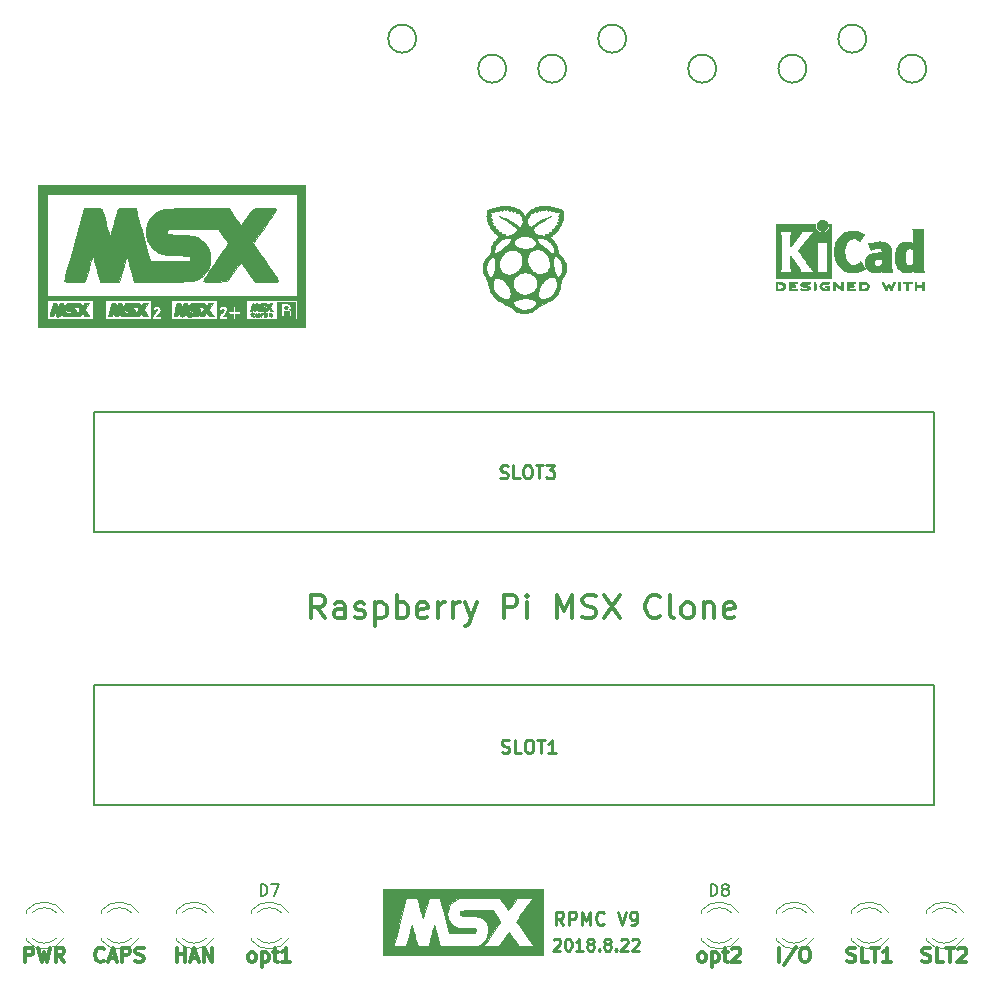
<source format=gbr>
G04 #@! TF.FileFunction,Legend,Top*
%FSLAX46Y46*%
G04 Gerber Fmt 4.6, Leading zero omitted, Abs format (unit mm)*
G04 Created by KiCad (PCBNEW 4.0.7) date 08/27/18 14:46:57*
%MOMM*%
%LPD*%
G01*
G04 APERTURE LIST*
%ADD10C,0.100000*%
%ADD11C,0.300000*%
%ADD12C,0.275000*%
%ADD13C,0.200000*%
%ADD14C,0.375000*%
%ADD15C,0.250000*%
%ADD16C,0.150000*%
%ADD17C,0.120000*%
%ADD18C,0.010000*%
G04 APERTURE END LIST*
D10*
D11*
X182607144Y-133892857D02*
X182492858Y-133835714D01*
X182435715Y-133778571D01*
X182378572Y-133664286D01*
X182378572Y-133321429D01*
X182435715Y-133207143D01*
X182492858Y-133150000D01*
X182607144Y-133092857D01*
X182778572Y-133092857D01*
X182892858Y-133150000D01*
X182950001Y-133207143D01*
X183007144Y-133321429D01*
X183007144Y-133664286D01*
X182950001Y-133778571D01*
X182892858Y-133835714D01*
X182778572Y-133892857D01*
X182607144Y-133892857D01*
X183521429Y-133092857D02*
X183521429Y-134292857D01*
X183521429Y-133150000D02*
X183635715Y-133092857D01*
X183864286Y-133092857D01*
X183978572Y-133150000D01*
X184035715Y-133207143D01*
X184092858Y-133321429D01*
X184092858Y-133664286D01*
X184035715Y-133778571D01*
X183978572Y-133835714D01*
X183864286Y-133892857D01*
X183635715Y-133892857D01*
X183521429Y-133835714D01*
X184435715Y-133092857D02*
X184892858Y-133092857D01*
X184607143Y-132692857D02*
X184607143Y-133721429D01*
X184664286Y-133835714D01*
X184778572Y-133892857D01*
X184892858Y-133892857D01*
X185235714Y-132807143D02*
X185292857Y-132750000D01*
X185407143Y-132692857D01*
X185692857Y-132692857D01*
X185807143Y-132750000D01*
X185864286Y-132807143D01*
X185921429Y-132921429D01*
X185921429Y-133035714D01*
X185864286Y-133207143D01*
X185178572Y-133892857D01*
X185921429Y-133892857D01*
X144507144Y-133892857D02*
X144392858Y-133835714D01*
X144335715Y-133778571D01*
X144278572Y-133664286D01*
X144278572Y-133321429D01*
X144335715Y-133207143D01*
X144392858Y-133150000D01*
X144507144Y-133092857D01*
X144678572Y-133092857D01*
X144792858Y-133150000D01*
X144850001Y-133207143D01*
X144907144Y-133321429D01*
X144907144Y-133664286D01*
X144850001Y-133778571D01*
X144792858Y-133835714D01*
X144678572Y-133892857D01*
X144507144Y-133892857D01*
X145421429Y-133092857D02*
X145421429Y-134292857D01*
X145421429Y-133150000D02*
X145535715Y-133092857D01*
X145764286Y-133092857D01*
X145878572Y-133150000D01*
X145935715Y-133207143D01*
X145992858Y-133321429D01*
X145992858Y-133664286D01*
X145935715Y-133778571D01*
X145878572Y-133835714D01*
X145764286Y-133892857D01*
X145535715Y-133892857D01*
X145421429Y-133835714D01*
X146335715Y-133092857D02*
X146792858Y-133092857D01*
X146507143Y-132692857D02*
X146507143Y-133721429D01*
X146564286Y-133835714D01*
X146678572Y-133892857D01*
X146792858Y-133892857D01*
X147821429Y-133892857D02*
X147135714Y-133892857D01*
X147478572Y-133892857D02*
X147478572Y-132692857D01*
X147364286Y-132864286D01*
X147250000Y-132978571D01*
X147135714Y-133035714D01*
D12*
X165615429Y-92901238D02*
X165772572Y-92953619D01*
X166034476Y-92953619D01*
X166139238Y-92901238D01*
X166191619Y-92848857D01*
X166244000Y-92744095D01*
X166244000Y-92639333D01*
X166191619Y-92534571D01*
X166139238Y-92482190D01*
X166034476Y-92429810D01*
X165824953Y-92377429D01*
X165720191Y-92325048D01*
X165667810Y-92272667D01*
X165615429Y-92167905D01*
X165615429Y-92063143D01*
X165667810Y-91958381D01*
X165720191Y-91906000D01*
X165824953Y-91853619D01*
X166086857Y-91853619D01*
X166244000Y-91906000D01*
X167239238Y-92953619D02*
X166715429Y-92953619D01*
X166715429Y-91853619D01*
X167815429Y-91853619D02*
X168024952Y-91853619D01*
X168129714Y-91906000D01*
X168234476Y-92010762D01*
X168286857Y-92220286D01*
X168286857Y-92586952D01*
X168234476Y-92796476D01*
X168129714Y-92901238D01*
X168024952Y-92953619D01*
X167815429Y-92953619D01*
X167710667Y-92901238D01*
X167605905Y-92796476D01*
X167553524Y-92586952D01*
X167553524Y-92220286D01*
X167605905Y-92010762D01*
X167710667Y-91906000D01*
X167815429Y-91853619D01*
X168601143Y-91853619D02*
X169229714Y-91853619D01*
X168915429Y-92953619D02*
X168915429Y-91853619D01*
X169491619Y-91853619D02*
X170172571Y-91853619D01*
X169805905Y-92272667D01*
X169963047Y-92272667D01*
X170067809Y-92325048D01*
X170120190Y-92377429D01*
X170172571Y-92482190D01*
X170172571Y-92744095D01*
X170120190Y-92848857D01*
X170067809Y-92901238D01*
X169963047Y-92953619D01*
X169648762Y-92953619D01*
X169544000Y-92901238D01*
X169491619Y-92848857D01*
X165742429Y-116142238D02*
X165899572Y-116194619D01*
X166161476Y-116194619D01*
X166266238Y-116142238D01*
X166318619Y-116089857D01*
X166371000Y-115985095D01*
X166371000Y-115880333D01*
X166318619Y-115775571D01*
X166266238Y-115723190D01*
X166161476Y-115670810D01*
X165951953Y-115618429D01*
X165847191Y-115566048D01*
X165794810Y-115513667D01*
X165742429Y-115408905D01*
X165742429Y-115304143D01*
X165794810Y-115199381D01*
X165847191Y-115147000D01*
X165951953Y-115094619D01*
X166213857Y-115094619D01*
X166371000Y-115147000D01*
X167366238Y-116194619D02*
X166842429Y-116194619D01*
X166842429Y-115094619D01*
X167942429Y-115094619D02*
X168151952Y-115094619D01*
X168256714Y-115147000D01*
X168361476Y-115251762D01*
X168413857Y-115461286D01*
X168413857Y-115827952D01*
X168361476Y-116037476D01*
X168256714Y-116142238D01*
X168151952Y-116194619D01*
X167942429Y-116194619D01*
X167837667Y-116142238D01*
X167732905Y-116037476D01*
X167680524Y-115827952D01*
X167680524Y-115461286D01*
X167732905Y-115251762D01*
X167837667Y-115147000D01*
X167942429Y-115094619D01*
X168728143Y-115094619D02*
X169356714Y-115094619D01*
X169042429Y-116194619D02*
X169042429Y-115094619D01*
X170299571Y-116194619D02*
X169671000Y-116194619D01*
X169985286Y-116194619D02*
X169985286Y-115094619D01*
X169880524Y-115251762D01*
X169775762Y-115356524D01*
X169671000Y-115408905D01*
D13*
X158487049Y-55727600D02*
G75*
G03X158487049Y-55727600I-1184849J0D01*
G01*
X166107049Y-58267600D02*
G75*
G03X166107049Y-58267600I-1184849J0D01*
G01*
X171187049Y-58267600D02*
G75*
G03X171187049Y-58267600I-1184849J0D01*
G01*
X176267049Y-55727600D02*
G75*
G03X176267049Y-55727600I-1184849J0D01*
G01*
X183887049Y-58267600D02*
G75*
G03X183887049Y-58267600I-1184849J0D01*
G01*
X191523498Y-58267600D02*
G75*
G03X191523498Y-58267600I-1184849J0D01*
G01*
X196596000Y-55727600D02*
G75*
G03X196596000Y-55727600I-1184849J0D01*
G01*
X201676000Y-58267600D02*
G75*
G03X201676000Y-58267600I-1184849J0D01*
G01*
D14*
X150751094Y-104790762D02*
X150084427Y-103838381D01*
X149608236Y-104790762D02*
X149608236Y-102790762D01*
X150370141Y-102790762D01*
X150560617Y-102886000D01*
X150655856Y-102981238D01*
X150751094Y-103171714D01*
X150751094Y-103457429D01*
X150655856Y-103647905D01*
X150560617Y-103743143D01*
X150370141Y-103838381D01*
X149608236Y-103838381D01*
X152465379Y-104790762D02*
X152465379Y-103743143D01*
X152370141Y-103552667D01*
X152179665Y-103457429D01*
X151798713Y-103457429D01*
X151608236Y-103552667D01*
X152465379Y-104695524D02*
X152274903Y-104790762D01*
X151798713Y-104790762D01*
X151608236Y-104695524D01*
X151512998Y-104505048D01*
X151512998Y-104314571D01*
X151608236Y-104124095D01*
X151798713Y-104028857D01*
X152274903Y-104028857D01*
X152465379Y-103933619D01*
X153322522Y-104695524D02*
X153512999Y-104790762D01*
X153893951Y-104790762D01*
X154084427Y-104695524D01*
X154179665Y-104505048D01*
X154179665Y-104409810D01*
X154084427Y-104219333D01*
X153893951Y-104124095D01*
X153608237Y-104124095D01*
X153417760Y-104028857D01*
X153322522Y-103838381D01*
X153322522Y-103743143D01*
X153417760Y-103552667D01*
X153608237Y-103457429D01*
X153893951Y-103457429D01*
X154084427Y-103552667D01*
X155036808Y-103457429D02*
X155036808Y-105457429D01*
X155036808Y-103552667D02*
X155227285Y-103457429D01*
X155608237Y-103457429D01*
X155798713Y-103552667D01*
X155893951Y-103647905D01*
X155989189Y-103838381D01*
X155989189Y-104409810D01*
X155893951Y-104600286D01*
X155798713Y-104695524D01*
X155608237Y-104790762D01*
X155227285Y-104790762D01*
X155036808Y-104695524D01*
X156846332Y-104790762D02*
X156846332Y-102790762D01*
X156846332Y-103552667D02*
X157036809Y-103457429D01*
X157417761Y-103457429D01*
X157608237Y-103552667D01*
X157703475Y-103647905D01*
X157798713Y-103838381D01*
X157798713Y-104409810D01*
X157703475Y-104600286D01*
X157608237Y-104695524D01*
X157417761Y-104790762D01*
X157036809Y-104790762D01*
X156846332Y-104695524D01*
X159417761Y-104695524D02*
X159227285Y-104790762D01*
X158846333Y-104790762D01*
X158655856Y-104695524D01*
X158560618Y-104505048D01*
X158560618Y-103743143D01*
X158655856Y-103552667D01*
X158846333Y-103457429D01*
X159227285Y-103457429D01*
X159417761Y-103552667D01*
X159512999Y-103743143D01*
X159512999Y-103933619D01*
X158560618Y-104124095D01*
X160370142Y-104790762D02*
X160370142Y-103457429D01*
X160370142Y-103838381D02*
X160465381Y-103647905D01*
X160560619Y-103552667D01*
X160751095Y-103457429D01*
X160941571Y-103457429D01*
X161608237Y-104790762D02*
X161608237Y-103457429D01*
X161608237Y-103838381D02*
X161703476Y-103647905D01*
X161798714Y-103552667D01*
X161989190Y-103457429D01*
X162179666Y-103457429D01*
X162655856Y-103457429D02*
X163132047Y-104790762D01*
X163608237Y-103457429D02*
X163132047Y-104790762D01*
X162941571Y-105266952D01*
X162846332Y-105362190D01*
X162655856Y-105457429D01*
X165893952Y-104790762D02*
X165893952Y-102790762D01*
X166655857Y-102790762D01*
X166846333Y-102886000D01*
X166941572Y-102981238D01*
X167036810Y-103171714D01*
X167036810Y-103457429D01*
X166941572Y-103647905D01*
X166846333Y-103743143D01*
X166655857Y-103838381D01*
X165893952Y-103838381D01*
X167893952Y-104790762D02*
X167893952Y-103457429D01*
X167893952Y-102790762D02*
X167798714Y-102886000D01*
X167893952Y-102981238D01*
X167989191Y-102886000D01*
X167893952Y-102790762D01*
X167893952Y-102981238D01*
X170370143Y-104790762D02*
X170370143Y-102790762D01*
X171036810Y-104219333D01*
X171703477Y-102790762D01*
X171703477Y-104790762D01*
X172560619Y-104695524D02*
X172846334Y-104790762D01*
X173322524Y-104790762D01*
X173513000Y-104695524D01*
X173608238Y-104600286D01*
X173703477Y-104409810D01*
X173703477Y-104219333D01*
X173608238Y-104028857D01*
X173513000Y-103933619D01*
X173322524Y-103838381D01*
X172941572Y-103743143D01*
X172751096Y-103647905D01*
X172655857Y-103552667D01*
X172560619Y-103362190D01*
X172560619Y-103171714D01*
X172655857Y-102981238D01*
X172751096Y-102886000D01*
X172941572Y-102790762D01*
X173417762Y-102790762D01*
X173703477Y-102886000D01*
X174370143Y-102790762D02*
X175703477Y-104790762D01*
X175703477Y-102790762D02*
X174370143Y-104790762D01*
X179132049Y-104600286D02*
X179036811Y-104695524D01*
X178751096Y-104790762D01*
X178560620Y-104790762D01*
X178274906Y-104695524D01*
X178084430Y-104505048D01*
X177989191Y-104314571D01*
X177893953Y-103933619D01*
X177893953Y-103647905D01*
X177989191Y-103266952D01*
X178084430Y-103076476D01*
X178274906Y-102886000D01*
X178560620Y-102790762D01*
X178751096Y-102790762D01*
X179036811Y-102886000D01*
X179132049Y-102981238D01*
X180274906Y-104790762D02*
X180084430Y-104695524D01*
X179989191Y-104505048D01*
X179989191Y-102790762D01*
X181322525Y-104790762D02*
X181132049Y-104695524D01*
X181036810Y-104600286D01*
X180941572Y-104409810D01*
X180941572Y-103838381D01*
X181036810Y-103647905D01*
X181132049Y-103552667D01*
X181322525Y-103457429D01*
X181608239Y-103457429D01*
X181798715Y-103552667D01*
X181893953Y-103647905D01*
X181989191Y-103838381D01*
X181989191Y-104409810D01*
X181893953Y-104600286D01*
X181798715Y-104695524D01*
X181608239Y-104790762D01*
X181322525Y-104790762D01*
X182846334Y-103457429D02*
X182846334Y-104790762D01*
X182846334Y-103647905D02*
X182941573Y-103552667D01*
X183132049Y-103457429D01*
X183417763Y-103457429D01*
X183608239Y-103552667D01*
X183703477Y-103743143D01*
X183703477Y-104790762D01*
X185417763Y-104695524D02*
X185227287Y-104790762D01*
X184846335Y-104790762D01*
X184655858Y-104695524D01*
X184560620Y-104505048D01*
X184560620Y-103743143D01*
X184655858Y-103552667D01*
X184846335Y-103457429D01*
X185227287Y-103457429D01*
X185417763Y-103552667D01*
X185513001Y-103743143D01*
X185513001Y-103933619D01*
X184560620Y-104124095D01*
D15*
X170116953Y-132034019D02*
X170164572Y-131986400D01*
X170259810Y-131938781D01*
X170497906Y-131938781D01*
X170593144Y-131986400D01*
X170640763Y-132034019D01*
X170688382Y-132129257D01*
X170688382Y-132224495D01*
X170640763Y-132367352D01*
X170069334Y-132938781D01*
X170688382Y-132938781D01*
X171307429Y-131938781D02*
X171402668Y-131938781D01*
X171497906Y-131986400D01*
X171545525Y-132034019D01*
X171593144Y-132129257D01*
X171640763Y-132319733D01*
X171640763Y-132557829D01*
X171593144Y-132748305D01*
X171545525Y-132843543D01*
X171497906Y-132891162D01*
X171402668Y-132938781D01*
X171307429Y-132938781D01*
X171212191Y-132891162D01*
X171164572Y-132843543D01*
X171116953Y-132748305D01*
X171069334Y-132557829D01*
X171069334Y-132319733D01*
X171116953Y-132129257D01*
X171164572Y-132034019D01*
X171212191Y-131986400D01*
X171307429Y-131938781D01*
X172593144Y-132938781D02*
X172021715Y-132938781D01*
X172307429Y-132938781D02*
X172307429Y-131938781D01*
X172212191Y-132081638D01*
X172116953Y-132176876D01*
X172021715Y-132224495D01*
X173164572Y-132367352D02*
X173069334Y-132319733D01*
X173021715Y-132272114D01*
X172974096Y-132176876D01*
X172974096Y-132129257D01*
X173021715Y-132034019D01*
X173069334Y-131986400D01*
X173164572Y-131938781D01*
X173355049Y-131938781D01*
X173450287Y-131986400D01*
X173497906Y-132034019D01*
X173545525Y-132129257D01*
X173545525Y-132176876D01*
X173497906Y-132272114D01*
X173450287Y-132319733D01*
X173355049Y-132367352D01*
X173164572Y-132367352D01*
X173069334Y-132414971D01*
X173021715Y-132462590D01*
X172974096Y-132557829D01*
X172974096Y-132748305D01*
X173021715Y-132843543D01*
X173069334Y-132891162D01*
X173164572Y-132938781D01*
X173355049Y-132938781D01*
X173450287Y-132891162D01*
X173497906Y-132843543D01*
X173545525Y-132748305D01*
X173545525Y-132557829D01*
X173497906Y-132462590D01*
X173450287Y-132414971D01*
X173355049Y-132367352D01*
X173974096Y-132843543D02*
X174021715Y-132891162D01*
X173974096Y-132938781D01*
X173926477Y-132891162D01*
X173974096Y-132843543D01*
X173974096Y-132938781D01*
X174593143Y-132367352D02*
X174497905Y-132319733D01*
X174450286Y-132272114D01*
X174402667Y-132176876D01*
X174402667Y-132129257D01*
X174450286Y-132034019D01*
X174497905Y-131986400D01*
X174593143Y-131938781D01*
X174783620Y-131938781D01*
X174878858Y-131986400D01*
X174926477Y-132034019D01*
X174974096Y-132129257D01*
X174974096Y-132176876D01*
X174926477Y-132272114D01*
X174878858Y-132319733D01*
X174783620Y-132367352D01*
X174593143Y-132367352D01*
X174497905Y-132414971D01*
X174450286Y-132462590D01*
X174402667Y-132557829D01*
X174402667Y-132748305D01*
X174450286Y-132843543D01*
X174497905Y-132891162D01*
X174593143Y-132938781D01*
X174783620Y-132938781D01*
X174878858Y-132891162D01*
X174926477Y-132843543D01*
X174974096Y-132748305D01*
X174974096Y-132557829D01*
X174926477Y-132462590D01*
X174878858Y-132414971D01*
X174783620Y-132367352D01*
X175402667Y-132843543D02*
X175450286Y-132891162D01*
X175402667Y-132938781D01*
X175355048Y-132891162D01*
X175402667Y-132843543D01*
X175402667Y-132938781D01*
X175831238Y-132034019D02*
X175878857Y-131986400D01*
X175974095Y-131938781D01*
X176212191Y-131938781D01*
X176307429Y-131986400D01*
X176355048Y-132034019D01*
X176402667Y-132129257D01*
X176402667Y-132224495D01*
X176355048Y-132367352D01*
X175783619Y-132938781D01*
X176402667Y-132938781D01*
X176783619Y-132034019D02*
X176831238Y-131986400D01*
X176926476Y-131938781D01*
X177164572Y-131938781D01*
X177259810Y-131986400D01*
X177307429Y-132034019D01*
X177355048Y-132129257D01*
X177355048Y-132224495D01*
X177307429Y-132367352D01*
X176736000Y-132938781D01*
X177355048Y-132938781D01*
D11*
X201342857Y-133835714D02*
X201514286Y-133892857D01*
X201800000Y-133892857D01*
X201914286Y-133835714D01*
X201971429Y-133778571D01*
X202028572Y-133664286D01*
X202028572Y-133550000D01*
X201971429Y-133435714D01*
X201914286Y-133378571D01*
X201800000Y-133321429D01*
X201571429Y-133264286D01*
X201457143Y-133207143D01*
X201400000Y-133150000D01*
X201342857Y-133035714D01*
X201342857Y-132921429D01*
X201400000Y-132807143D01*
X201457143Y-132750000D01*
X201571429Y-132692857D01*
X201857143Y-132692857D01*
X202028572Y-132750000D01*
X203114286Y-133892857D02*
X202542857Y-133892857D01*
X202542857Y-132692857D01*
X203342858Y-132692857D02*
X204028572Y-132692857D01*
X203685715Y-133892857D02*
X203685715Y-132692857D01*
X204371429Y-132807143D02*
X204428572Y-132750000D01*
X204542858Y-132692857D01*
X204828572Y-132692857D01*
X204942858Y-132750000D01*
X205000001Y-132807143D01*
X205057144Y-132921429D01*
X205057144Y-133035714D01*
X205000001Y-133207143D01*
X204314287Y-133892857D01*
X205057144Y-133892857D01*
X194992857Y-133835714D02*
X195164286Y-133892857D01*
X195450000Y-133892857D01*
X195564286Y-133835714D01*
X195621429Y-133778571D01*
X195678572Y-133664286D01*
X195678572Y-133550000D01*
X195621429Y-133435714D01*
X195564286Y-133378571D01*
X195450000Y-133321429D01*
X195221429Y-133264286D01*
X195107143Y-133207143D01*
X195050000Y-133150000D01*
X194992857Y-133035714D01*
X194992857Y-132921429D01*
X195050000Y-132807143D01*
X195107143Y-132750000D01*
X195221429Y-132692857D01*
X195507143Y-132692857D01*
X195678572Y-132750000D01*
X196764286Y-133892857D02*
X196192857Y-133892857D01*
X196192857Y-132692857D01*
X196992858Y-132692857D02*
X197678572Y-132692857D01*
X197335715Y-133892857D02*
X197335715Y-132692857D01*
X198707144Y-133892857D02*
X198021429Y-133892857D01*
X198364287Y-133892857D02*
X198364287Y-132692857D01*
X198250001Y-132864286D01*
X198135715Y-132978571D01*
X198021429Y-133035714D01*
X189242857Y-133892857D02*
X189242857Y-132692857D01*
X190671429Y-132635714D02*
X189642858Y-134178571D01*
X191300001Y-132692857D02*
X191528572Y-132692857D01*
X191642858Y-132750000D01*
X191757144Y-132864286D01*
X191814286Y-133092857D01*
X191814286Y-133492857D01*
X191757144Y-133721429D01*
X191642858Y-133835714D01*
X191528572Y-133892857D01*
X191300001Y-133892857D01*
X191185715Y-133835714D01*
X191071429Y-133721429D01*
X191014286Y-133492857D01*
X191014286Y-133092857D01*
X191071429Y-132864286D01*
X191185715Y-132750000D01*
X191300001Y-132692857D01*
X138214286Y-133892857D02*
X138214286Y-132692857D01*
X138214286Y-133264286D02*
X138900001Y-133264286D01*
X138900001Y-133892857D02*
X138900001Y-132692857D01*
X139414286Y-133550000D02*
X139985715Y-133550000D01*
X139300001Y-133892857D02*
X139700001Y-132692857D01*
X140100001Y-133892857D01*
X140500000Y-133892857D02*
X140500000Y-132692857D01*
X141185715Y-133892857D01*
X141185715Y-132692857D01*
X132035715Y-133778571D02*
X131978572Y-133835714D01*
X131807143Y-133892857D01*
X131692857Y-133892857D01*
X131521429Y-133835714D01*
X131407143Y-133721429D01*
X131350000Y-133607143D01*
X131292857Y-133378571D01*
X131292857Y-133207143D01*
X131350000Y-132978571D01*
X131407143Y-132864286D01*
X131521429Y-132750000D01*
X131692857Y-132692857D01*
X131807143Y-132692857D01*
X131978572Y-132750000D01*
X132035715Y-132807143D01*
X132492857Y-133550000D02*
X133064286Y-133550000D01*
X132378572Y-133892857D02*
X132778572Y-132692857D01*
X133178572Y-133892857D01*
X133578571Y-133892857D02*
X133578571Y-132692857D01*
X134035714Y-132692857D01*
X134150000Y-132750000D01*
X134207143Y-132807143D01*
X134264286Y-132921429D01*
X134264286Y-133092857D01*
X134207143Y-133207143D01*
X134150000Y-133264286D01*
X134035714Y-133321429D01*
X133578571Y-133321429D01*
X134721428Y-133835714D02*
X134892857Y-133892857D01*
X135178571Y-133892857D01*
X135292857Y-133835714D01*
X135350000Y-133778571D01*
X135407143Y-133664286D01*
X135407143Y-133550000D01*
X135350000Y-133435714D01*
X135292857Y-133378571D01*
X135178571Y-133321429D01*
X134950000Y-133264286D01*
X134835714Y-133207143D01*
X134778571Y-133150000D01*
X134721428Y-133035714D01*
X134721428Y-132921429D01*
X134778571Y-132807143D01*
X134835714Y-132750000D01*
X134950000Y-132692857D01*
X135235714Y-132692857D01*
X135407143Y-132750000D01*
X125400000Y-133892857D02*
X125400000Y-132692857D01*
X125857143Y-132692857D01*
X125971429Y-132750000D01*
X126028572Y-132807143D01*
X126085715Y-132921429D01*
X126085715Y-133092857D01*
X126028572Y-133207143D01*
X125971429Y-133264286D01*
X125857143Y-133321429D01*
X125400000Y-133321429D01*
X126485715Y-132692857D02*
X126771429Y-133892857D01*
X127000000Y-133035714D01*
X127228572Y-133892857D01*
X127514286Y-132692857D01*
X128657144Y-133892857D02*
X128257144Y-133321429D01*
X127971429Y-133892857D02*
X127971429Y-132692857D01*
X128428572Y-132692857D01*
X128542858Y-132750000D01*
X128600001Y-132807143D01*
X128657144Y-132921429D01*
X128657144Y-133092857D01*
X128600001Y-133207143D01*
X128542858Y-133264286D01*
X128428572Y-133321429D01*
X127971429Y-133321429D01*
D12*
X170933619Y-130748819D02*
X170566953Y-130225010D01*
X170305048Y-130748819D02*
X170305048Y-129648819D01*
X170724095Y-129648819D01*
X170828857Y-129701200D01*
X170881238Y-129753581D01*
X170933619Y-129858343D01*
X170933619Y-130015486D01*
X170881238Y-130120248D01*
X170828857Y-130172629D01*
X170724095Y-130225010D01*
X170305048Y-130225010D01*
X171405048Y-130748819D02*
X171405048Y-129648819D01*
X171824095Y-129648819D01*
X171928857Y-129701200D01*
X171981238Y-129753581D01*
X172033619Y-129858343D01*
X172033619Y-130015486D01*
X171981238Y-130120248D01*
X171928857Y-130172629D01*
X171824095Y-130225010D01*
X171405048Y-130225010D01*
X172505048Y-130748819D02*
X172505048Y-129648819D01*
X172871714Y-130434533D01*
X173238381Y-129648819D01*
X173238381Y-130748819D01*
X174390762Y-130644057D02*
X174338381Y-130696438D01*
X174181238Y-130748819D01*
X174076476Y-130748819D01*
X173919334Y-130696438D01*
X173814572Y-130591676D01*
X173762191Y-130486914D01*
X173709810Y-130277390D01*
X173709810Y-130120248D01*
X173762191Y-129910724D01*
X173814572Y-129805962D01*
X173919334Y-129701200D01*
X174076476Y-129648819D01*
X174181238Y-129648819D01*
X174338381Y-129701200D01*
X174390762Y-129753581D01*
X175543143Y-129648819D02*
X175909810Y-130748819D01*
X176276476Y-129648819D01*
X176695524Y-130748819D02*
X176905048Y-130748819D01*
X177009809Y-130696438D01*
X177062190Y-130644057D01*
X177166952Y-130486914D01*
X177219333Y-130277390D01*
X177219333Y-129858343D01*
X177166952Y-129753581D01*
X177114571Y-129701200D01*
X177009809Y-129648819D01*
X176800286Y-129648819D01*
X176695524Y-129701200D01*
X176643143Y-129753581D01*
X176590762Y-129858343D01*
X176590762Y-130120248D01*
X176643143Y-130225010D01*
X176695524Y-130277390D01*
X176800286Y-130329771D01*
X177009809Y-130329771D01*
X177114571Y-130277390D01*
X177166952Y-130225010D01*
X177219333Y-130120248D01*
D16*
X131170000Y-110490000D02*
X202290000Y-110490000D01*
X202290000Y-110490000D02*
X202290000Y-120650000D01*
X202290000Y-120650000D02*
X131170000Y-120650000D01*
X131170000Y-120650000D02*
X131170000Y-110490000D01*
X131170000Y-87376000D02*
X202290000Y-87376000D01*
X202290000Y-87376000D02*
X202290000Y-97536000D01*
X202290000Y-97536000D02*
X131170000Y-97536000D01*
X131170000Y-97536000D02*
X131170000Y-87376000D01*
D17*
X204872335Y-129731392D02*
G75*
G03X201640000Y-129574484I-1672335J-1078608D01*
G01*
X204872335Y-131888608D02*
G75*
G02X201640000Y-132045516I-1672335J1078608D01*
G01*
X204241130Y-129730163D02*
G75*
G03X202159039Y-129730000I-1041130J-1079837D01*
G01*
X204241130Y-131889837D02*
G75*
G02X202159039Y-131890000I-1041130J1079837D01*
G01*
X201640000Y-129574000D02*
X201640000Y-129730000D01*
X201640000Y-131890000D02*
X201640000Y-132046000D01*
X198522335Y-129731392D02*
G75*
G03X195290000Y-129574484I-1672335J-1078608D01*
G01*
X198522335Y-131888608D02*
G75*
G02X195290000Y-132045516I-1672335J1078608D01*
G01*
X197891130Y-129730163D02*
G75*
G03X195809039Y-129730000I-1041130J-1079837D01*
G01*
X197891130Y-131889837D02*
G75*
G02X195809039Y-131890000I-1041130J1079837D01*
G01*
X195290000Y-129574000D02*
X195290000Y-129730000D01*
X195290000Y-131890000D02*
X195290000Y-132046000D01*
X135022335Y-129731392D02*
G75*
G03X131790000Y-129574484I-1672335J-1078608D01*
G01*
X135022335Y-131888608D02*
G75*
G02X131790000Y-132045516I-1672335J1078608D01*
G01*
X134391130Y-129730163D02*
G75*
G03X132309039Y-129730000I-1041130J-1079837D01*
G01*
X134391130Y-131889837D02*
G75*
G02X132309039Y-131890000I-1041130J1079837D01*
G01*
X131790000Y-129574000D02*
X131790000Y-129730000D01*
X131790000Y-131890000D02*
X131790000Y-132046000D01*
X141372335Y-129731392D02*
G75*
G03X138140000Y-129574484I-1672335J-1078608D01*
G01*
X141372335Y-131888608D02*
G75*
G02X138140000Y-132045516I-1672335J1078608D01*
G01*
X140741130Y-129730163D02*
G75*
G03X138659039Y-129730000I-1041130J-1079837D01*
G01*
X140741130Y-131889837D02*
G75*
G02X138659039Y-131890000I-1041130J1079837D01*
G01*
X138140000Y-129574000D02*
X138140000Y-129730000D01*
X138140000Y-131890000D02*
X138140000Y-132046000D01*
X192172335Y-129731392D02*
G75*
G03X188940000Y-129574484I-1672335J-1078608D01*
G01*
X192172335Y-131888608D02*
G75*
G02X188940000Y-132045516I-1672335J1078608D01*
G01*
X191541130Y-129730163D02*
G75*
G03X189459039Y-129730000I-1041130J-1079837D01*
G01*
X191541130Y-131889837D02*
G75*
G02X189459039Y-131890000I-1041130J1079837D01*
G01*
X188940000Y-129574000D02*
X188940000Y-129730000D01*
X188940000Y-131890000D02*
X188940000Y-132046000D01*
X128672335Y-129731392D02*
G75*
G03X125440000Y-129574484I-1672335J-1078608D01*
G01*
X128672335Y-131888608D02*
G75*
G02X125440000Y-132045516I-1672335J1078608D01*
G01*
X128041130Y-129730163D02*
G75*
G03X125959039Y-129730000I-1041130J-1079837D01*
G01*
X128041130Y-131889837D02*
G75*
G02X125959039Y-131890000I-1041130J1079837D01*
G01*
X125440000Y-129574000D02*
X125440000Y-129730000D01*
X125440000Y-131890000D02*
X125440000Y-132046000D01*
D18*
G36*
X149034500Y-80158167D02*
X126470834Y-80158167D01*
X126470834Y-77872167D01*
X127190500Y-77872167D01*
X127190500Y-79438500D01*
X131085167Y-79438500D01*
X131085167Y-77872167D01*
X132101167Y-77872167D01*
X132101167Y-79438500D01*
X136038167Y-79438500D01*
X136038167Y-78718833D01*
X136122591Y-78718833D01*
X136270879Y-78718833D01*
X136378544Y-78706135D01*
X136418213Y-78664036D01*
X136419167Y-78652229D01*
X136447897Y-78605836D01*
X136509241Y-78603827D01*
X136565931Y-78642786D01*
X136578235Y-78666811D01*
X136559467Y-78722205D01*
X136492820Y-78813722D01*
X136402240Y-78911790D01*
X136295531Y-79030802D01*
X136215222Y-79145836D01*
X136183212Y-79217812D01*
X136158644Y-79322694D01*
X136141793Y-79385583D01*
X136156619Y-79412842D01*
X136228542Y-79429565D01*
X136368163Y-79437391D01*
X136483995Y-79438500D01*
X136842500Y-79438500D01*
X136842500Y-79311500D01*
X136837013Y-79233515D01*
X136805263Y-79196505D01*
X136724314Y-79185240D01*
X136651257Y-79184500D01*
X136460013Y-79184500D01*
X136651257Y-79001256D01*
X136770560Y-78873162D01*
X136829927Y-78769606D01*
X136842500Y-78693176D01*
X136809114Y-78536371D01*
X136721815Y-78425358D01*
X136599895Y-78363389D01*
X136462644Y-78353716D01*
X136329352Y-78399588D01*
X136219311Y-78504258D01*
X136178388Y-78581250D01*
X136122591Y-78718833D01*
X136038167Y-78718833D01*
X136038167Y-77872167D01*
X137689167Y-77872167D01*
X137689167Y-79438500D01*
X141583834Y-79438500D01*
X141746440Y-79438500D01*
X142472834Y-79438500D01*
X142472834Y-79311500D01*
X142467347Y-79233515D01*
X142435596Y-79196505D01*
X142354648Y-79185240D01*
X142281590Y-79184500D01*
X142090347Y-79184500D01*
X142281590Y-79001256D01*
X142405192Y-78860970D01*
X142561922Y-78860970D01*
X142565139Y-78898750D01*
X142585979Y-78958289D01*
X142641878Y-78989927D01*
X142755861Y-79005267D01*
X142779750Y-79006903D01*
X142980834Y-79019805D01*
X142980834Y-79229153D01*
X142985393Y-79355260D01*
X143004702Y-79417822D01*
X143047207Y-79437725D01*
X143065500Y-79438500D01*
X143116284Y-79427356D01*
X143141611Y-79380054D01*
X143149805Y-79275791D01*
X143150167Y-79226833D01*
X143150167Y-79015167D01*
X143361834Y-79015167D01*
X143487456Y-79011735D01*
X143550125Y-78994224D01*
X143571495Y-78951807D01*
X143573500Y-78909333D01*
X143566638Y-78846522D01*
X143531615Y-78815187D01*
X143446780Y-78804502D01*
X143361834Y-78803500D01*
X143150167Y-78803500D01*
X143150167Y-78570667D01*
X143146492Y-78436113D01*
X143130603Y-78366017D01*
X143095204Y-78340316D01*
X143065500Y-78337833D01*
X143016571Y-78347939D01*
X142991082Y-78391634D01*
X142981737Y-78488982D01*
X142980834Y-78570667D01*
X142980834Y-78803500D01*
X142766223Y-78803500D01*
X142640081Y-78806740D01*
X142578621Y-78822752D01*
X142561922Y-78860970D01*
X142405192Y-78860970D01*
X142412109Y-78853120D01*
X142470766Y-78719770D01*
X142463818Y-78583342D01*
X142446537Y-78530230D01*
X142383655Y-78455970D01*
X142272932Y-78387346D01*
X142150034Y-78343951D01*
X142096296Y-78337833D01*
X141993678Y-78371868D01*
X141885106Y-78456429D01*
X141800181Y-78565200D01*
X141774902Y-78623583D01*
X141765655Y-78686884D01*
X141801273Y-78713489D01*
X141898481Y-78718833D01*
X142009192Y-78705595D01*
X142049010Y-78663083D01*
X142049500Y-78655333D01*
X142083387Y-78599209D01*
X142113000Y-78591833D01*
X142163894Y-78623558D01*
X142176274Y-78697444D01*
X142152595Y-78781553D01*
X142095310Y-78843952D01*
X142093554Y-78844912D01*
X141982956Y-78936365D01*
X141876257Y-79076001D01*
X141797243Y-79229703D01*
X141775606Y-79300917D01*
X141746440Y-79438500D01*
X141583834Y-79438500D01*
X141583834Y-77872167D01*
X144081500Y-77872167D01*
X144081500Y-78648278D01*
X144082971Y-78896481D01*
X144087058Y-79114934D01*
X144093275Y-79289754D01*
X144101133Y-79407054D01*
X144109722Y-79452611D01*
X144156379Y-79458153D01*
X144279530Y-79463334D01*
X144471002Y-79468047D01*
X144722624Y-79472184D01*
X145026222Y-79475637D01*
X145373624Y-79478298D01*
X145756659Y-79480059D01*
X146167153Y-79480813D01*
X146247556Y-79480833D01*
X148357167Y-79480833D01*
X148357167Y-77872167D01*
X144081500Y-77872167D01*
X141583834Y-77872167D01*
X137689167Y-77872167D01*
X136038167Y-77872167D01*
X132101167Y-77872167D01*
X131085167Y-77872167D01*
X127190500Y-77872167D01*
X126470834Y-77872167D01*
X126470834Y-68897500D01*
X127190500Y-68897500D01*
X127190500Y-77491167D01*
X148357167Y-77491167D01*
X148357167Y-68897500D01*
X127190500Y-68897500D01*
X126470834Y-68897500D01*
X126470834Y-68093167D01*
X149034500Y-68093167D01*
X149034500Y-80158167D01*
X149034500Y-80158167D01*
G37*
X149034500Y-80158167D02*
X126470834Y-80158167D01*
X126470834Y-77872167D01*
X127190500Y-77872167D01*
X127190500Y-79438500D01*
X131085167Y-79438500D01*
X131085167Y-77872167D01*
X132101167Y-77872167D01*
X132101167Y-79438500D01*
X136038167Y-79438500D01*
X136038167Y-78718833D01*
X136122591Y-78718833D01*
X136270879Y-78718833D01*
X136378544Y-78706135D01*
X136418213Y-78664036D01*
X136419167Y-78652229D01*
X136447897Y-78605836D01*
X136509241Y-78603827D01*
X136565931Y-78642786D01*
X136578235Y-78666811D01*
X136559467Y-78722205D01*
X136492820Y-78813722D01*
X136402240Y-78911790D01*
X136295531Y-79030802D01*
X136215222Y-79145836D01*
X136183212Y-79217812D01*
X136158644Y-79322694D01*
X136141793Y-79385583D01*
X136156619Y-79412842D01*
X136228542Y-79429565D01*
X136368163Y-79437391D01*
X136483995Y-79438500D01*
X136842500Y-79438500D01*
X136842500Y-79311500D01*
X136837013Y-79233515D01*
X136805263Y-79196505D01*
X136724314Y-79185240D01*
X136651257Y-79184500D01*
X136460013Y-79184500D01*
X136651257Y-79001256D01*
X136770560Y-78873162D01*
X136829927Y-78769606D01*
X136842500Y-78693176D01*
X136809114Y-78536371D01*
X136721815Y-78425358D01*
X136599895Y-78363389D01*
X136462644Y-78353716D01*
X136329352Y-78399588D01*
X136219311Y-78504258D01*
X136178388Y-78581250D01*
X136122591Y-78718833D01*
X136038167Y-78718833D01*
X136038167Y-77872167D01*
X137689167Y-77872167D01*
X137689167Y-79438500D01*
X141583834Y-79438500D01*
X141746440Y-79438500D01*
X142472834Y-79438500D01*
X142472834Y-79311500D01*
X142467347Y-79233515D01*
X142435596Y-79196505D01*
X142354648Y-79185240D01*
X142281590Y-79184500D01*
X142090347Y-79184500D01*
X142281590Y-79001256D01*
X142405192Y-78860970D01*
X142561922Y-78860970D01*
X142565139Y-78898750D01*
X142585979Y-78958289D01*
X142641878Y-78989927D01*
X142755861Y-79005267D01*
X142779750Y-79006903D01*
X142980834Y-79019805D01*
X142980834Y-79229153D01*
X142985393Y-79355260D01*
X143004702Y-79417822D01*
X143047207Y-79437725D01*
X143065500Y-79438500D01*
X143116284Y-79427356D01*
X143141611Y-79380054D01*
X143149805Y-79275791D01*
X143150167Y-79226833D01*
X143150167Y-79015167D01*
X143361834Y-79015167D01*
X143487456Y-79011735D01*
X143550125Y-78994224D01*
X143571495Y-78951807D01*
X143573500Y-78909333D01*
X143566638Y-78846522D01*
X143531615Y-78815187D01*
X143446780Y-78804502D01*
X143361834Y-78803500D01*
X143150167Y-78803500D01*
X143150167Y-78570667D01*
X143146492Y-78436113D01*
X143130603Y-78366017D01*
X143095204Y-78340316D01*
X143065500Y-78337833D01*
X143016571Y-78347939D01*
X142991082Y-78391634D01*
X142981737Y-78488982D01*
X142980834Y-78570667D01*
X142980834Y-78803500D01*
X142766223Y-78803500D01*
X142640081Y-78806740D01*
X142578621Y-78822752D01*
X142561922Y-78860970D01*
X142405192Y-78860970D01*
X142412109Y-78853120D01*
X142470766Y-78719770D01*
X142463818Y-78583342D01*
X142446537Y-78530230D01*
X142383655Y-78455970D01*
X142272932Y-78387346D01*
X142150034Y-78343951D01*
X142096296Y-78337833D01*
X141993678Y-78371868D01*
X141885106Y-78456429D01*
X141800181Y-78565200D01*
X141774902Y-78623583D01*
X141765655Y-78686884D01*
X141801273Y-78713489D01*
X141898481Y-78718833D01*
X142009192Y-78705595D01*
X142049010Y-78663083D01*
X142049500Y-78655333D01*
X142083387Y-78599209D01*
X142113000Y-78591833D01*
X142163894Y-78623558D01*
X142176274Y-78697444D01*
X142152595Y-78781553D01*
X142095310Y-78843952D01*
X142093554Y-78844912D01*
X141982956Y-78936365D01*
X141876257Y-79076001D01*
X141797243Y-79229703D01*
X141775606Y-79300917D01*
X141746440Y-79438500D01*
X141583834Y-79438500D01*
X141583834Y-77872167D01*
X144081500Y-77872167D01*
X144081500Y-78648278D01*
X144082971Y-78896481D01*
X144087058Y-79114934D01*
X144093275Y-79289754D01*
X144101133Y-79407054D01*
X144109722Y-79452611D01*
X144156379Y-79458153D01*
X144279530Y-79463334D01*
X144471002Y-79468047D01*
X144722624Y-79472184D01*
X145026222Y-79475637D01*
X145373624Y-79478298D01*
X145756659Y-79480059D01*
X146167153Y-79480813D01*
X146247556Y-79480833D01*
X148357167Y-79480833D01*
X148357167Y-77872167D01*
X144081500Y-77872167D01*
X141583834Y-77872167D01*
X137689167Y-77872167D01*
X136038167Y-77872167D01*
X132101167Y-77872167D01*
X131085167Y-77872167D01*
X127190500Y-77872167D01*
X126470834Y-77872167D01*
X126470834Y-68897500D01*
X127190500Y-68897500D01*
X127190500Y-77491167D01*
X148357167Y-77491167D01*
X148357167Y-68897500D01*
X127190500Y-68897500D01*
X126470834Y-68897500D01*
X126470834Y-68093167D01*
X149034500Y-68093167D01*
X149034500Y-80158167D01*
G36*
X148230167Y-79353833D02*
X146706167Y-79353833D01*
X146706167Y-78126167D01*
X147044834Y-78126167D01*
X147044834Y-79226833D01*
X147146138Y-79226833D01*
X147234492Y-79201857D01*
X147273138Y-79159871D01*
X147291039Y-79072085D01*
X147298823Y-78952405D01*
X147298834Y-78948204D01*
X147303099Y-78859288D01*
X147331253Y-78817183D01*
X147406336Y-78804388D01*
X147489334Y-78803500D01*
X147679834Y-78803500D01*
X147679834Y-79015167D01*
X147683265Y-79140789D01*
X147700776Y-79203458D01*
X147743193Y-79224828D01*
X147785667Y-79226833D01*
X147848255Y-79220057D01*
X147879618Y-79185357D01*
X147890432Y-79101175D01*
X147891500Y-79013136D01*
X147883447Y-78872297D01*
X147850656Y-78780136D01*
X147780178Y-78701490D01*
X147775084Y-78696974D01*
X147701739Y-78629582D01*
X147689053Y-78600709D01*
X147733599Y-78593548D01*
X147753917Y-78593171D01*
X147820644Y-78577401D01*
X147846252Y-78516369D01*
X147848878Y-78454250D01*
X147810659Y-78313121D01*
X147700412Y-78209156D01*
X147523753Y-78145752D01*
X147306797Y-78126167D01*
X147044834Y-78126167D01*
X146706167Y-78126167D01*
X146706167Y-77999167D01*
X148230167Y-77999167D01*
X148230167Y-79353833D01*
X148230167Y-79353833D01*
G37*
X148230167Y-79353833D02*
X146706167Y-79353833D01*
X146706167Y-78126167D01*
X147044834Y-78126167D01*
X147044834Y-79226833D01*
X147146138Y-79226833D01*
X147234492Y-79201857D01*
X147273138Y-79159871D01*
X147291039Y-79072085D01*
X147298823Y-78952405D01*
X147298834Y-78948204D01*
X147303099Y-78859288D01*
X147331253Y-78817183D01*
X147406336Y-78804388D01*
X147489334Y-78803500D01*
X147679834Y-78803500D01*
X147679834Y-79015167D01*
X147683265Y-79140789D01*
X147700776Y-79203458D01*
X147743193Y-79224828D01*
X147785667Y-79226833D01*
X147848255Y-79220057D01*
X147879618Y-79185357D01*
X147890432Y-79101175D01*
X147891500Y-79013136D01*
X147883447Y-78872297D01*
X147850656Y-78780136D01*
X147780178Y-78701490D01*
X147775084Y-78696974D01*
X147701739Y-78629582D01*
X147689053Y-78600709D01*
X147733599Y-78593548D01*
X147753917Y-78593171D01*
X147820644Y-78577401D01*
X147846252Y-78516369D01*
X147848878Y-78454250D01*
X147810659Y-78313121D01*
X147700412Y-78209156D01*
X147523753Y-78145752D01*
X147306797Y-78126167D01*
X147044834Y-78126167D01*
X146706167Y-78126167D01*
X146706167Y-77999167D01*
X148230167Y-77999167D01*
X148230167Y-79353833D01*
G36*
X144631834Y-78930500D02*
X144666122Y-78968057D01*
X144695334Y-78972833D01*
X144751669Y-78995692D01*
X144758834Y-79015167D01*
X144724545Y-79052724D01*
X144695334Y-79057500D01*
X144639209Y-79091386D01*
X144631834Y-79121000D01*
X144665720Y-79177124D01*
X144695334Y-79184500D01*
X144751669Y-79207359D01*
X144758834Y-79226833D01*
X144724066Y-79259276D01*
X144641381Y-79262705D01*
X144557750Y-79241130D01*
X144512713Y-79185965D01*
X144504834Y-79142167D01*
X144480042Y-79068078D01*
X144452295Y-79047042D01*
X144427983Y-79016456D01*
X144470438Y-78958848D01*
X144551015Y-78900354D01*
X144612063Y-78893220D01*
X144631834Y-78930500D01*
X144631834Y-78930500D01*
G37*
X144631834Y-78930500D02*
X144666122Y-78968057D01*
X144695334Y-78972833D01*
X144751669Y-78995692D01*
X144758834Y-79015167D01*
X144724545Y-79052724D01*
X144695334Y-79057500D01*
X144639209Y-79091386D01*
X144631834Y-79121000D01*
X144665720Y-79177124D01*
X144695334Y-79184500D01*
X144751669Y-79207359D01*
X144758834Y-79226833D01*
X144724066Y-79259276D01*
X144641381Y-79262705D01*
X144557750Y-79241130D01*
X144512713Y-79185965D01*
X144504834Y-79142167D01*
X144480042Y-79068078D01*
X144452295Y-79047042D01*
X144427983Y-79016456D01*
X144470438Y-78958848D01*
X144551015Y-78900354D01*
X144612063Y-78893220D01*
X144631834Y-78930500D01*
G36*
X145159289Y-78988832D02*
X145179728Y-79051861D01*
X145182167Y-79117896D01*
X145175870Y-79218608D01*
X145140794Y-79260459D01*
X145052660Y-79269135D01*
X145039184Y-79269167D01*
X144926025Y-79251987D01*
X144847542Y-79210374D01*
X144845188Y-79207700D01*
X144807918Y-79115729D01*
X144828205Y-79028457D01*
X144896903Y-78980799D01*
X144952655Y-78992603D01*
X144973805Y-79068192D01*
X144974720Y-79086146D01*
X144978981Y-79167266D01*
X144988497Y-79167126D01*
X145008326Y-79100055D01*
X145055991Y-79014987D01*
X145109940Y-78980535D01*
X145159289Y-78988832D01*
X145159289Y-78988832D01*
G37*
X145159289Y-78988832D02*
X145179728Y-79051861D01*
X145182167Y-79117896D01*
X145175870Y-79218608D01*
X145140794Y-79260459D01*
X145052660Y-79269135D01*
X145039184Y-79269167D01*
X144926025Y-79251987D01*
X144847542Y-79210374D01*
X144845188Y-79207700D01*
X144807918Y-79115729D01*
X144828205Y-79028457D01*
X144896903Y-78980799D01*
X144952655Y-78992603D01*
X144973805Y-79068192D01*
X144974720Y-79086146D01*
X144978981Y-79167266D01*
X144988497Y-79167126D01*
X145008326Y-79100055D01*
X145055991Y-79014987D01*
X145109940Y-78980535D01*
X145159289Y-78988832D01*
G36*
X145488374Y-78984894D02*
X145520834Y-79012355D01*
X145486590Y-79052390D01*
X145457334Y-79057500D01*
X145406262Y-79094300D01*
X145393834Y-79163333D01*
X145371047Y-79249380D01*
X145327651Y-79269167D01*
X145281994Y-79245228D01*
X145272387Y-79162221D01*
X145274735Y-79131583D01*
X145296843Y-79032831D01*
X145352992Y-78990095D01*
X145404417Y-78980605D01*
X145488374Y-78984894D01*
X145488374Y-78984894D01*
G37*
X145488374Y-78984894D02*
X145520834Y-79012355D01*
X145486590Y-79052390D01*
X145457334Y-79057500D01*
X145406262Y-79094300D01*
X145393834Y-79163333D01*
X145371047Y-79249380D01*
X145327651Y-79269167D01*
X145281994Y-79245228D01*
X145272387Y-79162221D01*
X145274735Y-79131583D01*
X145296843Y-79032831D01*
X145352992Y-78990095D01*
X145404417Y-78980605D01*
X145488374Y-78984894D01*
G36*
X145683003Y-78911025D02*
X145690167Y-78930500D01*
X145726475Y-78962033D01*
X145798682Y-78972833D01*
X145872330Y-78982738D01*
X145897198Y-79029542D01*
X145893932Y-79110417D01*
X145876481Y-79201927D01*
X145829881Y-79244061D01*
X145726851Y-79260725D01*
X145721917Y-79261139D01*
X145563167Y-79274277D01*
X145563167Y-79121000D01*
X145690167Y-79121000D01*
X145713026Y-79177336D01*
X145732500Y-79184500D01*
X145770057Y-79150212D01*
X145774834Y-79121000D01*
X145751975Y-79064664D01*
X145732500Y-79057500D01*
X145694943Y-79091788D01*
X145690167Y-79121000D01*
X145563167Y-79121000D01*
X145563167Y-79081222D01*
X145571266Y-78954736D01*
X145598872Y-78896562D01*
X145626667Y-78888167D01*
X145683003Y-78911025D01*
X145683003Y-78911025D01*
G37*
X145683003Y-78911025D02*
X145690167Y-78930500D01*
X145726475Y-78962033D01*
X145798682Y-78972833D01*
X145872330Y-78982738D01*
X145897198Y-79029542D01*
X145893932Y-79110417D01*
X145876481Y-79201927D01*
X145829881Y-79244061D01*
X145726851Y-79260725D01*
X145721917Y-79261139D01*
X145563167Y-79274277D01*
X145563167Y-79121000D01*
X145690167Y-79121000D01*
X145713026Y-79177336D01*
X145732500Y-79184500D01*
X145770057Y-79150212D01*
X145774834Y-79121000D01*
X145751975Y-79064664D01*
X145732500Y-79057500D01*
X145694943Y-79091788D01*
X145690167Y-79121000D01*
X145563167Y-79121000D01*
X145563167Y-79081222D01*
X145571266Y-78954736D01*
X145598872Y-78896562D01*
X145626667Y-78888167D01*
X145683003Y-78911025D01*
G36*
X146170035Y-78981004D02*
X146263770Y-79000683D01*
X146299426Y-79052624D01*
X146304000Y-79121000D01*
X146290693Y-79214357D01*
X146236007Y-79253531D01*
X146194543Y-79260723D01*
X146091967Y-79247716D01*
X146032296Y-79209838D01*
X146000676Y-79118078D01*
X146002667Y-79101012D01*
X146123792Y-79101012D01*
X146138178Y-79147848D01*
X146170642Y-79179902D01*
X146189160Y-79148019D01*
X146189477Y-79081931D01*
X146181410Y-79068965D01*
X146140697Y-79059101D01*
X146123792Y-79101012D01*
X146002667Y-79101012D01*
X146007788Y-79057119D01*
X146048277Y-78994202D01*
X146130908Y-78978373D01*
X146170035Y-78981004D01*
X146170035Y-78981004D01*
G37*
X146170035Y-78981004D02*
X146263770Y-79000683D01*
X146299426Y-79052624D01*
X146304000Y-79121000D01*
X146290693Y-79214357D01*
X146236007Y-79253531D01*
X146194543Y-79260723D01*
X146091967Y-79247716D01*
X146032296Y-79209838D01*
X146000676Y-79118078D01*
X146002667Y-79101012D01*
X146123792Y-79101012D01*
X146138178Y-79147848D01*
X146170642Y-79179902D01*
X146189160Y-79148019D01*
X146189477Y-79081931D01*
X146181410Y-79068965D01*
X146140697Y-79059101D01*
X146123792Y-79101012D01*
X146002667Y-79101012D01*
X146007788Y-79057119D01*
X146048277Y-78994202D01*
X146130908Y-78978373D01*
X146170035Y-78981004D01*
G36*
X146276731Y-78136860D02*
X146282834Y-78152920D01*
X146262509Y-78202925D01*
X146212046Y-78293730D01*
X146195632Y-78320768D01*
X146108430Y-78461864D01*
X146217747Y-78622098D01*
X146327064Y-78782333D01*
X146234004Y-78796836D01*
X146129477Y-78773435D01*
X146072378Y-78720439D01*
X146003811Y-78629538D01*
X145925095Y-78716519D01*
X145852592Y-78770965D01*
X145769576Y-78802557D01*
X145706376Y-78803082D01*
X145690167Y-78780137D01*
X145709479Y-78732409D01*
X145758134Y-78639575D01*
X145783762Y-78594149D01*
X145839361Y-78485667D01*
X145850090Y-78417946D01*
X145820912Y-78363512D01*
X145748249Y-78322862D01*
X145633282Y-78299520D01*
X145509370Y-78295396D01*
X145409877Y-78312401D01*
X145372667Y-78337833D01*
X145389001Y-78368000D01*
X145470739Y-78380161D01*
X145472978Y-78380167D01*
X145596197Y-78406875D01*
X145692050Y-78473709D01*
X145732436Y-78560736D01*
X145732500Y-78564271D01*
X145709849Y-78635053D01*
X145666600Y-78709414D01*
X145617278Y-78762206D01*
X145547077Y-78790824D01*
X145431489Y-78802146D01*
X145331461Y-78803500D01*
X145184085Y-78801052D01*
X145098855Y-78788075D01*
X145053272Y-78756124D01*
X145024840Y-78696752D01*
X145021407Y-78687083D01*
X144980592Y-78570667D01*
X144934261Y-78687083D01*
X144874078Y-78775325D01*
X144803247Y-78800183D01*
X144744546Y-78758137D01*
X144728766Y-78718833D01*
X144697352Y-78650255D01*
X144674167Y-78634167D01*
X144638681Y-78669329D01*
X144619567Y-78718833D01*
X144570628Y-78787385D01*
X144496479Y-78804022D01*
X144455144Y-78782033D01*
X144455127Y-78733884D01*
X144474427Y-78625654D01*
X144509070Y-78478661D01*
X144518321Y-78443366D01*
X144567753Y-78275117D01*
X144610088Y-78176095D01*
X144652573Y-78132086D01*
X144680092Y-78126167D01*
X144751839Y-78164951D01*
X144785341Y-78238208D01*
X144813462Y-78350250D01*
X144873520Y-78235625D01*
X144942399Y-78147282D01*
X145010470Y-78142096D01*
X145074878Y-78218584D01*
X145131200Y-78369583D01*
X145193010Y-78591833D01*
X145367505Y-78585490D01*
X145465410Y-78580321D01*
X145483249Y-78573345D01*
X145425619Y-78562151D01*
X145415000Y-78560578D01*
X145273725Y-78520115D01*
X145200562Y-78442819D01*
X145182167Y-78334139D01*
X145203999Y-78233042D01*
X145276735Y-78168409D01*
X145411232Y-78134685D01*
X145588800Y-78126167D01*
X145775426Y-78139930D01*
X145891868Y-78182697D01*
X145909083Y-78196228D01*
X145973592Y-78243053D01*
X146026170Y-78228186D01*
X146063917Y-78196228D01*
X146142286Y-78147576D01*
X146223785Y-78125697D01*
X146276731Y-78136860D01*
X146276731Y-78136860D01*
G37*
X146276731Y-78136860D02*
X146282834Y-78152920D01*
X146262509Y-78202925D01*
X146212046Y-78293730D01*
X146195632Y-78320768D01*
X146108430Y-78461864D01*
X146217747Y-78622098D01*
X146327064Y-78782333D01*
X146234004Y-78796836D01*
X146129477Y-78773435D01*
X146072378Y-78720439D01*
X146003811Y-78629538D01*
X145925095Y-78716519D01*
X145852592Y-78770965D01*
X145769576Y-78802557D01*
X145706376Y-78803082D01*
X145690167Y-78780137D01*
X145709479Y-78732409D01*
X145758134Y-78639575D01*
X145783762Y-78594149D01*
X145839361Y-78485667D01*
X145850090Y-78417946D01*
X145820912Y-78363512D01*
X145748249Y-78322862D01*
X145633282Y-78299520D01*
X145509370Y-78295396D01*
X145409877Y-78312401D01*
X145372667Y-78337833D01*
X145389001Y-78368000D01*
X145470739Y-78380161D01*
X145472978Y-78380167D01*
X145596197Y-78406875D01*
X145692050Y-78473709D01*
X145732436Y-78560736D01*
X145732500Y-78564271D01*
X145709849Y-78635053D01*
X145666600Y-78709414D01*
X145617278Y-78762206D01*
X145547077Y-78790824D01*
X145431489Y-78802146D01*
X145331461Y-78803500D01*
X145184085Y-78801052D01*
X145098855Y-78788075D01*
X145053272Y-78756124D01*
X145024840Y-78696752D01*
X145021407Y-78687083D01*
X144980592Y-78570667D01*
X144934261Y-78687083D01*
X144874078Y-78775325D01*
X144803247Y-78800183D01*
X144744546Y-78758137D01*
X144728766Y-78718833D01*
X144697352Y-78650255D01*
X144674167Y-78634167D01*
X144638681Y-78669329D01*
X144619567Y-78718833D01*
X144570628Y-78787385D01*
X144496479Y-78804022D01*
X144455144Y-78782033D01*
X144455127Y-78733884D01*
X144474427Y-78625654D01*
X144509070Y-78478661D01*
X144518321Y-78443366D01*
X144567753Y-78275117D01*
X144610088Y-78176095D01*
X144652573Y-78132086D01*
X144680092Y-78126167D01*
X144751839Y-78164951D01*
X144785341Y-78238208D01*
X144813462Y-78350250D01*
X144873520Y-78235625D01*
X144942399Y-78147282D01*
X145010470Y-78142096D01*
X145074878Y-78218584D01*
X145131200Y-78369583D01*
X145193010Y-78591833D01*
X145367505Y-78585490D01*
X145465410Y-78580321D01*
X145483249Y-78573345D01*
X145425619Y-78562151D01*
X145415000Y-78560578D01*
X145273725Y-78520115D01*
X145200562Y-78442819D01*
X145182167Y-78334139D01*
X145203999Y-78233042D01*
X145276735Y-78168409D01*
X145411232Y-78134685D01*
X145588800Y-78126167D01*
X145775426Y-78139930D01*
X145891868Y-78182697D01*
X145909083Y-78196228D01*
X145973592Y-78243053D01*
X146026170Y-78228186D01*
X146063917Y-78196228D01*
X146142286Y-78147576D01*
X146223785Y-78125697D01*
X146276731Y-78136860D01*
G36*
X127906368Y-78092287D02*
X128018877Y-78116390D01*
X128068857Y-78171162D01*
X128073673Y-78189667D01*
X128102080Y-78296023D01*
X128131546Y-78380167D01*
X128157806Y-78437338D01*
X128178976Y-78439264D01*
X128205373Y-78376309D01*
X128233552Y-78284917D01*
X128274205Y-78164642D01*
X128316016Y-78105273D01*
X128380461Y-78085523D01*
X128436392Y-78083833D01*
X128521052Y-78089268D01*
X128570628Y-78119521D01*
X128603995Y-78195513D01*
X128630727Y-78299225D01*
X128682399Y-78514618D01*
X128704688Y-78464833D01*
X129053167Y-78464833D01*
X129091460Y-78487934D01*
X129190313Y-78503310D01*
X129287924Y-78507167D01*
X129495509Y-78533607D01*
X129637528Y-78613320D01*
X129714692Y-78746896D01*
X129730500Y-78873542D01*
X129732906Y-78958755D01*
X129747187Y-78990411D01*
X129783938Y-78964202D01*
X129853755Y-78875822D01*
X129908645Y-78801127D01*
X129974910Y-78703801D01*
X129994330Y-78639711D01*
X129972078Y-78575289D01*
X129949421Y-78536543D01*
X129913974Y-78484193D01*
X129872275Y-78450954D01*
X129805970Y-78432488D01*
X129696702Y-78424461D01*
X129526119Y-78422536D01*
X129466695Y-78422500D01*
X129273240Y-78426614D01*
X129133793Y-78438099D01*
X129060912Y-78455668D01*
X129053167Y-78464833D01*
X128704688Y-78464833D01*
X128758351Y-78344974D01*
X128824926Y-78228517D01*
X128898788Y-78144079D01*
X128919785Y-78129582D01*
X128995541Y-78111333D01*
X129137087Y-78096682D01*
X129325572Y-78087048D01*
X129528090Y-78083833D01*
X130050912Y-78083833D01*
X130129829Y-78217430D01*
X130208747Y-78351026D01*
X130320141Y-78214540D01*
X130404131Y-78126342D01*
X130487073Y-78091302D01*
X130610189Y-78091527D01*
X130788842Y-78105000D01*
X130619639Y-78359000D01*
X130536511Y-78488305D01*
X130476096Y-78590893D01*
X130450486Y-78646125D01*
X130450302Y-78648003D01*
X130473256Y-78697720D01*
X130533602Y-78794624D01*
X130618343Y-78917861D01*
X130619500Y-78919478D01*
X130704494Y-79042991D01*
X130765276Y-79140516D01*
X130788830Y-79191154D01*
X130788834Y-79191391D01*
X130751012Y-79212643D01*
X130655450Y-79225294D01*
X130600727Y-79226833D01*
X130475783Y-79218866D01*
X130400620Y-79183947D01*
X130340999Y-79105550D01*
X130337599Y-79099833D01*
X130279605Y-79014905D01*
X130236030Y-78973597D01*
X130232255Y-78972833D01*
X130190199Y-79004020D01*
X130125294Y-79080936D01*
X130111500Y-79099833D01*
X130038933Y-79182338D01*
X129954603Y-79218979D01*
X129833451Y-79226833D01*
X129704487Y-79218850D01*
X129652244Y-79190664D01*
X129669916Y-79135920D01*
X129698750Y-79101054D01*
X129704831Y-79085080D01*
X129655755Y-79115664D01*
X129629541Y-79134921D01*
X129566695Y-79175609D01*
X129494962Y-79202268D01*
X129395572Y-79217774D01*
X129249755Y-79225003D01*
X129038741Y-79226832D01*
X129029819Y-79226833D01*
X128552222Y-79226833D01*
X128491147Y-79046917D01*
X128430071Y-78867000D01*
X128376120Y-79043461D01*
X128310626Y-79185247D01*
X128232585Y-79243966D01*
X128143711Y-79264650D01*
X128093783Y-79259836D01*
X128053885Y-79236768D01*
X128012159Y-79179465D01*
X127965052Y-79074349D01*
X127951719Y-79036333D01*
X127896336Y-78867000D01*
X127836223Y-79046917D01*
X127793615Y-79158289D01*
X127745911Y-79210557D01*
X127664597Y-79225981D01*
X127605777Y-79226833D01*
X127490912Y-79217183D01*
X127452395Y-79186771D01*
X127454554Y-79173917D01*
X127472399Y-79114643D01*
X127507299Y-78991079D01*
X127554382Y-78820714D01*
X127608776Y-78621035D01*
X127611419Y-78611259D01*
X128728126Y-78611259D01*
X128744798Y-78712904D01*
X128755683Y-78756893D01*
X128802430Y-78930500D01*
X129044215Y-78927524D01*
X129193660Y-78920118D01*
X129318703Y-78904274D01*
X129370667Y-78891018D01*
X129395312Y-78869869D01*
X129349652Y-78850563D01*
X129227265Y-78830814D01*
X129188257Y-78826048D01*
X128992313Y-78784579D01*
X128848093Y-78716339D01*
X128768457Y-78628758D01*
X128756834Y-78576795D01*
X128739840Y-78554174D01*
X128732884Y-78559338D01*
X128728126Y-78611259D01*
X127611419Y-78611259D01*
X127614386Y-78600287D01*
X127755107Y-78079573D01*
X127906368Y-78092287D01*
X127906368Y-78092287D01*
G37*
X127906368Y-78092287D02*
X128018877Y-78116390D01*
X128068857Y-78171162D01*
X128073673Y-78189667D01*
X128102080Y-78296023D01*
X128131546Y-78380167D01*
X128157806Y-78437338D01*
X128178976Y-78439264D01*
X128205373Y-78376309D01*
X128233552Y-78284917D01*
X128274205Y-78164642D01*
X128316016Y-78105273D01*
X128380461Y-78085523D01*
X128436392Y-78083833D01*
X128521052Y-78089268D01*
X128570628Y-78119521D01*
X128603995Y-78195513D01*
X128630727Y-78299225D01*
X128682399Y-78514618D01*
X128704688Y-78464833D01*
X129053167Y-78464833D01*
X129091460Y-78487934D01*
X129190313Y-78503310D01*
X129287924Y-78507167D01*
X129495509Y-78533607D01*
X129637528Y-78613320D01*
X129714692Y-78746896D01*
X129730500Y-78873542D01*
X129732906Y-78958755D01*
X129747187Y-78990411D01*
X129783938Y-78964202D01*
X129853755Y-78875822D01*
X129908645Y-78801127D01*
X129974910Y-78703801D01*
X129994330Y-78639711D01*
X129972078Y-78575289D01*
X129949421Y-78536543D01*
X129913974Y-78484193D01*
X129872275Y-78450954D01*
X129805970Y-78432488D01*
X129696702Y-78424461D01*
X129526119Y-78422536D01*
X129466695Y-78422500D01*
X129273240Y-78426614D01*
X129133793Y-78438099D01*
X129060912Y-78455668D01*
X129053167Y-78464833D01*
X128704688Y-78464833D01*
X128758351Y-78344974D01*
X128824926Y-78228517D01*
X128898788Y-78144079D01*
X128919785Y-78129582D01*
X128995541Y-78111333D01*
X129137087Y-78096682D01*
X129325572Y-78087048D01*
X129528090Y-78083833D01*
X130050912Y-78083833D01*
X130129829Y-78217430D01*
X130208747Y-78351026D01*
X130320141Y-78214540D01*
X130404131Y-78126342D01*
X130487073Y-78091302D01*
X130610189Y-78091527D01*
X130788842Y-78105000D01*
X130619639Y-78359000D01*
X130536511Y-78488305D01*
X130476096Y-78590893D01*
X130450486Y-78646125D01*
X130450302Y-78648003D01*
X130473256Y-78697720D01*
X130533602Y-78794624D01*
X130618343Y-78917861D01*
X130619500Y-78919478D01*
X130704494Y-79042991D01*
X130765276Y-79140516D01*
X130788830Y-79191154D01*
X130788834Y-79191391D01*
X130751012Y-79212643D01*
X130655450Y-79225294D01*
X130600727Y-79226833D01*
X130475783Y-79218866D01*
X130400620Y-79183947D01*
X130340999Y-79105550D01*
X130337599Y-79099833D01*
X130279605Y-79014905D01*
X130236030Y-78973597D01*
X130232255Y-78972833D01*
X130190199Y-79004020D01*
X130125294Y-79080936D01*
X130111500Y-79099833D01*
X130038933Y-79182338D01*
X129954603Y-79218979D01*
X129833451Y-79226833D01*
X129704487Y-79218850D01*
X129652244Y-79190664D01*
X129669916Y-79135920D01*
X129698750Y-79101054D01*
X129704831Y-79085080D01*
X129655755Y-79115664D01*
X129629541Y-79134921D01*
X129566695Y-79175609D01*
X129494962Y-79202268D01*
X129395572Y-79217774D01*
X129249755Y-79225003D01*
X129038741Y-79226832D01*
X129029819Y-79226833D01*
X128552222Y-79226833D01*
X128491147Y-79046917D01*
X128430071Y-78867000D01*
X128376120Y-79043461D01*
X128310626Y-79185247D01*
X128232585Y-79243966D01*
X128143711Y-79264650D01*
X128093783Y-79259836D01*
X128053885Y-79236768D01*
X128012159Y-79179465D01*
X127965052Y-79074349D01*
X127951719Y-79036333D01*
X127896336Y-78867000D01*
X127836223Y-79046917D01*
X127793615Y-79158289D01*
X127745911Y-79210557D01*
X127664597Y-79225981D01*
X127605777Y-79226833D01*
X127490912Y-79217183D01*
X127452395Y-79186771D01*
X127454554Y-79173917D01*
X127472399Y-79114643D01*
X127507299Y-78991079D01*
X127554382Y-78820714D01*
X127608776Y-78621035D01*
X127611419Y-78611259D01*
X128728126Y-78611259D01*
X128744798Y-78712904D01*
X128755683Y-78756893D01*
X128802430Y-78930500D01*
X129044215Y-78927524D01*
X129193660Y-78920118D01*
X129318703Y-78904274D01*
X129370667Y-78891018D01*
X129395312Y-78869869D01*
X129349652Y-78850563D01*
X129227265Y-78830814D01*
X129188257Y-78826048D01*
X128992313Y-78784579D01*
X128848093Y-78716339D01*
X128768457Y-78628758D01*
X128756834Y-78576795D01*
X128739840Y-78554174D01*
X128732884Y-78559338D01*
X128728126Y-78611259D01*
X127611419Y-78611259D01*
X127614386Y-78600287D01*
X127755107Y-78079573D01*
X127906368Y-78092287D01*
G36*
X132856743Y-78092216D02*
X132951296Y-78107251D01*
X133004830Y-78147481D01*
X133040837Y-78236805D01*
X133056588Y-78295500D01*
X133087266Y-78407629D01*
X133108372Y-78446901D01*
X133130171Y-78422771D01*
X133148516Y-78380167D01*
X133188224Y-78265589D01*
X133207660Y-78189667D01*
X133245599Y-78126255D01*
X133341044Y-78095964D01*
X133375916Y-78092230D01*
X133528128Y-78079460D01*
X133628240Y-78467773D01*
X133687060Y-78676416D01*
X133745264Y-78813844D01*
X133817492Y-78892126D01*
X133918384Y-78923327D01*
X134062579Y-78919514D01*
X134161614Y-78907416D01*
X134408334Y-78873751D01*
X134197245Y-78840704D01*
X134009888Y-78808581D01*
X133887256Y-78777193D01*
X133809943Y-78737780D01*
X133758540Y-78681578D01*
X133728325Y-78628994D01*
X133683060Y-78465405D01*
X133685191Y-78456765D01*
X134027181Y-78456765D01*
X134027334Y-78464833D01*
X134081536Y-78489298D01*
X134190616Y-78504587D01*
X134264589Y-78507167D01*
X134461846Y-78536498D01*
X134598360Y-78623089D01*
X134671728Y-78764831D01*
X134684441Y-78875659D01*
X134685383Y-79036333D01*
X134767200Y-78930500D01*
X134844927Y-78820428D01*
X134900412Y-78729417D01*
X134930075Y-78635949D01*
X134900761Y-78539010D01*
X134895167Y-78528333D01*
X134864974Y-78479946D01*
X134825166Y-78449123D01*
X134757996Y-78431914D01*
X134645716Y-78424367D01*
X134470579Y-78422530D01*
X134419848Y-78422500D01*
X134214300Y-78426481D01*
X134081795Y-78438077D01*
X134027181Y-78456765D01*
X133685191Y-78456765D01*
X133721541Y-78309444D01*
X133815464Y-78186021D01*
X133862073Y-78143917D01*
X133913397Y-78115302D01*
X133985825Y-78097583D01*
X134095747Y-78088162D01*
X134259551Y-78084446D01*
X134460782Y-78083833D01*
X135003912Y-78083833D01*
X135082829Y-78217430D01*
X135161747Y-78351026D01*
X135273141Y-78214540D01*
X135357131Y-78126342D01*
X135440073Y-78091302D01*
X135563189Y-78091527D01*
X135741842Y-78105000D01*
X135572639Y-78359000D01*
X135489696Y-78486950D01*
X135429321Y-78586643D01*
X135403519Y-78638171D01*
X135403302Y-78639828D01*
X135425579Y-78684983D01*
X135484848Y-78781015D01*
X135569560Y-78909429D01*
X135594948Y-78946744D01*
X135786729Y-79226833D01*
X135581742Y-79226833D01*
X135449355Y-79219725D01*
X135365617Y-79187921D01*
X135294986Y-79115696D01*
X135277127Y-79092078D01*
X135177498Y-78957323D01*
X135065000Y-79092078D01*
X134971270Y-79183825D01*
X134870137Y-79221466D01*
X134775667Y-79226833D01*
X134651173Y-79218104D01*
X134603886Y-79187868D01*
X134627766Y-79130052D01*
X134651750Y-79102250D01*
X134656747Y-79086952D01*
X134605923Y-79116657D01*
X134575865Y-79137585D01*
X134512075Y-79177818D01*
X134443067Y-79203592D01*
X134349978Y-79217384D01*
X134213944Y-79221672D01*
X134016102Y-79218933D01*
X133965776Y-79217718D01*
X133484489Y-79205667D01*
X133436972Y-79036333D01*
X133401115Y-78935102D01*
X133369663Y-78913441D01*
X133338563Y-78973029D01*
X133309282Y-79089250D01*
X133281739Y-79179064D01*
X133231894Y-79217932D01*
X133130245Y-79226792D01*
X133115435Y-79226833D01*
X133011668Y-79221123D01*
X132955124Y-79188849D01*
X132918781Y-79107301D01*
X132901386Y-79046917D01*
X132851675Y-78867000D01*
X132790393Y-79046917D01*
X132746861Y-79158347D01*
X132698656Y-79210639D01*
X132617717Y-79226026D01*
X132563306Y-79226833D01*
X132458531Y-79221596D01*
X132401180Y-79208546D01*
X132397500Y-79203704D01*
X132408309Y-79156602D01*
X132437927Y-79043702D01*
X132482144Y-78880681D01*
X132536747Y-78683219D01*
X132551613Y-78630003D01*
X132705726Y-78079431D01*
X132856743Y-78092216D01*
X132856743Y-78092216D01*
G37*
X132856743Y-78092216D02*
X132951296Y-78107251D01*
X133004830Y-78147481D01*
X133040837Y-78236805D01*
X133056588Y-78295500D01*
X133087266Y-78407629D01*
X133108372Y-78446901D01*
X133130171Y-78422771D01*
X133148516Y-78380167D01*
X133188224Y-78265589D01*
X133207660Y-78189667D01*
X133245599Y-78126255D01*
X133341044Y-78095964D01*
X133375916Y-78092230D01*
X133528128Y-78079460D01*
X133628240Y-78467773D01*
X133687060Y-78676416D01*
X133745264Y-78813844D01*
X133817492Y-78892126D01*
X133918384Y-78923327D01*
X134062579Y-78919514D01*
X134161614Y-78907416D01*
X134408334Y-78873751D01*
X134197245Y-78840704D01*
X134009888Y-78808581D01*
X133887256Y-78777193D01*
X133809943Y-78737780D01*
X133758540Y-78681578D01*
X133728325Y-78628994D01*
X133683060Y-78465405D01*
X133685191Y-78456765D01*
X134027181Y-78456765D01*
X134027334Y-78464833D01*
X134081536Y-78489298D01*
X134190616Y-78504587D01*
X134264589Y-78507167D01*
X134461846Y-78536498D01*
X134598360Y-78623089D01*
X134671728Y-78764831D01*
X134684441Y-78875659D01*
X134685383Y-79036333D01*
X134767200Y-78930500D01*
X134844927Y-78820428D01*
X134900412Y-78729417D01*
X134930075Y-78635949D01*
X134900761Y-78539010D01*
X134895167Y-78528333D01*
X134864974Y-78479946D01*
X134825166Y-78449123D01*
X134757996Y-78431914D01*
X134645716Y-78424367D01*
X134470579Y-78422530D01*
X134419848Y-78422500D01*
X134214300Y-78426481D01*
X134081795Y-78438077D01*
X134027181Y-78456765D01*
X133685191Y-78456765D01*
X133721541Y-78309444D01*
X133815464Y-78186021D01*
X133862073Y-78143917D01*
X133913397Y-78115302D01*
X133985825Y-78097583D01*
X134095747Y-78088162D01*
X134259551Y-78084446D01*
X134460782Y-78083833D01*
X135003912Y-78083833D01*
X135082829Y-78217430D01*
X135161747Y-78351026D01*
X135273141Y-78214540D01*
X135357131Y-78126342D01*
X135440073Y-78091302D01*
X135563189Y-78091527D01*
X135741842Y-78105000D01*
X135572639Y-78359000D01*
X135489696Y-78486950D01*
X135429321Y-78586643D01*
X135403519Y-78638171D01*
X135403302Y-78639828D01*
X135425579Y-78684983D01*
X135484848Y-78781015D01*
X135569560Y-78909429D01*
X135594948Y-78946744D01*
X135786729Y-79226833D01*
X135581742Y-79226833D01*
X135449355Y-79219725D01*
X135365617Y-79187921D01*
X135294986Y-79115696D01*
X135277127Y-79092078D01*
X135177498Y-78957323D01*
X135065000Y-79092078D01*
X134971270Y-79183825D01*
X134870137Y-79221466D01*
X134775667Y-79226833D01*
X134651173Y-79218104D01*
X134603886Y-79187868D01*
X134627766Y-79130052D01*
X134651750Y-79102250D01*
X134656747Y-79086952D01*
X134605923Y-79116657D01*
X134575865Y-79137585D01*
X134512075Y-79177818D01*
X134443067Y-79203592D01*
X134349978Y-79217384D01*
X134213944Y-79221672D01*
X134016102Y-79218933D01*
X133965776Y-79217718D01*
X133484489Y-79205667D01*
X133436972Y-79036333D01*
X133401115Y-78935102D01*
X133369663Y-78913441D01*
X133338563Y-78973029D01*
X133309282Y-79089250D01*
X133281739Y-79179064D01*
X133231894Y-79217932D01*
X133130245Y-79226792D01*
X133115435Y-79226833D01*
X133011668Y-79221123D01*
X132955124Y-79188849D01*
X132918781Y-79107301D01*
X132901386Y-79046917D01*
X132851675Y-78867000D01*
X132790393Y-79046917D01*
X132746861Y-79158347D01*
X132698656Y-79210639D01*
X132617717Y-79226026D01*
X132563306Y-79226833D01*
X132458531Y-79221596D01*
X132401180Y-79208546D01*
X132397500Y-79203704D01*
X132408309Y-79156602D01*
X132437927Y-79043702D01*
X132482144Y-78880681D01*
X132536747Y-78683219D01*
X132551613Y-78630003D01*
X132705726Y-78079431D01*
X132856743Y-78092216D01*
G36*
X139170892Y-78443884D02*
X139228304Y-78652022D01*
X139276682Y-78790960D01*
X139329288Y-78873177D01*
X139399386Y-78911151D01*
X139500238Y-78917359D01*
X139645108Y-78904280D01*
X139658678Y-78902809D01*
X139954000Y-78870799D01*
X139693159Y-78826566D01*
X139484379Y-78775476D01*
X139348690Y-78700786D01*
X139275840Y-78593827D01*
X139255590Y-78456954D01*
X139572705Y-78456954D01*
X139573000Y-78464833D01*
X139627203Y-78489298D01*
X139736283Y-78504587D01*
X139810256Y-78507167D01*
X140006476Y-78536735D01*
X140143688Y-78622855D01*
X140217350Y-78761648D01*
X140229167Y-78865076D01*
X140233922Y-78963833D01*
X140245631Y-79013701D01*
X140248300Y-79015167D01*
X140280947Y-78983374D01*
X140343978Y-78901848D01*
X140392590Y-78833257D01*
X140464195Y-78724078D01*
X140491806Y-78654551D01*
X140480890Y-78595611D01*
X140448318Y-78536924D01*
X140412926Y-78484534D01*
X140371446Y-78451211D01*
X140305591Y-78432646D01*
X140197076Y-78424526D01*
X140027612Y-78422543D01*
X139962863Y-78422500D01*
X139758186Y-78426505D01*
X139626505Y-78438167D01*
X139572705Y-78456954D01*
X139255590Y-78456954D01*
X139255500Y-78456348D01*
X139281614Y-78300191D01*
X139359409Y-78187742D01*
X139406461Y-78144956D01*
X139457532Y-78115874D01*
X139529044Y-78097858D01*
X139637422Y-78088272D01*
X139799089Y-78084477D01*
X140006449Y-78083833D01*
X140549579Y-78083833D01*
X140628496Y-78217430D01*
X140707414Y-78351026D01*
X140818808Y-78214540D01*
X140902798Y-78126342D01*
X140985740Y-78091302D01*
X141108855Y-78091527D01*
X141287509Y-78105000D01*
X141118306Y-78359000D01*
X141035134Y-78488630D01*
X140974709Y-78591914D01*
X140949145Y-78648035D01*
X140948968Y-78649957D01*
X140971975Y-78699772D01*
X141033058Y-78798457D01*
X141120101Y-78926696D01*
X141141472Y-78956874D01*
X141334111Y-79226833D01*
X141130889Y-79226544D01*
X141001361Y-79219864D01*
X140920591Y-79188657D01*
X140852968Y-79115468D01*
X140826118Y-79077149D01*
X140724570Y-78928043D01*
X140618274Y-79077438D01*
X140537963Y-79174226D01*
X140455990Y-79217042D01*
X140331692Y-79226830D01*
X140328239Y-79226833D01*
X140200742Y-79218532D01*
X140150274Y-79189582D01*
X140170463Y-79133916D01*
X140197417Y-79102250D01*
X140202490Y-79085977D01*
X140151070Y-79114156D01*
X140123334Y-79132667D01*
X140042180Y-79175959D01*
X139933664Y-79207035D01*
X139779108Y-79229618D01*
X139559834Y-79247434D01*
X139542170Y-79248562D01*
X139342654Y-79262113D01*
X139209964Y-79266931D01*
X139126256Y-79254431D01*
X139073689Y-79216028D01*
X139034421Y-79143138D01*
X138990611Y-79027177D01*
X138970373Y-78973445D01*
X138943510Y-78912069D01*
X138922477Y-78910574D01*
X138894669Y-78977347D01*
X138874939Y-79036945D01*
X138818576Y-79177281D01*
X138753856Y-79246881D01*
X138661081Y-79258912D01*
X138570384Y-79240524D01*
X138512813Y-79189507D01*
X138471316Y-79091869D01*
X138470156Y-79086685D01*
X138436305Y-78957674D01*
X138405391Y-78911467D01*
X138373428Y-78946483D01*
X138343183Y-79036333D01*
X138306097Y-79144653D01*
X138255433Y-79195899D01*
X138160173Y-79215356D01*
X138119494Y-79218684D01*
X138012179Y-79219436D01*
X137951994Y-79205867D01*
X137947046Y-79197517D01*
X137959802Y-79146103D01*
X137991919Y-79029868D01*
X138038781Y-78865193D01*
X138095772Y-78668459D01*
X138105796Y-78634167D01*
X138260667Y-78105000D01*
X138406142Y-78105000D01*
X138506435Y-78114489D01*
X138558196Y-78159776D01*
X138589373Y-78253167D01*
X138630650Y-78383559D01*
X138668330Y-78429935D01*
X138705085Y-78392711D01*
X138742392Y-78277082D01*
X138776871Y-78159439D01*
X138816481Y-78102768D01*
X138882930Y-78085011D01*
X138932593Y-78083833D01*
X139074133Y-78083833D01*
X139170892Y-78443884D01*
X139170892Y-78443884D01*
G37*
X139170892Y-78443884D02*
X139228304Y-78652022D01*
X139276682Y-78790960D01*
X139329288Y-78873177D01*
X139399386Y-78911151D01*
X139500238Y-78917359D01*
X139645108Y-78904280D01*
X139658678Y-78902809D01*
X139954000Y-78870799D01*
X139693159Y-78826566D01*
X139484379Y-78775476D01*
X139348690Y-78700786D01*
X139275840Y-78593827D01*
X139255590Y-78456954D01*
X139572705Y-78456954D01*
X139573000Y-78464833D01*
X139627203Y-78489298D01*
X139736283Y-78504587D01*
X139810256Y-78507167D01*
X140006476Y-78536735D01*
X140143688Y-78622855D01*
X140217350Y-78761648D01*
X140229167Y-78865076D01*
X140233922Y-78963833D01*
X140245631Y-79013701D01*
X140248300Y-79015167D01*
X140280947Y-78983374D01*
X140343978Y-78901848D01*
X140392590Y-78833257D01*
X140464195Y-78724078D01*
X140491806Y-78654551D01*
X140480890Y-78595611D01*
X140448318Y-78536924D01*
X140412926Y-78484534D01*
X140371446Y-78451211D01*
X140305591Y-78432646D01*
X140197076Y-78424526D01*
X140027612Y-78422543D01*
X139962863Y-78422500D01*
X139758186Y-78426505D01*
X139626505Y-78438167D01*
X139572705Y-78456954D01*
X139255590Y-78456954D01*
X139255500Y-78456348D01*
X139281614Y-78300191D01*
X139359409Y-78187742D01*
X139406461Y-78144956D01*
X139457532Y-78115874D01*
X139529044Y-78097858D01*
X139637422Y-78088272D01*
X139799089Y-78084477D01*
X140006449Y-78083833D01*
X140549579Y-78083833D01*
X140628496Y-78217430D01*
X140707414Y-78351026D01*
X140818808Y-78214540D01*
X140902798Y-78126342D01*
X140985740Y-78091302D01*
X141108855Y-78091527D01*
X141287509Y-78105000D01*
X141118306Y-78359000D01*
X141035134Y-78488630D01*
X140974709Y-78591914D01*
X140949145Y-78648035D01*
X140948968Y-78649957D01*
X140971975Y-78699772D01*
X141033058Y-78798457D01*
X141120101Y-78926696D01*
X141141472Y-78956874D01*
X141334111Y-79226833D01*
X141130889Y-79226544D01*
X141001361Y-79219864D01*
X140920591Y-79188657D01*
X140852968Y-79115468D01*
X140826118Y-79077149D01*
X140724570Y-78928043D01*
X140618274Y-79077438D01*
X140537963Y-79174226D01*
X140455990Y-79217042D01*
X140331692Y-79226830D01*
X140328239Y-79226833D01*
X140200742Y-79218532D01*
X140150274Y-79189582D01*
X140170463Y-79133916D01*
X140197417Y-79102250D01*
X140202490Y-79085977D01*
X140151070Y-79114156D01*
X140123334Y-79132667D01*
X140042180Y-79175959D01*
X139933664Y-79207035D01*
X139779108Y-79229618D01*
X139559834Y-79247434D01*
X139542170Y-79248562D01*
X139342654Y-79262113D01*
X139209964Y-79266931D01*
X139126256Y-79254431D01*
X139073689Y-79216028D01*
X139034421Y-79143138D01*
X138990611Y-79027177D01*
X138970373Y-78973445D01*
X138943510Y-78912069D01*
X138922477Y-78910574D01*
X138894669Y-78977347D01*
X138874939Y-79036945D01*
X138818576Y-79177281D01*
X138753856Y-79246881D01*
X138661081Y-79258912D01*
X138570384Y-79240524D01*
X138512813Y-79189507D01*
X138471316Y-79091869D01*
X138470156Y-79086685D01*
X138436305Y-78957674D01*
X138405391Y-78911467D01*
X138373428Y-78946483D01*
X138343183Y-79036333D01*
X138306097Y-79144653D01*
X138255433Y-79195899D01*
X138160173Y-79215356D01*
X138119494Y-79218684D01*
X138012179Y-79219436D01*
X137951994Y-79205867D01*
X137947046Y-79197517D01*
X137959802Y-79146103D01*
X137991919Y-79029868D01*
X138038781Y-78865193D01*
X138095772Y-78668459D01*
X138105796Y-78634167D01*
X138260667Y-78105000D01*
X138406142Y-78105000D01*
X138506435Y-78114489D01*
X138558196Y-78159776D01*
X138589373Y-78253167D01*
X138630650Y-78383559D01*
X138668330Y-78429935D01*
X138705085Y-78392711D01*
X138742392Y-78277082D01*
X138776871Y-78159439D01*
X138816481Y-78102768D01*
X138882930Y-78085011D01*
X138932593Y-78083833D01*
X139074133Y-78083833D01*
X139170892Y-78443884D01*
G36*
X143080315Y-70736716D02*
X143265975Y-70999858D01*
X143409921Y-71198768D01*
X143517236Y-71339771D01*
X143593004Y-71429191D01*
X143642308Y-71473355D01*
X143670232Y-71478588D01*
X143673897Y-71475282D01*
X143701664Y-71437264D01*
X143770877Y-71341244D01*
X143873728Y-71198088D01*
X144002412Y-71018661D01*
X144149123Y-70813831D01*
X144161636Y-70796350D01*
X144345287Y-70545442D01*
X144499872Y-70345916D01*
X144620700Y-70203453D01*
X144703080Y-70123738D01*
X144729012Y-70109011D01*
X144808346Y-70099132D01*
X144952496Y-70091833D01*
X145146017Y-70087010D01*
X145373468Y-70084561D01*
X145619406Y-70084384D01*
X145868388Y-70086378D01*
X146104972Y-70090439D01*
X146313713Y-70096465D01*
X146479171Y-70104355D01*
X146585901Y-70114006D01*
X146617029Y-70121508D01*
X146630076Y-70132740D01*
X146635541Y-70150330D01*
X146629881Y-70179856D01*
X146609556Y-70226898D01*
X146571023Y-70297035D01*
X146510741Y-70395847D01*
X146425169Y-70528914D01*
X146310763Y-70701815D01*
X146163983Y-70920130D01*
X145981287Y-71189439D01*
X145759133Y-71515320D01*
X145493979Y-71903354D01*
X145382329Y-72066627D01*
X144705988Y-73055587D01*
X145356762Y-74013960D01*
X145662845Y-74465010D01*
X145924412Y-74851233D01*
X146144744Y-75177687D01*
X146327125Y-75449427D01*
X146474837Y-75671510D01*
X146591162Y-75848994D01*
X146679384Y-75986934D01*
X146742784Y-76090387D01*
X146784645Y-76164411D01*
X146808249Y-76214061D01*
X146816880Y-76244395D01*
X146814463Y-76259515D01*
X146764298Y-76276599D01*
X146636274Y-76289694D01*
X146428682Y-76298878D01*
X146139807Y-76304229D01*
X145796566Y-76305833D01*
X144807295Y-76305833D01*
X144342623Y-75639083D01*
X144188014Y-75418432D01*
X144041017Y-75210825D01*
X143911902Y-75030602D01*
X143810938Y-74892105D01*
X143750588Y-74812412D01*
X143623225Y-74652492D01*
X143302156Y-75090068D01*
X143145826Y-75304477D01*
X142975394Y-75540406D01*
X142814352Y-75765232D01*
X142714421Y-75906155D01*
X142447754Y-76284667D01*
X141457793Y-76296049D01*
X141176040Y-76297872D01*
X140922566Y-76296811D01*
X140709633Y-76293139D01*
X140549502Y-76287128D01*
X140454433Y-76279048D01*
X140433745Y-76273345D01*
X140448362Y-76229859D01*
X140509652Y-76120404D01*
X140615494Y-75948201D01*
X140763772Y-75716476D01*
X140952364Y-75428451D01*
X141179153Y-75087351D01*
X141442020Y-74696400D01*
X141738845Y-74258821D01*
X142067510Y-73777837D01*
X142220459Y-73555036D01*
X142352510Y-73361869D01*
X142442241Y-73225092D01*
X142495572Y-73131518D01*
X142518423Y-73067957D01*
X142516716Y-73021221D01*
X142496371Y-72978122D01*
X142486525Y-72962369D01*
X142438421Y-72890307D01*
X142352233Y-72764486D01*
X142238634Y-72600366D01*
X142108295Y-72413406D01*
X142054104Y-72336032D01*
X141689667Y-71816397D01*
X139580141Y-71828032D01*
X139103023Y-71830773D01*
X138703454Y-71833485D01*
X138374315Y-71836476D01*
X138108490Y-71840053D01*
X137898861Y-71844524D01*
X137738311Y-71850197D01*
X137619721Y-71857379D01*
X137535976Y-71866379D01*
X137479956Y-71877504D01*
X137444545Y-71891062D01*
X137422626Y-71907361D01*
X137410558Y-71921841D01*
X137362374Y-72023944D01*
X137351148Y-72091174D01*
X137353993Y-72155505D01*
X137367955Y-72205469D01*
X137402787Y-72243285D01*
X137468242Y-72271173D01*
X137574073Y-72291351D01*
X137730033Y-72306040D01*
X137945876Y-72317459D01*
X138231354Y-72327828D01*
X138417090Y-72333746D01*
X138834397Y-72349861D01*
X139178870Y-72371804D01*
X139462305Y-72403043D01*
X139696501Y-72447046D01*
X139893255Y-72507279D01*
X140064367Y-72587211D01*
X140221634Y-72690309D01*
X140376854Y-72820039D01*
X140511411Y-72949251D01*
X140751476Y-73246368D01*
X140923104Y-73580852D01*
X141026375Y-73940329D01*
X141061368Y-74312426D01*
X141028161Y-74684770D01*
X140926835Y-75044987D01*
X140757467Y-75380703D01*
X140520138Y-75679547D01*
X140493791Y-75705833D01*
X140175267Y-75969146D01*
X139840964Y-76150680D01*
X139486899Y-76252498D01*
X139417494Y-76262946D01*
X139315256Y-76270748D01*
X139137638Y-76278094D01*
X138893925Y-76284834D01*
X138593403Y-76290818D01*
X138245359Y-76295894D01*
X137859077Y-76299913D01*
X137443843Y-76302725D01*
X137008944Y-76304177D01*
X136863667Y-76304332D01*
X134620000Y-76305446D01*
X134442578Y-75681223D01*
X134365470Y-75408746D01*
X134282278Y-75112804D01*
X134202397Y-74826930D01*
X134135222Y-74584659D01*
X134128075Y-74558703D01*
X134073783Y-74371257D01*
X134025131Y-74221439D01*
X133987187Y-74123636D01*
X133965018Y-74092235D01*
X133964066Y-74093037D01*
X133946291Y-74141119D01*
X133909933Y-74259990D01*
X133858145Y-74438611D01*
X133794078Y-74665939D01*
X133720884Y-74930936D01*
X133643569Y-75215675D01*
X133350000Y-76305683D01*
X132538367Y-76305758D01*
X131726733Y-76305833D01*
X131682539Y-76168250D01*
X131659369Y-76088702D01*
X131618521Y-75940735D01*
X131563636Y-75737864D01*
X131498358Y-75493607D01*
X131426330Y-75221482D01*
X131384421Y-75062026D01*
X131312078Y-74788534D01*
X131245927Y-74543133D01*
X131189203Y-74337450D01*
X131145142Y-74183110D01*
X131116979Y-74091742D01*
X131108828Y-74071717D01*
X131100591Y-74063964D01*
X131092244Y-74064737D01*
X131081047Y-74082794D01*
X131064256Y-74126894D01*
X131039130Y-74205795D01*
X131002927Y-74328254D01*
X130952905Y-74503031D01*
X130886322Y-74738884D01*
X130800436Y-75044571D01*
X130767231Y-75162833D01*
X130688515Y-75443037D01*
X130616590Y-75698825D01*
X130554882Y-75918028D01*
X130506819Y-76088478D01*
X130475828Y-76198004D01*
X130466175Y-76231750D01*
X130452560Y-76256565D01*
X130421050Y-76275166D01*
X130360836Y-76288434D01*
X130261109Y-76297251D01*
X130111059Y-76302500D01*
X129899878Y-76305063D01*
X129616757Y-76305820D01*
X129558314Y-76305833D01*
X129249047Y-76304712D01*
X129015851Y-76301001D01*
X128850153Y-76294179D01*
X128743383Y-76283727D01*
X128686969Y-76269124D01*
X128672167Y-76252028D01*
X128683739Y-76187942D01*
X128718267Y-76043488D01*
X128775469Y-75819710D01*
X128855064Y-75517656D01*
X128956768Y-75138372D01*
X129080301Y-74682904D01*
X129225381Y-74152299D01*
X129391724Y-73547601D01*
X129579050Y-72869859D01*
X129741498Y-72284167D01*
X130347011Y-70104000D01*
X131065339Y-70093511D01*
X131306044Y-70091962D01*
X131518801Y-70094297D01*
X131688484Y-70100056D01*
X131799965Y-70108780D01*
X131836243Y-70116966D01*
X131860944Y-70165434D01*
X131903736Y-70284726D01*
X131961185Y-70463779D01*
X132029860Y-70691532D01*
X132106330Y-70956922D01*
X132185344Y-71242197D01*
X132265899Y-71535921D01*
X132341120Y-71805039D01*
X132407671Y-72038019D01*
X132462215Y-72223330D01*
X132501417Y-72349438D01*
X132521504Y-72404076D01*
X132534177Y-72428930D01*
X132544829Y-72446293D01*
X132556103Y-72448179D01*
X132570642Y-72426606D01*
X132591090Y-72373591D01*
X132620091Y-72281151D01*
X132660289Y-72141304D01*
X132714326Y-71946065D01*
X132784846Y-71687451D01*
X132874493Y-71357481D01*
X132903917Y-71249248D01*
X132985004Y-70956826D01*
X133061632Y-70691235D01*
X133130382Y-70463489D01*
X133187836Y-70284602D01*
X133230576Y-70165588D01*
X133255155Y-70117479D01*
X133310488Y-70107148D01*
X133430373Y-70098513D01*
X133598246Y-70091705D01*
X133797547Y-70086852D01*
X134011712Y-70084082D01*
X134224179Y-70083523D01*
X134418387Y-70085306D01*
X134577774Y-70089557D01*
X134685776Y-70096407D01*
X134725832Y-70105983D01*
X134725834Y-70106056D01*
X134736713Y-70148774D01*
X134767667Y-70263928D01*
X134816173Y-70442359D01*
X134879707Y-70674907D01*
X134955745Y-70952413D01*
X135041763Y-71265719D01*
X135135237Y-71605665D01*
X135233643Y-71963092D01*
X135334457Y-72328841D01*
X135435155Y-72693753D01*
X135533215Y-73048668D01*
X135626110Y-73384429D01*
X135711318Y-73691875D01*
X135786315Y-73961848D01*
X135848577Y-74185188D01*
X135895580Y-74352736D01*
X135913088Y-74414541D01*
X135959205Y-74576416D01*
X137554436Y-74561090D01*
X137916154Y-74556753D01*
X138252952Y-74551065D01*
X138555028Y-74544313D01*
X138812583Y-74536790D01*
X139015818Y-74528784D01*
X139154931Y-74520586D01*
X139220123Y-74512486D01*
X139222139Y-74511721D01*
X139301502Y-74435317D01*
X139330935Y-74325473D01*
X139310436Y-74214217D01*
X139240007Y-74133577D01*
X139222139Y-74124832D01*
X139160359Y-74114779D01*
X139026961Y-74102971D01*
X138834957Y-74090223D01*
X138597355Y-74077348D01*
X138327165Y-74065164D01*
X138176000Y-74059293D01*
X137815559Y-74045139D01*
X137526606Y-74030225D01*
X137295987Y-74011797D01*
X137110548Y-73987098D01*
X136957134Y-73953373D01*
X136822590Y-73907867D01*
X136693762Y-73847823D01*
X136557495Y-73770486D01*
X136434580Y-73694499D01*
X136155620Y-73472244D01*
X135920366Y-73182319D01*
X135770841Y-72919167D01*
X135715457Y-72802364D01*
X135677774Y-72704861D01*
X135654389Y-72605828D01*
X135641900Y-72484434D01*
X135636905Y-72319848D01*
X135636000Y-72093667D01*
X135636958Y-71865420D01*
X135642127Y-71700646D01*
X135654949Y-71578155D01*
X135678869Y-71476756D01*
X135717328Y-71375260D01*
X135772104Y-71255991D01*
X135975493Y-70921278D01*
X136244210Y-70626368D01*
X136562210Y-70387685D01*
X136689913Y-70316523D01*
X136780174Y-70272860D01*
X136871145Y-70235081D01*
X136969417Y-70202757D01*
X137081575Y-70175460D01*
X137214209Y-70152759D01*
X137373907Y-70134227D01*
X137567255Y-70119435D01*
X137800843Y-70107953D01*
X138081258Y-70099352D01*
X138415089Y-70093205D01*
X138808922Y-70089081D01*
X139269347Y-70086553D01*
X139802950Y-70085190D01*
X140251071Y-70084678D01*
X142622475Y-70082833D01*
X143080315Y-70736716D01*
X143080315Y-70736716D01*
G37*
X143080315Y-70736716D02*
X143265975Y-70999858D01*
X143409921Y-71198768D01*
X143517236Y-71339771D01*
X143593004Y-71429191D01*
X143642308Y-71473355D01*
X143670232Y-71478588D01*
X143673897Y-71475282D01*
X143701664Y-71437264D01*
X143770877Y-71341244D01*
X143873728Y-71198088D01*
X144002412Y-71018661D01*
X144149123Y-70813831D01*
X144161636Y-70796350D01*
X144345287Y-70545442D01*
X144499872Y-70345916D01*
X144620700Y-70203453D01*
X144703080Y-70123738D01*
X144729012Y-70109011D01*
X144808346Y-70099132D01*
X144952496Y-70091833D01*
X145146017Y-70087010D01*
X145373468Y-70084561D01*
X145619406Y-70084384D01*
X145868388Y-70086378D01*
X146104972Y-70090439D01*
X146313713Y-70096465D01*
X146479171Y-70104355D01*
X146585901Y-70114006D01*
X146617029Y-70121508D01*
X146630076Y-70132740D01*
X146635541Y-70150330D01*
X146629881Y-70179856D01*
X146609556Y-70226898D01*
X146571023Y-70297035D01*
X146510741Y-70395847D01*
X146425169Y-70528914D01*
X146310763Y-70701815D01*
X146163983Y-70920130D01*
X145981287Y-71189439D01*
X145759133Y-71515320D01*
X145493979Y-71903354D01*
X145382329Y-72066627D01*
X144705988Y-73055587D01*
X145356762Y-74013960D01*
X145662845Y-74465010D01*
X145924412Y-74851233D01*
X146144744Y-75177687D01*
X146327125Y-75449427D01*
X146474837Y-75671510D01*
X146591162Y-75848994D01*
X146679384Y-75986934D01*
X146742784Y-76090387D01*
X146784645Y-76164411D01*
X146808249Y-76214061D01*
X146816880Y-76244395D01*
X146814463Y-76259515D01*
X146764298Y-76276599D01*
X146636274Y-76289694D01*
X146428682Y-76298878D01*
X146139807Y-76304229D01*
X145796566Y-76305833D01*
X144807295Y-76305833D01*
X144342623Y-75639083D01*
X144188014Y-75418432D01*
X144041017Y-75210825D01*
X143911902Y-75030602D01*
X143810938Y-74892105D01*
X143750588Y-74812412D01*
X143623225Y-74652492D01*
X143302156Y-75090068D01*
X143145826Y-75304477D01*
X142975394Y-75540406D01*
X142814352Y-75765232D01*
X142714421Y-75906155D01*
X142447754Y-76284667D01*
X141457793Y-76296049D01*
X141176040Y-76297872D01*
X140922566Y-76296811D01*
X140709633Y-76293139D01*
X140549502Y-76287128D01*
X140454433Y-76279048D01*
X140433745Y-76273345D01*
X140448362Y-76229859D01*
X140509652Y-76120404D01*
X140615494Y-75948201D01*
X140763772Y-75716476D01*
X140952364Y-75428451D01*
X141179153Y-75087351D01*
X141442020Y-74696400D01*
X141738845Y-74258821D01*
X142067510Y-73777837D01*
X142220459Y-73555036D01*
X142352510Y-73361869D01*
X142442241Y-73225092D01*
X142495572Y-73131518D01*
X142518423Y-73067957D01*
X142516716Y-73021221D01*
X142496371Y-72978122D01*
X142486525Y-72962369D01*
X142438421Y-72890307D01*
X142352233Y-72764486D01*
X142238634Y-72600366D01*
X142108295Y-72413406D01*
X142054104Y-72336032D01*
X141689667Y-71816397D01*
X139580141Y-71828032D01*
X139103023Y-71830773D01*
X138703454Y-71833485D01*
X138374315Y-71836476D01*
X138108490Y-71840053D01*
X137898861Y-71844524D01*
X137738311Y-71850197D01*
X137619721Y-71857379D01*
X137535976Y-71866379D01*
X137479956Y-71877504D01*
X137444545Y-71891062D01*
X137422626Y-71907361D01*
X137410558Y-71921841D01*
X137362374Y-72023944D01*
X137351148Y-72091174D01*
X137353993Y-72155505D01*
X137367955Y-72205469D01*
X137402787Y-72243285D01*
X137468242Y-72271173D01*
X137574073Y-72291351D01*
X137730033Y-72306040D01*
X137945876Y-72317459D01*
X138231354Y-72327828D01*
X138417090Y-72333746D01*
X138834397Y-72349861D01*
X139178870Y-72371804D01*
X139462305Y-72403043D01*
X139696501Y-72447046D01*
X139893255Y-72507279D01*
X140064367Y-72587211D01*
X140221634Y-72690309D01*
X140376854Y-72820039D01*
X140511411Y-72949251D01*
X140751476Y-73246368D01*
X140923104Y-73580852D01*
X141026375Y-73940329D01*
X141061368Y-74312426D01*
X141028161Y-74684770D01*
X140926835Y-75044987D01*
X140757467Y-75380703D01*
X140520138Y-75679547D01*
X140493791Y-75705833D01*
X140175267Y-75969146D01*
X139840964Y-76150680D01*
X139486899Y-76252498D01*
X139417494Y-76262946D01*
X139315256Y-76270748D01*
X139137638Y-76278094D01*
X138893925Y-76284834D01*
X138593403Y-76290818D01*
X138245359Y-76295894D01*
X137859077Y-76299913D01*
X137443843Y-76302725D01*
X137008944Y-76304177D01*
X136863667Y-76304332D01*
X134620000Y-76305446D01*
X134442578Y-75681223D01*
X134365470Y-75408746D01*
X134282278Y-75112804D01*
X134202397Y-74826930D01*
X134135222Y-74584659D01*
X134128075Y-74558703D01*
X134073783Y-74371257D01*
X134025131Y-74221439D01*
X133987187Y-74123636D01*
X133965018Y-74092235D01*
X133964066Y-74093037D01*
X133946291Y-74141119D01*
X133909933Y-74259990D01*
X133858145Y-74438611D01*
X133794078Y-74665939D01*
X133720884Y-74930936D01*
X133643569Y-75215675D01*
X133350000Y-76305683D01*
X132538367Y-76305758D01*
X131726733Y-76305833D01*
X131682539Y-76168250D01*
X131659369Y-76088702D01*
X131618521Y-75940735D01*
X131563636Y-75737864D01*
X131498358Y-75493607D01*
X131426330Y-75221482D01*
X131384421Y-75062026D01*
X131312078Y-74788534D01*
X131245927Y-74543133D01*
X131189203Y-74337450D01*
X131145142Y-74183110D01*
X131116979Y-74091742D01*
X131108828Y-74071717D01*
X131100591Y-74063964D01*
X131092244Y-74064737D01*
X131081047Y-74082794D01*
X131064256Y-74126894D01*
X131039130Y-74205795D01*
X131002927Y-74328254D01*
X130952905Y-74503031D01*
X130886322Y-74738884D01*
X130800436Y-75044571D01*
X130767231Y-75162833D01*
X130688515Y-75443037D01*
X130616590Y-75698825D01*
X130554882Y-75918028D01*
X130506819Y-76088478D01*
X130475828Y-76198004D01*
X130466175Y-76231750D01*
X130452560Y-76256565D01*
X130421050Y-76275166D01*
X130360836Y-76288434D01*
X130261109Y-76297251D01*
X130111059Y-76302500D01*
X129899878Y-76305063D01*
X129616757Y-76305820D01*
X129558314Y-76305833D01*
X129249047Y-76304712D01*
X129015851Y-76301001D01*
X128850153Y-76294179D01*
X128743383Y-76283727D01*
X128686969Y-76269124D01*
X128672167Y-76252028D01*
X128683739Y-76187942D01*
X128718267Y-76043488D01*
X128775469Y-75819710D01*
X128855064Y-75517656D01*
X128956768Y-75138372D01*
X129080301Y-74682904D01*
X129225381Y-74152299D01*
X129391724Y-73547601D01*
X129579050Y-72869859D01*
X129741498Y-72284167D01*
X130347011Y-70104000D01*
X131065339Y-70093511D01*
X131306044Y-70091962D01*
X131518801Y-70094297D01*
X131688484Y-70100056D01*
X131799965Y-70108780D01*
X131836243Y-70116966D01*
X131860944Y-70165434D01*
X131903736Y-70284726D01*
X131961185Y-70463779D01*
X132029860Y-70691532D01*
X132106330Y-70956922D01*
X132185344Y-71242197D01*
X132265899Y-71535921D01*
X132341120Y-71805039D01*
X132407671Y-72038019D01*
X132462215Y-72223330D01*
X132501417Y-72349438D01*
X132521504Y-72404076D01*
X132534177Y-72428930D01*
X132544829Y-72446293D01*
X132556103Y-72448179D01*
X132570642Y-72426606D01*
X132591090Y-72373591D01*
X132620091Y-72281151D01*
X132660289Y-72141304D01*
X132714326Y-71946065D01*
X132784846Y-71687451D01*
X132874493Y-71357481D01*
X132903917Y-71249248D01*
X132985004Y-70956826D01*
X133061632Y-70691235D01*
X133130382Y-70463489D01*
X133187836Y-70284602D01*
X133230576Y-70165588D01*
X133255155Y-70117479D01*
X133310488Y-70107148D01*
X133430373Y-70098513D01*
X133598246Y-70091705D01*
X133797547Y-70086852D01*
X134011712Y-70084082D01*
X134224179Y-70083523D01*
X134418387Y-70085306D01*
X134577774Y-70089557D01*
X134685776Y-70096407D01*
X134725832Y-70105983D01*
X134725834Y-70106056D01*
X134736713Y-70148774D01*
X134767667Y-70263928D01*
X134816173Y-70442359D01*
X134879707Y-70674907D01*
X134955745Y-70952413D01*
X135041763Y-71265719D01*
X135135237Y-71605665D01*
X135233643Y-71963092D01*
X135334457Y-72328841D01*
X135435155Y-72693753D01*
X135533215Y-73048668D01*
X135626110Y-73384429D01*
X135711318Y-73691875D01*
X135786315Y-73961848D01*
X135848577Y-74185188D01*
X135895580Y-74352736D01*
X135913088Y-74414541D01*
X135959205Y-74576416D01*
X137554436Y-74561090D01*
X137916154Y-74556753D01*
X138252952Y-74551065D01*
X138555028Y-74544313D01*
X138812583Y-74536790D01*
X139015818Y-74528784D01*
X139154931Y-74520586D01*
X139220123Y-74512486D01*
X139222139Y-74511721D01*
X139301502Y-74435317D01*
X139330935Y-74325473D01*
X139310436Y-74214217D01*
X139240007Y-74133577D01*
X139222139Y-74124832D01*
X139160359Y-74114779D01*
X139026961Y-74102971D01*
X138834957Y-74090223D01*
X138597355Y-74077348D01*
X138327165Y-74065164D01*
X138176000Y-74059293D01*
X137815559Y-74045139D01*
X137526606Y-74030225D01*
X137295987Y-74011797D01*
X137110548Y-73987098D01*
X136957134Y-73953373D01*
X136822590Y-73907867D01*
X136693762Y-73847823D01*
X136557495Y-73770486D01*
X136434580Y-73694499D01*
X136155620Y-73472244D01*
X135920366Y-73182319D01*
X135770841Y-72919167D01*
X135715457Y-72802364D01*
X135677774Y-72704861D01*
X135654389Y-72605828D01*
X135641900Y-72484434D01*
X135636905Y-72319848D01*
X135636000Y-72093667D01*
X135636958Y-71865420D01*
X135642127Y-71700646D01*
X135654949Y-71578155D01*
X135678869Y-71476756D01*
X135717328Y-71375260D01*
X135772104Y-71255991D01*
X135975493Y-70921278D01*
X136244210Y-70626368D01*
X136562210Y-70387685D01*
X136689913Y-70316523D01*
X136780174Y-70272860D01*
X136871145Y-70235081D01*
X136969417Y-70202757D01*
X137081575Y-70175460D01*
X137214209Y-70152759D01*
X137373907Y-70134227D01*
X137567255Y-70119435D01*
X137800843Y-70107953D01*
X138081258Y-70099352D01*
X138415089Y-70093205D01*
X138808922Y-70089081D01*
X139269347Y-70086553D01*
X139802950Y-70085190D01*
X140251071Y-70084678D01*
X142622475Y-70082833D01*
X143080315Y-70736716D01*
G36*
X147547199Y-78388074D02*
X147588219Y-78423656D01*
X147595167Y-78486000D01*
X147584097Y-78557571D01*
X147534281Y-78586870D01*
X147447000Y-78591833D01*
X147346801Y-78583926D01*
X147305781Y-78548343D01*
X147298834Y-78486000D01*
X147309904Y-78414429D01*
X147359719Y-78385129D01*
X147447000Y-78380167D01*
X147547199Y-78388074D01*
X147547199Y-78388074D01*
G37*
X147547199Y-78388074D02*
X147588219Y-78423656D01*
X147595167Y-78486000D01*
X147584097Y-78557571D01*
X147534281Y-78586870D01*
X147447000Y-78591833D01*
X147346801Y-78583926D01*
X147305781Y-78548343D01*
X147298834Y-78486000D01*
X147309904Y-78414429D01*
X147359719Y-78385129D01*
X147447000Y-78380167D01*
X147547199Y-78388074D01*
G36*
X169392626Y-69881671D02*
X169439120Y-69899989D01*
X169464612Y-69913655D01*
X169487231Y-69918119D01*
X169517061Y-69913982D01*
X169547070Y-69906442D01*
X169634388Y-69890711D01*
X169714870Y-69890671D01*
X169782635Y-69906162D01*
X169798644Y-69913318D01*
X169830875Y-69931656D01*
X169852544Y-69947461D01*
X169856037Y-69951418D01*
X169871870Y-69957875D01*
X169905798Y-69962497D01*
X169950533Y-69964299D01*
X169951322Y-69964299D01*
X170024411Y-69968118D01*
X170079225Y-69980731D01*
X170121890Y-70003878D01*
X170137706Y-70017202D01*
X170158491Y-70031432D01*
X170188038Y-70040313D01*
X170232925Y-70045393D01*
X170264706Y-70047053D01*
X170352953Y-70053536D01*
X170421475Y-70066000D01*
X170475580Y-70086142D01*
X170520579Y-70115659D01*
X170542785Y-70135916D01*
X170575949Y-70166555D01*
X170600865Y-70181367D01*
X170625252Y-70184281D01*
X170635575Y-70183147D01*
X170714732Y-70183013D01*
X170787661Y-70204812D01*
X170849751Y-70246298D01*
X170896391Y-70305227D01*
X170899996Y-70311930D01*
X170915938Y-70363296D01*
X170920230Y-70425232D01*
X170912850Y-70485723D01*
X170900394Y-70521442D01*
X170887335Y-70550955D01*
X170887381Y-70571418D01*
X170901566Y-70595963D01*
X170906856Y-70603452D01*
X170928384Y-70648924D01*
X170938890Y-70711719D01*
X170939410Y-70719409D01*
X170940127Y-70768107D01*
X170933440Y-70807232D01*
X170916545Y-70849601D01*
X170906459Y-70870017D01*
X170885808Y-70913742D01*
X170876449Y-70945195D01*
X170876397Y-70973760D01*
X170880187Y-70994216D01*
X170884374Y-71061977D01*
X170865905Y-71130950D01*
X170824014Y-71203432D01*
X170800450Y-71234018D01*
X170778425Y-71265466D01*
X170767541Y-71297285D01*
X170764257Y-71340863D01*
X170764200Y-71350666D01*
X170761169Y-71410492D01*
X170749508Y-71456904D01*
X170725360Y-71499358D01*
X170684869Y-71547308D01*
X170683319Y-71548975D01*
X170649509Y-71589022D01*
X170630232Y-71624128D01*
X170620004Y-71664982D01*
X170618491Y-71675303D01*
X170602701Y-71736594D01*
X170571032Y-71792761D01*
X170520542Y-71847862D01*
X170454447Y-71901460D01*
X170409973Y-71936030D01*
X170383739Y-71961992D01*
X170372033Y-71983507D01*
X170370434Y-71995574D01*
X170361354Y-72034457D01*
X170337875Y-72080057D01*
X170305449Y-72123244D01*
X170279644Y-72147698D01*
X170250390Y-72166948D01*
X170207762Y-72190865D01*
X170166802Y-72211450D01*
X170120440Y-72235681D01*
X170091154Y-72258283D01*
X170071832Y-72285372D01*
X170065365Y-72298687D01*
X170027308Y-72353816D01*
X169967274Y-72401223D01*
X169887917Y-72439382D01*
X169791892Y-72466769D01*
X169763368Y-72472132D01*
X169730751Y-72479617D01*
X169711930Y-72487759D01*
X169710100Y-72490499D01*
X169720120Y-72501005D01*
X169746931Y-72521200D01*
X169785654Y-72547516D01*
X169805902Y-72560555D01*
X169881610Y-72614425D01*
X169964176Y-72683079D01*
X170046608Y-72760007D01*
X170121913Y-72838703D01*
X170180337Y-72908985D01*
X170236178Y-72992338D01*
X170291818Y-73092241D01*
X170343166Y-73200142D01*
X170386132Y-73307490D01*
X170415064Y-73399650D01*
X170430228Y-73467871D01*
X170444479Y-73549709D01*
X170455916Y-73633400D01*
X170461046Y-73684492D01*
X170469927Y-73771580D01*
X170481999Y-73838495D01*
X170499602Y-73890450D01*
X170525077Y-73932658D01*
X170560765Y-73970331D01*
X170605450Y-74006070D01*
X170737780Y-74118703D01*
X170856754Y-74250360D01*
X170959307Y-74396848D01*
X171042375Y-74553971D01*
X171085909Y-74663988D01*
X171133713Y-74841797D01*
X171157169Y-75023008D01*
X171156651Y-75205188D01*
X171132532Y-75385904D01*
X171085185Y-75562722D01*
X171014982Y-75733209D01*
X170922297Y-75894931D01*
X170890054Y-75941527D01*
X170859015Y-75985716D01*
X170836002Y-76022906D01*
X170818122Y-76059769D01*
X170802480Y-76102974D01*
X170786184Y-76159194D01*
X170771620Y-76214577D01*
X170753734Y-76282287D01*
X170736120Y-76346188D01*
X170720648Y-76399669D01*
X170709189Y-76436118D01*
X170707927Y-76439721D01*
X170697244Y-76482953D01*
X170690011Y-76537938D01*
X170688000Y-76580933D01*
X170677488Y-76727254D01*
X170647116Y-76881589D01*
X170598629Y-77038596D01*
X170533772Y-77192934D01*
X170454292Y-77339260D01*
X170425471Y-77384399D01*
X170325717Y-77514330D01*
X170205614Y-77636920D01*
X170069945Y-77748501D01*
X169923495Y-77845406D01*
X169771048Y-77923966D01*
X169669544Y-77963960D01*
X169632362Y-77980413D01*
X169581253Y-78007972D01*
X169522862Y-78042844D01*
X169463833Y-78081233D01*
X169461916Y-78082540D01*
X169237862Y-78222404D01*
X169000259Y-78346038D01*
X168943554Y-78372133D01*
X168879634Y-78402437D01*
X168830386Y-78430871D01*
X168786473Y-78463847D01*
X168738555Y-78507779D01*
X168721304Y-78524747D01*
X168571910Y-78656924D01*
X168413687Y-78765298D01*
X168246444Y-78849952D01*
X168069994Y-78910967D01*
X167884146Y-78948426D01*
X167716200Y-78961875D01*
X167649273Y-78963251D01*
X167588443Y-78963637D01*
X167539806Y-78963053D01*
X167509457Y-78961519D01*
X167506650Y-78961179D01*
X167472939Y-78955922D01*
X167426363Y-78948122D01*
X167392350Y-78942183D01*
X167219200Y-78899147D01*
X167048614Y-78833190D01*
X166885162Y-78746713D01*
X166733416Y-78642115D01*
X166604950Y-78528832D01*
X166562630Y-78489224D01*
X166522863Y-78459478D01*
X166477005Y-78434128D01*
X166416415Y-78407710D01*
X166408100Y-78404352D01*
X166299182Y-78357042D01*
X166181896Y-78299890D01*
X166061934Y-78236123D01*
X165944988Y-78168972D01*
X165884371Y-78131276D01*
X166676265Y-78131276D01*
X166679208Y-78146236D01*
X166695345Y-78179943D01*
X166727731Y-78224799D01*
X166772437Y-78276526D01*
X166825535Y-78330843D01*
X166883096Y-78383473D01*
X166936960Y-78426981D01*
X167085973Y-78524717D01*
X167240531Y-78598067D01*
X167402282Y-78647741D01*
X167483956Y-78663543D01*
X167564813Y-78671142D01*
X167660851Y-78672051D01*
X167762904Y-78666823D01*
X167861807Y-78656009D01*
X167948396Y-78640163D01*
X167971896Y-78634150D01*
X168137982Y-78574782D01*
X168292867Y-78493173D01*
X168434425Y-78390756D01*
X168560527Y-78268965D01*
X168619689Y-78197930D01*
X168660119Y-78131729D01*
X168676036Y-78069514D01*
X168667328Y-78011129D01*
X168633885Y-77956420D01*
X168575596Y-77905232D01*
X168492350Y-77857411D01*
X168384038Y-77812800D01*
X168332150Y-77795335D01*
X168234790Y-77767551D01*
X168136809Y-77746739D01*
X168032832Y-77732249D01*
X167917486Y-77723435D01*
X167785395Y-77719646D01*
X167703500Y-77719471D01*
X167601077Y-77720609D01*
X167517935Y-77723106D01*
X167447970Y-77727394D01*
X167385078Y-77733906D01*
X167323156Y-77743076D01*
X167290750Y-77748775D01*
X167150812Y-77779398D01*
X167026107Y-77816753D01*
X166918037Y-77859932D01*
X166828004Y-77908021D01*
X166757408Y-77960111D01*
X166707652Y-78015291D01*
X166680137Y-78072650D01*
X166676265Y-78131276D01*
X165884371Y-78131276D01*
X165836753Y-78101664D01*
X165742919Y-78037429D01*
X165690550Y-77997398D01*
X165654235Y-77972198D01*
X165604166Y-77942826D01*
X165550027Y-77914892D01*
X165539653Y-77910013D01*
X165371818Y-77818816D01*
X165218352Y-77707554D01*
X165080622Y-77577982D01*
X164959995Y-77431857D01*
X164857837Y-77270934D01*
X164775516Y-77096967D01*
X164714398Y-76911712D01*
X164693949Y-76824014D01*
X164679357Y-76760977D01*
X164661956Y-76698497D01*
X164644650Y-76646625D01*
X164637874Y-76629889D01*
X164617979Y-76580292D01*
X164608364Y-76553553D01*
X164961744Y-76553553D01*
X164964740Y-76642601D01*
X164972406Y-76722112D01*
X164978489Y-76758322D01*
X165025945Y-76931824D01*
X165094951Y-77093470D01*
X165184219Y-77241695D01*
X165292458Y-77374936D01*
X165418381Y-77491628D01*
X165560698Y-77590209D01*
X165718121Y-77669115D01*
X165734728Y-77675896D01*
X165843068Y-77713127D01*
X165952036Y-77739296D01*
X166056905Y-77753921D01*
X166152945Y-77756520D01*
X166235429Y-77746609D01*
X166282898Y-77731832D01*
X166327022Y-77704186D01*
X166374334Y-77660664D01*
X166418444Y-77608707D01*
X166452961Y-77555754D01*
X166470539Y-77513399D01*
X166491327Y-77378877D01*
X166487592Y-77237960D01*
X166459357Y-77090785D01*
X166406646Y-76937492D01*
X166356098Y-76828382D01*
X166306490Y-76734138D01*
X166261233Y-76656271D01*
X166215306Y-76587550D01*
X166163687Y-76520744D01*
X166111489Y-76460350D01*
X166668738Y-76460350D01*
X166670225Y-76554400D01*
X166676076Y-76630621D01*
X166687859Y-76696427D01*
X166707142Y-76759234D01*
X166735495Y-76826459D01*
X166754563Y-76866068D01*
X166829347Y-76989253D01*
X166924492Y-77100992D01*
X167036636Y-77198910D01*
X167162415Y-77280630D01*
X167298464Y-77343775D01*
X167441422Y-77385969D01*
X167506650Y-77397425D01*
X167567161Y-77402682D01*
X167642369Y-77404679D01*
X167723749Y-77403631D01*
X167802773Y-77399751D01*
X167870916Y-77393254D01*
X167907182Y-77387348D01*
X168062837Y-77342862D01*
X168175137Y-77292409D01*
X168810208Y-77292409D01*
X168812729Y-77356253D01*
X168817651Y-77417209D01*
X168824870Y-77473274D01*
X168833253Y-77516662D01*
X168838649Y-77534053D01*
X168886668Y-77619741D01*
X168950299Y-77685395D01*
X169029535Y-77731009D01*
X169084427Y-77748722D01*
X169135712Y-77755086D01*
X169204767Y-77754860D01*
X169284986Y-77748592D01*
X169369763Y-77736827D01*
X169452492Y-77720114D01*
X169463959Y-77717303D01*
X169632191Y-77662401D01*
X169787806Y-77586059D01*
X169929426Y-77489612D01*
X170055674Y-77374399D01*
X170165172Y-77241757D01*
X170256543Y-77093023D01*
X170328410Y-76929534D01*
X170353265Y-76854050D01*
X170366299Y-76807926D01*
X170375582Y-76767162D01*
X170381773Y-76725686D01*
X170385531Y-76677426D01*
X170387515Y-76616313D01*
X170388385Y-76536273D01*
X170388419Y-76530200D01*
X170388405Y-76446821D01*
X170386984Y-76382820D01*
X170383625Y-76332186D01*
X170377798Y-76288913D01*
X170368974Y-76246991D01*
X170360572Y-76214658D01*
X170324286Y-76104183D01*
X170281392Y-76017046D01*
X170230228Y-75951668D01*
X170169131Y-75906473D01*
X170096437Y-75879884D01*
X170010484Y-75870322D01*
X169997428Y-75870252D01*
X169874582Y-75883568D01*
X169750588Y-75921860D01*
X169626192Y-75984776D01*
X169502135Y-76071963D01*
X169418000Y-76145263D01*
X169390247Y-76169799D01*
X169369950Y-76184900D01*
X169364691Y-76187189D01*
X169348206Y-76197407D01*
X169320266Y-76225633D01*
X169283293Y-76268599D01*
X169239704Y-76323036D01*
X169191918Y-76385675D01*
X169142353Y-76453247D01*
X169093430Y-76522485D01*
X169047566Y-76590117D01*
X169007180Y-76652877D01*
X168974691Y-76707495D01*
X168961435Y-76732154D01*
X168917919Y-76828545D01*
X168877402Y-76938854D01*
X168843903Y-77051620D01*
X168831838Y-77101700D01*
X168818461Y-77170070D01*
X168811549Y-77229664D01*
X168810208Y-77292409D01*
X168175137Y-77292409D01*
X168206457Y-77278338D01*
X168336295Y-77195518D01*
X168450607Y-77096145D01*
X168547646Y-76981960D01*
X168625666Y-76854706D01*
X168682922Y-76716124D01*
X168715694Y-76580511D01*
X168724651Y-76522042D01*
X168729174Y-76476482D01*
X168729237Y-76434542D01*
X168724816Y-76386929D01*
X168715885Y-76324355D01*
X168714981Y-76318463D01*
X168679775Y-76170714D01*
X168621512Y-76033142D01*
X168540846Y-75906825D01*
X168438436Y-75792839D01*
X168348510Y-75716664D01*
X168224623Y-75634389D01*
X168097889Y-75573955D01*
X167963963Y-75533980D01*
X167818499Y-75513077D01*
X167697150Y-75509098D01*
X167580244Y-75513732D01*
X167478579Y-75527154D01*
X167383088Y-75551540D01*
X167284708Y-75589067D01*
X167201850Y-75628004D01*
X167070848Y-75703234D01*
X166960533Y-75789151D01*
X166867177Y-75889442D01*
X166787051Y-76007794D01*
X166751740Y-76073000D01*
X166719590Y-76140262D01*
X166696831Y-76199027D01*
X166681916Y-76256507D01*
X166673301Y-76319919D01*
X166669439Y-76396474D01*
X166668738Y-76460350D01*
X166111489Y-76460350D01*
X166101353Y-76448623D01*
X166063486Y-76407106D01*
X165943655Y-76286042D01*
X165828605Y-76188277D01*
X165716259Y-76112654D01*
X165604538Y-76058015D01*
X165491363Y-76023202D01*
X165374658Y-76007060D01*
X165342802Y-76005763D01*
X165282029Y-76005321D01*
X165239302Y-76007794D01*
X165207332Y-76014243D01*
X165178832Y-76025730D01*
X165168221Y-76031194D01*
X165106278Y-76075783D01*
X165050083Y-76137003D01*
X165006945Y-76206134D01*
X164992660Y-76240637D01*
X164978875Y-76298509D01*
X164969001Y-76374574D01*
X164963228Y-76461900D01*
X164961744Y-76553553D01*
X164608364Y-76553553D01*
X164593825Y-76513124D01*
X164567655Y-76435366D01*
X164541708Y-76354002D01*
X164518226Y-76276015D01*
X164499450Y-76208387D01*
X164489715Y-76168250D01*
X164470025Y-76105744D01*
X164442549Y-76056690D01*
X164438101Y-76051203D01*
X164356525Y-75942379D01*
X164281816Y-75815865D01*
X164217936Y-75679204D01*
X164168848Y-75539941D01*
X164168003Y-75537035D01*
X164129938Y-75360931D01*
X164115535Y-75180418D01*
X164118163Y-75125780D01*
X164406353Y-75125780D01*
X164409707Y-75253858D01*
X164412877Y-75280145D01*
X164444343Y-75433810D01*
X164493796Y-75579951D01*
X164559301Y-75714395D01*
X164638923Y-75832968D01*
X164702308Y-75904576D01*
X164742002Y-75939907D01*
X164774353Y-75955380D01*
X164806237Y-75952183D01*
X164844528Y-75931505D01*
X164847296Y-75929656D01*
X164882664Y-75897858D01*
X164922509Y-75849608D01*
X164961904Y-75792052D01*
X164995923Y-75732332D01*
X165018102Y-75681997D01*
X165034136Y-75637494D01*
X165054111Y-75582393D01*
X165070400Y-75537683D01*
X165106396Y-75420456D01*
X165136667Y-75284594D01*
X165160631Y-75136337D01*
X165177702Y-74981924D01*
X165187296Y-74827594D01*
X165187748Y-74783950D01*
X165514146Y-74783950D01*
X165515044Y-74885191D01*
X165520323Y-74968067D01*
X165531379Y-75039438D01*
X165549610Y-75106163D01*
X165576412Y-75175101D01*
X165607265Y-75241150D01*
X165680212Y-75361916D01*
X165771035Y-75466203D01*
X165877369Y-75552874D01*
X165996850Y-75620795D01*
X166127112Y-75668830D01*
X166265792Y-75695844D01*
X166410523Y-75700701D01*
X166535426Y-75686760D01*
X166677070Y-75649056D01*
X166815681Y-75588196D01*
X166948462Y-75506420D01*
X167072619Y-75405971D01*
X167185355Y-75289092D01*
X167283875Y-75158023D01*
X167360344Y-75025250D01*
X167394775Y-74951859D01*
X167420685Y-74884954D01*
X167440785Y-74815741D01*
X167457784Y-74735424D01*
X167467988Y-74676000D01*
X167484098Y-74531311D01*
X167483465Y-74478542D01*
X167886063Y-74478542D01*
X167887072Y-74498200D01*
X167896623Y-74608563D01*
X167912713Y-74704182D01*
X167937793Y-74794474D01*
X167974315Y-74888860D01*
X168007683Y-74961750D01*
X168091311Y-75115230D01*
X168185675Y-75247393D01*
X168293228Y-75360936D01*
X168416425Y-75458552D01*
X168516582Y-75520708D01*
X168592963Y-75562048D01*
X168656760Y-75592110D01*
X168716403Y-75613889D01*
X168780317Y-75630381D01*
X168856930Y-75644580D01*
X168871900Y-75646994D01*
X168945778Y-75657814D01*
X169002930Y-75663299D01*
X169051460Y-75663463D01*
X169099471Y-75658316D01*
X169155069Y-75647872D01*
X169157159Y-75647431D01*
X169298676Y-75606516D01*
X169423194Y-75547021D01*
X169531730Y-75468266D01*
X169625302Y-75369573D01*
X169672262Y-75304247D01*
X169736840Y-75184665D01*
X169781384Y-75053996D01*
X169806519Y-74909912D01*
X169813084Y-74780758D01*
X169802005Y-74621539D01*
X170078417Y-74621539D01*
X170080875Y-74693373D01*
X170087785Y-74783995D01*
X170098424Y-74887326D01*
X170112070Y-74997285D01*
X170127998Y-75107795D01*
X170145486Y-75212774D01*
X170154376Y-75260200D01*
X170181533Y-75379718D01*
X170215044Y-75495922D01*
X170253371Y-75605182D01*
X170294979Y-75703869D01*
X170338332Y-75788353D01*
X170381895Y-75855004D01*
X170424131Y-75900193D01*
X170425708Y-75901453D01*
X170456525Y-75924012D01*
X170478104Y-75931328D01*
X170500545Y-75924626D01*
X170520940Y-75912994D01*
X170550987Y-75888340D01*
X170589641Y-75847272D01*
X170632554Y-75795223D01*
X170675379Y-75737628D01*
X170713769Y-75679920D01*
X170731831Y-75649363D01*
X170756001Y-75601035D01*
X170783054Y-75539140D01*
X170808406Y-75474392D01*
X170816836Y-75450700D01*
X170832497Y-75403967D01*
X170843636Y-75365586D01*
X170851039Y-75329510D01*
X170855489Y-75289694D01*
X170857771Y-75240092D01*
X170858671Y-75174658D01*
X170858869Y-75126850D01*
X170857813Y-75026344D01*
X170853233Y-74944599D01*
X170843975Y-74875086D01*
X170828883Y-74811275D01*
X170806802Y-74746637D01*
X170780365Y-74683191D01*
X170710730Y-74552226D01*
X170621780Y-74427998D01*
X170518250Y-74316114D01*
X170404873Y-74222177D01*
X170372144Y-74199942D01*
X170311318Y-74162903D01*
X170265534Y-74141197D01*
X170230591Y-74133579D01*
X170202287Y-74138802D01*
X170189401Y-74145782D01*
X170164586Y-74174261D01*
X170141121Y-74223907D01*
X170119993Y-74290488D01*
X170102188Y-74369772D01*
X170088694Y-74457529D01*
X170080497Y-74549527D01*
X170078417Y-74621539D01*
X169802005Y-74621539D01*
X169801153Y-74609308D01*
X169765110Y-74441772D01*
X169706212Y-74280752D01*
X169625713Y-74128853D01*
X169524869Y-73988677D01*
X169404935Y-73862827D01*
X169346095Y-73812384D01*
X169224392Y-73724266D01*
X169102372Y-73657053D01*
X168972720Y-73607234D01*
X168855194Y-73576817D01*
X168725661Y-73559237D01*
X168600574Y-73563572D01*
X168475601Y-73590406D01*
X168346408Y-73640325D01*
X168331267Y-73647484D01*
X168266207Y-73680447D01*
X168217137Y-73710196D01*
X168176194Y-73742247D01*
X168135517Y-73782118D01*
X168128067Y-73790065D01*
X168034129Y-73907825D01*
X167963325Y-74034478D01*
X167915290Y-74171099D01*
X167889658Y-74318762D01*
X167886063Y-74478542D01*
X167483465Y-74478542D01*
X167482513Y-74399252D01*
X167462612Y-74273648D01*
X167423773Y-74148323D01*
X167411881Y-74118367D01*
X167345434Y-73988768D01*
X167260581Y-73874987D01*
X167159565Y-73778544D01*
X167044631Y-73700955D01*
X166918021Y-73643740D01*
X166781980Y-73608416D01*
X166640483Y-73596500D01*
X166481906Y-73608954D01*
X166328479Y-73646108D01*
X166180926Y-73707651D01*
X166039975Y-73793270D01*
X165906352Y-73902653D01*
X165889188Y-73918959D01*
X165768875Y-74052477D01*
X165669430Y-74200436D01*
X165590790Y-74362939D01*
X165549132Y-74481920D01*
X165535503Y-74530115D01*
X165526016Y-74573206D01*
X165519890Y-74617921D01*
X165516346Y-74670987D01*
X165514606Y-74739131D01*
X165514146Y-74783950D01*
X165187748Y-74783950D01*
X165188830Y-74679588D01*
X165181720Y-74544145D01*
X165171266Y-74460022D01*
X165155890Y-74380078D01*
X165137813Y-74319212D01*
X165114501Y-74271102D01*
X165083421Y-74229427D01*
X165075306Y-74220511D01*
X165043237Y-74193653D01*
X165010204Y-74184177D01*
X164971372Y-74192442D01*
X164921907Y-74218808D01*
X164899375Y-74233608D01*
X164768464Y-74335793D01*
X164657368Y-74451792D01*
X164562581Y-74585349D01*
X164549122Y-74607865D01*
X164492992Y-74723432D01*
X164449490Y-74853190D01*
X164420113Y-74989765D01*
X164406353Y-75125780D01*
X164118163Y-75125780D01*
X164124270Y-74998840D01*
X164155616Y-74819543D01*
X164209048Y-74645871D01*
X164284042Y-74481169D01*
X164351313Y-74369690D01*
X164395277Y-74310877D01*
X164452012Y-74244186D01*
X164515370Y-74176106D01*
X164579207Y-74113124D01*
X164637375Y-74061727D01*
X164659207Y-74044735D01*
X164711278Y-73999000D01*
X164748503Y-73947108D01*
X164772985Y-73884147D01*
X164786828Y-73805204D01*
X164790542Y-73748804D01*
X165083378Y-73748804D01*
X165083415Y-73800105D01*
X165085633Y-73842414D01*
X165089589Y-73868715D01*
X165091224Y-73872725D01*
X165114200Y-73886557D01*
X165155508Y-73884682D01*
X165215785Y-73867033D01*
X165242748Y-73856603D01*
X165330156Y-73815251D01*
X165431913Y-73756960D01*
X165545361Y-73683654D01*
X165667839Y-73597257D01*
X165796687Y-73499694D01*
X165929245Y-73392888D01*
X166062854Y-73278764D01*
X166151940Y-73198888D01*
X166243183Y-73112284D01*
X166325917Y-73027568D01*
X166330827Y-73022107D01*
X166739439Y-73022107D01*
X166743551Y-73055143D01*
X166756392Y-73091331D01*
X166777072Y-73134275D01*
X166816596Y-73198941D01*
X166862756Y-73254024D01*
X166877295Y-73267548D01*
X166933463Y-73308435D01*
X167007727Y-73351628D01*
X167093404Y-73393849D01*
X167183810Y-73431822D01*
X167272263Y-73462272D01*
X167278050Y-73463990D01*
X167392212Y-73489882D01*
X167523193Y-73506710D01*
X167664023Y-73514312D01*
X167807729Y-73512526D01*
X167947343Y-73501190D01*
X168065450Y-73482336D01*
X168162174Y-73456931D01*
X168259755Y-73421400D01*
X168351970Y-73378692D01*
X168432600Y-73331753D01*
X168495424Y-73283533D01*
X168505512Y-73273785D01*
X168563482Y-73205820D01*
X168599278Y-73140162D01*
X168615064Y-73071837D01*
X168615435Y-73020779D01*
X168607654Y-72959993D01*
X168591165Y-72907872D01*
X168562622Y-72858009D01*
X168518678Y-72803997D01*
X168482135Y-72765516D01*
X168397561Y-72691414D01*
X168696646Y-72691414D01*
X168707038Y-72728771D01*
X168732340Y-72778354D01*
X168771072Y-72837252D01*
X168820924Y-72901559D01*
X168900159Y-72992236D01*
X168989979Y-73086684D01*
X169088241Y-73183245D01*
X169192804Y-73280258D01*
X169301524Y-73376064D01*
X169412262Y-73469004D01*
X169522873Y-73557416D01*
X169631217Y-73639643D01*
X169735151Y-73714024D01*
X169832533Y-73778899D01*
X169921222Y-73832610D01*
X169999074Y-73873495D01*
X170063948Y-73899897D01*
X170113703Y-73910154D01*
X170122568Y-73910069D01*
X170146392Y-73906017D01*
X170159570Y-73893114D01*
X170167773Y-73864283D01*
X170170279Y-73850500D01*
X170173848Y-73800959D01*
X170171754Y-73734011D01*
X170164760Y-73656821D01*
X170153629Y-73576555D01*
X170139125Y-73500379D01*
X170128352Y-73456820D01*
X170075629Y-73311636D01*
X170000757Y-73171721D01*
X169906964Y-73041319D01*
X169797480Y-72924674D01*
X169675534Y-72826031D01*
X169621993Y-72791360D01*
X169494472Y-72726033D01*
X169355459Y-72675045D01*
X169211583Y-72640034D01*
X169069470Y-72622638D01*
X168943929Y-72623769D01*
X168874599Y-72631002D01*
X168810326Y-72640344D01*
X168756445Y-72650790D01*
X168718290Y-72661335D01*
X168702647Y-72669193D01*
X168696646Y-72691414D01*
X168397561Y-72691414D01*
X168353683Y-72652969D01*
X168211305Y-72561441D01*
X168056612Y-72491861D01*
X167948491Y-72458397D01*
X167896638Y-72445700D01*
X167852649Y-72437118D01*
X167809634Y-72432071D01*
X167760705Y-72429977D01*
X167698973Y-72430257D01*
X167633650Y-72431859D01*
X167535042Y-72436077D01*
X167454716Y-72443437D01*
X167385600Y-72455477D01*
X167320626Y-72473729D01*
X167252726Y-72499731D01*
X167188656Y-72528496D01*
X167083569Y-72583651D01*
X166986855Y-72645846D01*
X166902343Y-72712005D01*
X166833866Y-72779047D01*
X166785253Y-72843895D01*
X166776535Y-72859634D01*
X166758486Y-72906009D01*
X166745006Y-72960209D01*
X166741767Y-72982372D01*
X166739439Y-73022107D01*
X166330827Y-73022107D01*
X166398502Y-72946847D01*
X166459300Y-72872225D01*
X166506671Y-72805809D01*
X166538975Y-72749704D01*
X166554574Y-72706017D01*
X166554166Y-72682151D01*
X166534844Y-72662207D01*
X166491543Y-72646354D01*
X166425381Y-72634789D01*
X166337480Y-72627709D01*
X166230300Y-72625311D01*
X166105286Y-72629689D01*
X165995495Y-72644170D01*
X165892123Y-72670605D01*
X165786371Y-72710845D01*
X165753350Y-72725662D01*
X165606153Y-72807266D01*
X165474175Y-72908000D01*
X165358869Y-73025645D01*
X165261685Y-73157988D01*
X165184074Y-73302812D01*
X165127487Y-73457902D01*
X165093374Y-73621041D01*
X165083378Y-73748804D01*
X164790542Y-73748804D01*
X164791373Y-73736200D01*
X164810813Y-73540581D01*
X164855046Y-73349519D01*
X164923618Y-73164783D01*
X164954847Y-73098826D01*
X165028267Y-72974949D01*
X165122027Y-72852175D01*
X165231364Y-72735456D01*
X165351510Y-72629747D01*
X165477702Y-72540000D01*
X165513037Y-72518657D01*
X165597983Y-72469377D01*
X165535628Y-72454418D01*
X165452974Y-72426362D01*
X165384427Y-72386451D01*
X165334275Y-72337537D01*
X165316505Y-72308700D01*
X165299270Y-72277948D01*
X165278350Y-72254497D01*
X165247323Y-72232891D01*
X165199765Y-72207677D01*
X165194438Y-72205036D01*
X165115053Y-72158757D01*
X165058320Y-72108596D01*
X165021515Y-72051753D01*
X165007942Y-72013574D01*
X164991776Y-71971521D01*
X164964855Y-71937961D01*
X164935157Y-71913665D01*
X164857798Y-71850267D01*
X164803479Y-71790670D01*
X164770581Y-71732581D01*
X164757485Y-71673705D01*
X164757100Y-71661195D01*
X164752119Y-71631416D01*
X164734616Y-71600273D01*
X164700748Y-71561039D01*
X164698635Y-71558827D01*
X164648718Y-71499064D01*
X164619057Y-71442545D01*
X164606658Y-71382289D01*
X164606171Y-71343457D01*
X164606110Y-71305010D01*
X164599759Y-71275928D01*
X164583492Y-71246527D01*
X164556455Y-71210619D01*
X164515573Y-71148896D01*
X164494887Y-71088817D01*
X164491670Y-71021088D01*
X164493801Y-70997019D01*
X164495059Y-70958353D01*
X164487795Y-70920676D01*
X164469790Y-70874239D01*
X164461959Y-70857137D01*
X164440890Y-70808268D01*
X164430617Y-70771080D01*
X164429567Y-70748153D01*
X164668200Y-70748153D01*
X164677416Y-70772334D01*
X164702420Y-70808172D01*
X164739243Y-70851360D01*
X164783915Y-70897591D01*
X164832468Y-70942558D01*
X164880932Y-70981954D01*
X164889335Y-70988118D01*
X164914889Y-71012341D01*
X164918646Y-71034340D01*
X164917661Y-71037308D01*
X164909776Y-71049110D01*
X164893749Y-71055005D01*
X164863660Y-71055985D01*
X164820646Y-71053555D01*
X164732292Y-71047233D01*
X164754221Y-71085066D01*
X164772172Y-71108867D01*
X164804183Y-71144646D01*
X164845512Y-71187304D01*
X164885544Y-71226224D01*
X164928477Y-71267644D01*
X164963839Y-71303411D01*
X164987893Y-71329629D01*
X164996884Y-71342250D01*
X164986391Y-71349724D01*
X164957085Y-71356711D01*
X164919240Y-71361316D01*
X164839650Y-71367683D01*
X164903150Y-71428442D01*
X164944925Y-71465267D01*
X164997928Y-71507653D01*
X165051966Y-71547512D01*
X165061900Y-71554399D01*
X165104564Y-71583686D01*
X165138779Y-71607326D01*
X165159485Y-71621818D01*
X165163132Y-71624489D01*
X165163013Y-71634228D01*
X165143138Y-71643338D01*
X165109131Y-71650196D01*
X165066615Y-71653183D01*
X165063519Y-71653205D01*
X165024942Y-71654036D01*
X165007303Y-71657492D01*
X165006153Y-71665452D01*
X165012719Y-71674640D01*
X165036504Y-71696165D01*
X165077471Y-71725844D01*
X165130194Y-71760260D01*
X165189245Y-71795997D01*
X165249196Y-71829638D01*
X165300642Y-71855878D01*
X165343335Y-71877432D01*
X165375385Y-71895784D01*
X165391288Y-71907715D01*
X165392100Y-71909406D01*
X165380413Y-71924978D01*
X165349406Y-71938034D01*
X165305156Y-71946287D01*
X165291052Y-71947435D01*
X165236767Y-71950638D01*
X165268308Y-71977769D01*
X165290868Y-71990852D01*
X165331893Y-72009138D01*
X165385521Y-72030527D01*
X165445888Y-72052919D01*
X165507130Y-72074217D01*
X165563386Y-72092319D01*
X165608793Y-72105129D01*
X165637486Y-72110545D01*
X165639311Y-72110600D01*
X165656267Y-72115915D01*
X165653092Y-72129637D01*
X165632176Y-72148423D01*
X165598407Y-72167750D01*
X165567792Y-72185265D01*
X165550586Y-72200664D01*
X165549083Y-72205850D01*
X165563880Y-72217106D01*
X165599487Y-72229661D01*
X165651416Y-72242531D01*
X165715180Y-72254736D01*
X165786290Y-72265292D01*
X165854746Y-72272740D01*
X165910792Y-72278358D01*
X165957060Y-72284232D01*
X165987925Y-72289572D01*
X165997638Y-72292804D01*
X165996462Y-72307297D01*
X165979122Y-72329640D01*
X165950995Y-72354229D01*
X165919179Y-72374564D01*
X165881050Y-72394628D01*
X165912800Y-72403748D01*
X165964491Y-72411895D01*
X166036149Y-72413315D01*
X166123279Y-72408122D01*
X166221387Y-72396432D01*
X166226269Y-72395713D01*
X166402090Y-72362221D01*
X166555761Y-72317085D01*
X166687876Y-72259971D01*
X166799027Y-72190550D01*
X166889806Y-72108487D01*
X166960806Y-72013452D01*
X166984137Y-71971061D01*
X167009902Y-71917637D01*
X167024927Y-71876537D01*
X167027814Y-71842606D01*
X167017163Y-71810687D01*
X166991578Y-71775622D01*
X166949660Y-71732255D01*
X166908807Y-71693210D01*
X166782169Y-71580832D01*
X166634593Y-71462991D01*
X166469359Y-71341898D01*
X166289742Y-71219761D01*
X166099021Y-71098790D01*
X165900471Y-70981196D01*
X165697370Y-70869188D01*
X165649275Y-70843884D01*
X165588229Y-70811808D01*
X165535975Y-70783858D01*
X165496284Y-70762091D01*
X165472931Y-70748566D01*
X165468300Y-70745166D01*
X165479459Y-70746848D01*
X165510528Y-70756766D01*
X165557894Y-70773576D01*
X165617943Y-70795933D01*
X165687062Y-70822492D01*
X165761636Y-70851908D01*
X165836600Y-70882240D01*
X165989426Y-70948253D01*
X166147389Y-71022666D01*
X166306973Y-71103445D01*
X166464659Y-71188553D01*
X166616932Y-71275955D01*
X166760274Y-71363615D01*
X166891168Y-71449498D01*
X167006098Y-71531567D01*
X167101547Y-71607787D01*
X167123726Y-71627284D01*
X167172603Y-71671317D01*
X167240650Y-71635690D01*
X167328610Y-71576196D01*
X167399961Y-71500347D01*
X167452825Y-71411873D01*
X167485327Y-71314504D01*
X167490016Y-71267648D01*
X167884453Y-71267648D01*
X167905349Y-71371309D01*
X167949316Y-71464567D01*
X168016315Y-71547226D01*
X168018293Y-71549163D01*
X168060763Y-71586489D01*
X168106843Y-71620913D01*
X168137795Y-71640043D01*
X168195331Y-71670566D01*
X168289140Y-71594007D01*
X168446358Y-71474474D01*
X168625102Y-71354238D01*
X168821642Y-71235320D01*
X169032250Y-71119739D01*
X169253199Y-71009516D01*
X169480758Y-70906669D01*
X169711201Y-70813220D01*
X169773749Y-70789744D01*
X169819491Y-70773416D01*
X169854518Y-70761937D01*
X169873391Y-70757045D01*
X169875200Y-70757313D01*
X169864644Y-70764766D01*
X169835733Y-70781690D01*
X169792597Y-70805746D01*
X169739371Y-70834596D01*
X169725975Y-70841749D01*
X169548167Y-70939442D01*
X169370453Y-71042806D01*
X169197140Y-71149095D01*
X169032536Y-71255563D01*
X168880947Y-71359465D01*
X168746682Y-71458054D01*
X168691600Y-71501123D01*
X168623258Y-71557405D01*
X168556259Y-71615462D01*
X168493438Y-71672546D01*
X168437632Y-71725907D01*
X168391677Y-71772796D01*
X168358411Y-71810464D01*
X168340669Y-71836161D01*
X168338500Y-71843376D01*
X168345487Y-71873488D01*
X168364150Y-71917726D01*
X168391041Y-71969812D01*
X168422711Y-72023466D01*
X168455714Y-72072406D01*
X168482858Y-72106299D01*
X168553256Y-72174185D01*
X168633724Y-72231521D01*
X168728103Y-72280307D01*
X168840239Y-72322547D01*
X168967143Y-72358542D01*
X169108392Y-72389317D01*
X169236774Y-72407979D01*
X169349362Y-72414232D01*
X169443226Y-72407780D01*
X169447709Y-72407064D01*
X169496469Y-72399008D01*
X169438184Y-72362730D01*
X169405581Y-72339202D01*
X169384428Y-72317726D01*
X169379900Y-72307668D01*
X169383206Y-72296428D01*
X169395726Y-72288013D01*
X169421361Y-72281483D01*
X169464011Y-72275900D01*
X169527578Y-72270326D01*
X169538650Y-72269472D01*
X169602984Y-72262701D01*
X169669921Y-72252556D01*
X169732663Y-72240375D01*
X169784415Y-72227493D01*
X169818382Y-72215246D01*
X169820687Y-72214024D01*
X169826405Y-72205000D01*
X169813353Y-72192259D01*
X169779003Y-72173360D01*
X169778044Y-72172884D01*
X169737056Y-72150061D01*
X169719501Y-72132941D01*
X169724541Y-72119742D01*
X169748200Y-72109596D01*
X169863698Y-72073945D01*
X169959208Y-72041947D01*
X170034062Y-72013937D01*
X170087591Y-71990253D01*
X170119125Y-71971231D01*
X170127995Y-71957207D01*
X170113533Y-71948518D01*
X170075070Y-71945500D01*
X170074477Y-71945500D01*
X170039719Y-71941717D01*
X170006916Y-71932295D01*
X169982863Y-71920124D01*
X169974355Y-71908093D01*
X169976819Y-71903973D01*
X169990847Y-71896294D01*
X170021340Y-71881595D01*
X170059350Y-71864124D01*
X170119515Y-71834455D01*
X170183608Y-71798644D01*
X170245349Y-71760615D01*
X170298459Y-71724288D01*
X170336658Y-71693589D01*
X170344138Y-71686205D01*
X170374927Y-71653400D01*
X170306038Y-71653205D01*
X170263945Y-71650469D01*
X170230083Y-71643674D01*
X170209266Y-71634559D01*
X170206307Y-71624866D01*
X170214002Y-71619932D01*
X170239710Y-71605512D01*
X170279318Y-71578884D01*
X170327284Y-71544188D01*
X170378066Y-71505559D01*
X170426123Y-71467137D01*
X170465911Y-71433060D01*
X170473048Y-71426517D01*
X170541950Y-71362268D01*
X170469963Y-71361784D01*
X170426812Y-71360286D01*
X170392432Y-71356948D01*
X170379049Y-71354036D01*
X170377372Y-71344948D01*
X170391115Y-71323745D01*
X170421361Y-71289125D01*
X170469194Y-71239789D01*
X170498660Y-71210557D01*
X170546660Y-71162572D01*
X170587445Y-71120291D01*
X170617870Y-71087098D01*
X170634786Y-71066374D01*
X170637200Y-71061643D01*
X170625310Y-71055277D01*
X170592345Y-71052965D01*
X170553652Y-71054266D01*
X170505236Y-71055212D01*
X170470310Y-71051669D01*
X170456714Y-71046194D01*
X170457757Y-71033574D01*
X170475169Y-71008517D01*
X170509957Y-70969811D01*
X170563129Y-70916246D01*
X170572011Y-70907576D01*
X170618599Y-70860658D01*
X170657638Y-70818322D01*
X170685803Y-70784405D01*
X170699771Y-70762743D01*
X170700700Y-70759033D01*
X170698433Y-70747049D01*
X170688043Y-70741061D01*
X170664143Y-70740188D01*
X170621349Y-70743548D01*
X170611800Y-70744478D01*
X170568112Y-70747726D01*
X170536389Y-70748071D01*
X170522990Y-70745468D01*
X170522900Y-70745110D01*
X170528335Y-70723147D01*
X170542698Y-70685197D01*
X170563077Y-70637741D01*
X170586557Y-70587262D01*
X170610226Y-70540242D01*
X170631171Y-70503165D01*
X170632765Y-70500628D01*
X170654957Y-70464810D01*
X170670346Y-70438246D01*
X170675300Y-70427603D01*
X170663441Y-70425186D01*
X170631227Y-70423222D01*
X170583704Y-70421923D01*
X170531022Y-70421500D01*
X170465919Y-70420761D01*
X170403691Y-70418765D01*
X170352582Y-70415843D01*
X170326985Y-70413308D01*
X170267225Y-70405117D01*
X170321067Y-70350256D01*
X170350010Y-70319324D01*
X170362329Y-70301017D01*
X170360243Y-70290928D01*
X170352940Y-70286964D01*
X170323821Y-70282300D01*
X170276260Y-70281541D01*
X170216823Y-70284150D01*
X170152076Y-70289590D01*
X170088586Y-70297322D01*
X170032918Y-70306810D01*
X169995534Y-70316211D01*
X169953142Y-70328345D01*
X169919404Y-70335253D01*
X169903459Y-70335669D01*
X169888809Y-70320219D01*
X169891892Y-70293264D01*
X169911195Y-70259877D01*
X169933254Y-70235674D01*
X169978608Y-70192900D01*
X169936174Y-70192900D01*
X169899345Y-70196888D01*
X169845820Y-70207641D01*
X169782809Y-70223340D01*
X169717520Y-70242169D01*
X169657164Y-70262310D01*
X169649185Y-70265255D01*
X169606404Y-70277219D01*
X169582961Y-70273948D01*
X169582038Y-70273118D01*
X169575590Y-70250259D01*
X169587652Y-70218004D01*
X169615713Y-70181209D01*
X169642455Y-70156239D01*
X169691050Y-70116130D01*
X169646600Y-70123923D01*
X169565320Y-70143413D01*
X169475797Y-70173355D01*
X169390406Y-70209370D01*
X169355753Y-70226861D01*
X169311161Y-70249531D01*
X169283427Y-70259602D01*
X169268149Y-70258377D01*
X169263873Y-70254040D01*
X169253879Y-70223476D01*
X169262397Y-70187733D01*
X169283644Y-70151140D01*
X169314388Y-70105836D01*
X169266037Y-70122895D01*
X169210975Y-70144766D01*
X169161694Y-70170822D01*
X169109735Y-70206048D01*
X169061220Y-70243651D01*
X169022428Y-70273008D01*
X168990310Y-70294070D01*
X168970461Y-70303264D01*
X168967922Y-70303244D01*
X168950076Y-70285529D01*
X168939734Y-70252764D01*
X168938989Y-70214716D01*
X168944242Y-70192821D01*
X168958308Y-70155554D01*
X168911929Y-70179336D01*
X168882523Y-70198956D01*
X168842498Y-70231650D01*
X168798474Y-70271842D01*
X168777191Y-70292844D01*
X168736544Y-70333541D01*
X168709322Y-70358379D01*
X168691441Y-70369895D01*
X168678818Y-70370632D01*
X168667367Y-70363129D01*
X168666066Y-70361966D01*
X168647910Y-70328957D01*
X168643300Y-70286181D01*
X168641059Y-70252783D01*
X168635411Y-70233168D01*
X168632388Y-70230999D01*
X168613793Y-70240159D01*
X168582593Y-70265286D01*
X168542463Y-70302854D01*
X168497082Y-70349336D01*
X168450125Y-70401205D01*
X168428217Y-70426846D01*
X168391053Y-70470844D01*
X168366540Y-70497757D01*
X168351127Y-70510062D01*
X168341264Y-70510236D01*
X168333401Y-70500757D01*
X168330242Y-70495218D01*
X168317306Y-70461553D01*
X168313550Y-70438124D01*
X168309666Y-70413274D01*
X168297728Y-70406386D01*
X168275674Y-70418166D01*
X168241440Y-70449318D01*
X168221928Y-70469405D01*
X168116886Y-70597529D01*
X168026786Y-70744093D01*
X167953464Y-70905780D01*
X167912035Y-71029888D01*
X167886669Y-71153776D01*
X167884453Y-71267648D01*
X167490016Y-71267648D01*
X167495588Y-71211969D01*
X167489053Y-71142045D01*
X167455469Y-71003108D01*
X167404112Y-70862054D01*
X167338151Y-70725229D01*
X167260753Y-70598975D01*
X167175086Y-70489639D01*
X167149891Y-70462759D01*
X167078390Y-70389750D01*
X167060543Y-70449450D01*
X167045318Y-70493157D01*
X167031528Y-70513351D01*
X167016776Y-70511631D01*
X166999176Y-70490370D01*
X166977323Y-70462028D01*
X166942313Y-70421928D01*
X166899425Y-70375575D01*
X166853933Y-70328475D01*
X166811117Y-70286134D01*
X166776252Y-70254056D01*
X166760690Y-70241556D01*
X166724482Y-70215774D01*
X166732767Y-70248787D01*
X166735160Y-70299646D01*
X166719217Y-70345915D01*
X166705746Y-70363338D01*
X166694490Y-70371355D01*
X166681676Y-70369778D01*
X166663019Y-70355888D01*
X166634235Y-70326966D01*
X166613690Y-70304917D01*
X166571515Y-70262426D01*
X166527016Y-70222639D01*
X166489005Y-70193372D01*
X166484988Y-70190740D01*
X166447854Y-70168935D01*
X166421512Y-70156921D01*
X166409382Y-70155759D01*
X166414885Y-70166509D01*
X166418259Y-70170039D01*
X166429461Y-70193261D01*
X166433459Y-70227130D01*
X166430972Y-70263071D01*
X166422715Y-70292510D01*
X166409404Y-70306873D01*
X166406805Y-70307200D01*
X166392160Y-70299730D01*
X166363645Y-70279962D01*
X166326904Y-70251858D01*
X166319367Y-70245828D01*
X166252787Y-70197552D01*
X166181351Y-70154719D01*
X166113737Y-70122232D01*
X166078552Y-70109729D01*
X166047454Y-70100686D01*
X166081727Y-70141417D01*
X166103085Y-70175929D01*
X166114866Y-70213116D01*
X166115445Y-70244747D01*
X166105404Y-70261449D01*
X166090030Y-70258957D01*
X166058324Y-70246610D01*
X166016199Y-70226813D01*
X166000629Y-70218852D01*
X165908166Y-70176269D01*
X165810138Y-70143409D01*
X165728650Y-70123290D01*
X165690550Y-70114963D01*
X165744525Y-70170287D01*
X165774666Y-70205751D01*
X165794016Y-70237581D01*
X165798500Y-70253705D01*
X165795350Y-70275786D01*
X165790288Y-70281800D01*
X165775417Y-70278151D01*
X165742001Y-70268328D01*
X165695652Y-70254012D01*
X165662160Y-70243387D01*
X165599796Y-70225221D01*
X165536021Y-70209627D01*
X165481379Y-70199087D01*
X165464331Y-70196831D01*
X165386418Y-70188687D01*
X165433709Y-70230209D01*
X165464807Y-70264492D01*
X165480204Y-70296095D01*
X165479779Y-70320638D01*
X165463411Y-70333737D01*
X165436550Y-70332522D01*
X165418687Y-70327921D01*
X165383603Y-70318709D01*
X165338619Y-70306810D01*
X165334950Y-70305836D01*
X165288128Y-70296186D01*
X165232109Y-70288781D01*
X165172721Y-70283861D01*
X165115790Y-70281666D01*
X165067147Y-70282435D01*
X165032618Y-70286407D01*
X165018477Y-70292837D01*
X165022734Y-70307301D01*
X165040956Y-70332716D01*
X165059002Y-70352841D01*
X165106350Y-70401806D01*
X165055550Y-70410921D01*
X165022734Y-70414575D01*
X164971684Y-70417664D01*
X164909566Y-70419847D01*
X164847927Y-70420768D01*
X164691105Y-70421500D01*
X164718651Y-70462775D01*
X164742118Y-70501937D01*
X164769257Y-70553166D01*
X164796434Y-70608871D01*
X164820017Y-70661461D01*
X164836372Y-70703346D01*
X164840657Y-70717702D01*
X164849219Y-70753555D01*
X164758709Y-70744636D01*
X164708013Y-70741289D01*
X164676983Y-70742916D01*
X164668200Y-70748153D01*
X164429567Y-70748153D01*
X164428983Y-70735404D01*
X164431101Y-70711749D01*
X164441113Y-70664262D01*
X164457421Y-70619737D01*
X164464536Y-70606399D01*
X164480677Y-70576586D01*
X164483151Y-70553368D01*
X164473046Y-70522794D01*
X164471381Y-70518783D01*
X164454768Y-70451473D01*
X164455887Y-70379456D01*
X164474421Y-70313908D01*
X164477345Y-70307894D01*
X164521721Y-70246415D01*
X164581289Y-70204913D01*
X164654759Y-70184040D01*
X164725023Y-70182820D01*
X164765108Y-70184874D01*
X164788892Y-70180613D01*
X164805243Y-70167137D01*
X164815243Y-70153321D01*
X164842294Y-70123753D01*
X164878488Y-70096183D01*
X164885017Y-70092310D01*
X164924789Y-70076380D01*
X164980917Y-70061805D01*
X165044360Y-70050218D01*
X165106077Y-70043253D01*
X165157027Y-70042544D01*
X165159428Y-70042726D01*
X165197598Y-70038563D01*
X165222928Y-70025760D01*
X165272215Y-69991833D01*
X165329558Y-69972149D01*
X165401909Y-69964560D01*
X165421664Y-69964300D01*
X165476670Y-69962609D01*
X165511362Y-69956952D01*
X165530639Y-69946448D01*
X165532494Y-69944412D01*
X165576020Y-69911245D01*
X165637765Y-69892646D01*
X165714881Y-69888998D01*
X165804518Y-69900682D01*
X165824859Y-69905166D01*
X165867597Y-69913961D01*
X165896324Y-69914911D01*
X165921373Y-69907422D01*
X165938961Y-69898617D01*
X165999058Y-69879180D01*
X166072009Y-69875964D01*
X166151305Y-69888751D01*
X166208327Y-69907605D01*
X166253759Y-69924845D01*
X166286318Y-69932476D01*
X166316068Y-69931796D01*
X166347214Y-69925523D01*
X166402029Y-69917541D01*
X166454466Y-69922605D01*
X166512388Y-69942183D01*
X166560500Y-69965358D01*
X166603573Y-69985913D01*
X166634928Y-69994622D01*
X166664082Y-69993574D01*
X166677074Y-69990933D01*
X166739165Y-69984034D01*
X166798675Y-69994469D01*
X166859643Y-70023830D01*
X166926112Y-70073710D01*
X166956577Y-70101102D01*
X166993253Y-70133051D01*
X167022520Y-70150532D01*
X167053790Y-70158114D01*
X167077540Y-70159816D01*
X167137539Y-70168368D01*
X167192597Y-70190841D01*
X167248026Y-70230214D01*
X167309139Y-70289465D01*
X167309597Y-70289955D01*
X167416101Y-70418225D01*
X167512959Y-70563100D01*
X167595445Y-70716652D01*
X167658833Y-70870950D01*
X167662689Y-70882343D01*
X167687173Y-70955836D01*
X167722045Y-70856943D01*
X167793477Y-70686112D01*
X167882719Y-70526001D01*
X167986926Y-70381265D01*
X168067254Y-70291593D01*
X168120542Y-70239554D01*
X168163531Y-70203728D01*
X168202022Y-70180681D01*
X168241815Y-70166982D01*
X168288712Y-70159198D01*
X168291557Y-70158880D01*
X168343074Y-70148368D01*
X168383279Y-70126482D01*
X168402000Y-70110688D01*
X168474532Y-70050035D01*
X168539395Y-70010137D01*
X168600759Y-69989277D01*
X168662800Y-69985741D01*
X168695655Y-69989984D01*
X168731369Y-69993939D01*
X168762123Y-69988875D01*
X168799000Y-69972384D01*
X168814002Y-69964245D01*
X168879790Y-69932891D01*
X168936902Y-69918723D01*
X168993825Y-69920206D01*
X169024243Y-69926186D01*
X169060047Y-69933343D01*
X169089236Y-69933667D01*
X169121621Y-69925942D01*
X169167012Y-69908952D01*
X169168723Y-69908268D01*
X169248631Y-69884007D01*
X169325186Y-69875083D01*
X169392626Y-69881671D01*
X169392626Y-69881671D01*
G37*
X169392626Y-69881671D02*
X169439120Y-69899989D01*
X169464612Y-69913655D01*
X169487231Y-69918119D01*
X169517061Y-69913982D01*
X169547070Y-69906442D01*
X169634388Y-69890711D01*
X169714870Y-69890671D01*
X169782635Y-69906162D01*
X169798644Y-69913318D01*
X169830875Y-69931656D01*
X169852544Y-69947461D01*
X169856037Y-69951418D01*
X169871870Y-69957875D01*
X169905798Y-69962497D01*
X169950533Y-69964299D01*
X169951322Y-69964299D01*
X170024411Y-69968118D01*
X170079225Y-69980731D01*
X170121890Y-70003878D01*
X170137706Y-70017202D01*
X170158491Y-70031432D01*
X170188038Y-70040313D01*
X170232925Y-70045393D01*
X170264706Y-70047053D01*
X170352953Y-70053536D01*
X170421475Y-70066000D01*
X170475580Y-70086142D01*
X170520579Y-70115659D01*
X170542785Y-70135916D01*
X170575949Y-70166555D01*
X170600865Y-70181367D01*
X170625252Y-70184281D01*
X170635575Y-70183147D01*
X170714732Y-70183013D01*
X170787661Y-70204812D01*
X170849751Y-70246298D01*
X170896391Y-70305227D01*
X170899996Y-70311930D01*
X170915938Y-70363296D01*
X170920230Y-70425232D01*
X170912850Y-70485723D01*
X170900394Y-70521442D01*
X170887335Y-70550955D01*
X170887381Y-70571418D01*
X170901566Y-70595963D01*
X170906856Y-70603452D01*
X170928384Y-70648924D01*
X170938890Y-70711719D01*
X170939410Y-70719409D01*
X170940127Y-70768107D01*
X170933440Y-70807232D01*
X170916545Y-70849601D01*
X170906459Y-70870017D01*
X170885808Y-70913742D01*
X170876449Y-70945195D01*
X170876397Y-70973760D01*
X170880187Y-70994216D01*
X170884374Y-71061977D01*
X170865905Y-71130950D01*
X170824014Y-71203432D01*
X170800450Y-71234018D01*
X170778425Y-71265466D01*
X170767541Y-71297285D01*
X170764257Y-71340863D01*
X170764200Y-71350666D01*
X170761169Y-71410492D01*
X170749508Y-71456904D01*
X170725360Y-71499358D01*
X170684869Y-71547308D01*
X170683319Y-71548975D01*
X170649509Y-71589022D01*
X170630232Y-71624128D01*
X170620004Y-71664982D01*
X170618491Y-71675303D01*
X170602701Y-71736594D01*
X170571032Y-71792761D01*
X170520542Y-71847862D01*
X170454447Y-71901460D01*
X170409973Y-71936030D01*
X170383739Y-71961992D01*
X170372033Y-71983507D01*
X170370434Y-71995574D01*
X170361354Y-72034457D01*
X170337875Y-72080057D01*
X170305449Y-72123244D01*
X170279644Y-72147698D01*
X170250390Y-72166948D01*
X170207762Y-72190865D01*
X170166802Y-72211450D01*
X170120440Y-72235681D01*
X170091154Y-72258283D01*
X170071832Y-72285372D01*
X170065365Y-72298687D01*
X170027308Y-72353816D01*
X169967274Y-72401223D01*
X169887917Y-72439382D01*
X169791892Y-72466769D01*
X169763368Y-72472132D01*
X169730751Y-72479617D01*
X169711930Y-72487759D01*
X169710100Y-72490499D01*
X169720120Y-72501005D01*
X169746931Y-72521200D01*
X169785654Y-72547516D01*
X169805902Y-72560555D01*
X169881610Y-72614425D01*
X169964176Y-72683079D01*
X170046608Y-72760007D01*
X170121913Y-72838703D01*
X170180337Y-72908985D01*
X170236178Y-72992338D01*
X170291818Y-73092241D01*
X170343166Y-73200142D01*
X170386132Y-73307490D01*
X170415064Y-73399650D01*
X170430228Y-73467871D01*
X170444479Y-73549709D01*
X170455916Y-73633400D01*
X170461046Y-73684492D01*
X170469927Y-73771580D01*
X170481999Y-73838495D01*
X170499602Y-73890450D01*
X170525077Y-73932658D01*
X170560765Y-73970331D01*
X170605450Y-74006070D01*
X170737780Y-74118703D01*
X170856754Y-74250360D01*
X170959307Y-74396848D01*
X171042375Y-74553971D01*
X171085909Y-74663988D01*
X171133713Y-74841797D01*
X171157169Y-75023008D01*
X171156651Y-75205188D01*
X171132532Y-75385904D01*
X171085185Y-75562722D01*
X171014982Y-75733209D01*
X170922297Y-75894931D01*
X170890054Y-75941527D01*
X170859015Y-75985716D01*
X170836002Y-76022906D01*
X170818122Y-76059769D01*
X170802480Y-76102974D01*
X170786184Y-76159194D01*
X170771620Y-76214577D01*
X170753734Y-76282287D01*
X170736120Y-76346188D01*
X170720648Y-76399669D01*
X170709189Y-76436118D01*
X170707927Y-76439721D01*
X170697244Y-76482953D01*
X170690011Y-76537938D01*
X170688000Y-76580933D01*
X170677488Y-76727254D01*
X170647116Y-76881589D01*
X170598629Y-77038596D01*
X170533772Y-77192934D01*
X170454292Y-77339260D01*
X170425471Y-77384399D01*
X170325717Y-77514330D01*
X170205614Y-77636920D01*
X170069945Y-77748501D01*
X169923495Y-77845406D01*
X169771048Y-77923966D01*
X169669544Y-77963960D01*
X169632362Y-77980413D01*
X169581253Y-78007972D01*
X169522862Y-78042844D01*
X169463833Y-78081233D01*
X169461916Y-78082540D01*
X169237862Y-78222404D01*
X169000259Y-78346038D01*
X168943554Y-78372133D01*
X168879634Y-78402437D01*
X168830386Y-78430871D01*
X168786473Y-78463847D01*
X168738555Y-78507779D01*
X168721304Y-78524747D01*
X168571910Y-78656924D01*
X168413687Y-78765298D01*
X168246444Y-78849952D01*
X168069994Y-78910967D01*
X167884146Y-78948426D01*
X167716200Y-78961875D01*
X167649273Y-78963251D01*
X167588443Y-78963637D01*
X167539806Y-78963053D01*
X167509457Y-78961519D01*
X167506650Y-78961179D01*
X167472939Y-78955922D01*
X167426363Y-78948122D01*
X167392350Y-78942183D01*
X167219200Y-78899147D01*
X167048614Y-78833190D01*
X166885162Y-78746713D01*
X166733416Y-78642115D01*
X166604950Y-78528832D01*
X166562630Y-78489224D01*
X166522863Y-78459478D01*
X166477005Y-78434128D01*
X166416415Y-78407710D01*
X166408100Y-78404352D01*
X166299182Y-78357042D01*
X166181896Y-78299890D01*
X166061934Y-78236123D01*
X165944988Y-78168972D01*
X165884371Y-78131276D01*
X166676265Y-78131276D01*
X166679208Y-78146236D01*
X166695345Y-78179943D01*
X166727731Y-78224799D01*
X166772437Y-78276526D01*
X166825535Y-78330843D01*
X166883096Y-78383473D01*
X166936960Y-78426981D01*
X167085973Y-78524717D01*
X167240531Y-78598067D01*
X167402282Y-78647741D01*
X167483956Y-78663543D01*
X167564813Y-78671142D01*
X167660851Y-78672051D01*
X167762904Y-78666823D01*
X167861807Y-78656009D01*
X167948396Y-78640163D01*
X167971896Y-78634150D01*
X168137982Y-78574782D01*
X168292867Y-78493173D01*
X168434425Y-78390756D01*
X168560527Y-78268965D01*
X168619689Y-78197930D01*
X168660119Y-78131729D01*
X168676036Y-78069514D01*
X168667328Y-78011129D01*
X168633885Y-77956420D01*
X168575596Y-77905232D01*
X168492350Y-77857411D01*
X168384038Y-77812800D01*
X168332150Y-77795335D01*
X168234790Y-77767551D01*
X168136809Y-77746739D01*
X168032832Y-77732249D01*
X167917486Y-77723435D01*
X167785395Y-77719646D01*
X167703500Y-77719471D01*
X167601077Y-77720609D01*
X167517935Y-77723106D01*
X167447970Y-77727394D01*
X167385078Y-77733906D01*
X167323156Y-77743076D01*
X167290750Y-77748775D01*
X167150812Y-77779398D01*
X167026107Y-77816753D01*
X166918037Y-77859932D01*
X166828004Y-77908021D01*
X166757408Y-77960111D01*
X166707652Y-78015291D01*
X166680137Y-78072650D01*
X166676265Y-78131276D01*
X165884371Y-78131276D01*
X165836753Y-78101664D01*
X165742919Y-78037429D01*
X165690550Y-77997398D01*
X165654235Y-77972198D01*
X165604166Y-77942826D01*
X165550027Y-77914892D01*
X165539653Y-77910013D01*
X165371818Y-77818816D01*
X165218352Y-77707554D01*
X165080622Y-77577982D01*
X164959995Y-77431857D01*
X164857837Y-77270934D01*
X164775516Y-77096967D01*
X164714398Y-76911712D01*
X164693949Y-76824014D01*
X164679357Y-76760977D01*
X164661956Y-76698497D01*
X164644650Y-76646625D01*
X164637874Y-76629889D01*
X164617979Y-76580292D01*
X164608364Y-76553553D01*
X164961744Y-76553553D01*
X164964740Y-76642601D01*
X164972406Y-76722112D01*
X164978489Y-76758322D01*
X165025945Y-76931824D01*
X165094951Y-77093470D01*
X165184219Y-77241695D01*
X165292458Y-77374936D01*
X165418381Y-77491628D01*
X165560698Y-77590209D01*
X165718121Y-77669115D01*
X165734728Y-77675896D01*
X165843068Y-77713127D01*
X165952036Y-77739296D01*
X166056905Y-77753921D01*
X166152945Y-77756520D01*
X166235429Y-77746609D01*
X166282898Y-77731832D01*
X166327022Y-77704186D01*
X166374334Y-77660664D01*
X166418444Y-77608707D01*
X166452961Y-77555754D01*
X166470539Y-77513399D01*
X166491327Y-77378877D01*
X166487592Y-77237960D01*
X166459357Y-77090785D01*
X166406646Y-76937492D01*
X166356098Y-76828382D01*
X166306490Y-76734138D01*
X166261233Y-76656271D01*
X166215306Y-76587550D01*
X166163687Y-76520744D01*
X166111489Y-76460350D01*
X166668738Y-76460350D01*
X166670225Y-76554400D01*
X166676076Y-76630621D01*
X166687859Y-76696427D01*
X166707142Y-76759234D01*
X166735495Y-76826459D01*
X166754563Y-76866068D01*
X166829347Y-76989253D01*
X166924492Y-77100992D01*
X167036636Y-77198910D01*
X167162415Y-77280630D01*
X167298464Y-77343775D01*
X167441422Y-77385969D01*
X167506650Y-77397425D01*
X167567161Y-77402682D01*
X167642369Y-77404679D01*
X167723749Y-77403631D01*
X167802773Y-77399751D01*
X167870916Y-77393254D01*
X167907182Y-77387348D01*
X168062837Y-77342862D01*
X168175137Y-77292409D01*
X168810208Y-77292409D01*
X168812729Y-77356253D01*
X168817651Y-77417209D01*
X168824870Y-77473274D01*
X168833253Y-77516662D01*
X168838649Y-77534053D01*
X168886668Y-77619741D01*
X168950299Y-77685395D01*
X169029535Y-77731009D01*
X169084427Y-77748722D01*
X169135712Y-77755086D01*
X169204767Y-77754860D01*
X169284986Y-77748592D01*
X169369763Y-77736827D01*
X169452492Y-77720114D01*
X169463959Y-77717303D01*
X169632191Y-77662401D01*
X169787806Y-77586059D01*
X169929426Y-77489612D01*
X170055674Y-77374399D01*
X170165172Y-77241757D01*
X170256543Y-77093023D01*
X170328410Y-76929534D01*
X170353265Y-76854050D01*
X170366299Y-76807926D01*
X170375582Y-76767162D01*
X170381773Y-76725686D01*
X170385531Y-76677426D01*
X170387515Y-76616313D01*
X170388385Y-76536273D01*
X170388419Y-76530200D01*
X170388405Y-76446821D01*
X170386984Y-76382820D01*
X170383625Y-76332186D01*
X170377798Y-76288913D01*
X170368974Y-76246991D01*
X170360572Y-76214658D01*
X170324286Y-76104183D01*
X170281392Y-76017046D01*
X170230228Y-75951668D01*
X170169131Y-75906473D01*
X170096437Y-75879884D01*
X170010484Y-75870322D01*
X169997428Y-75870252D01*
X169874582Y-75883568D01*
X169750588Y-75921860D01*
X169626192Y-75984776D01*
X169502135Y-76071963D01*
X169418000Y-76145263D01*
X169390247Y-76169799D01*
X169369950Y-76184900D01*
X169364691Y-76187189D01*
X169348206Y-76197407D01*
X169320266Y-76225633D01*
X169283293Y-76268599D01*
X169239704Y-76323036D01*
X169191918Y-76385675D01*
X169142353Y-76453247D01*
X169093430Y-76522485D01*
X169047566Y-76590117D01*
X169007180Y-76652877D01*
X168974691Y-76707495D01*
X168961435Y-76732154D01*
X168917919Y-76828545D01*
X168877402Y-76938854D01*
X168843903Y-77051620D01*
X168831838Y-77101700D01*
X168818461Y-77170070D01*
X168811549Y-77229664D01*
X168810208Y-77292409D01*
X168175137Y-77292409D01*
X168206457Y-77278338D01*
X168336295Y-77195518D01*
X168450607Y-77096145D01*
X168547646Y-76981960D01*
X168625666Y-76854706D01*
X168682922Y-76716124D01*
X168715694Y-76580511D01*
X168724651Y-76522042D01*
X168729174Y-76476482D01*
X168729237Y-76434542D01*
X168724816Y-76386929D01*
X168715885Y-76324355D01*
X168714981Y-76318463D01*
X168679775Y-76170714D01*
X168621512Y-76033142D01*
X168540846Y-75906825D01*
X168438436Y-75792839D01*
X168348510Y-75716664D01*
X168224623Y-75634389D01*
X168097889Y-75573955D01*
X167963963Y-75533980D01*
X167818499Y-75513077D01*
X167697150Y-75509098D01*
X167580244Y-75513732D01*
X167478579Y-75527154D01*
X167383088Y-75551540D01*
X167284708Y-75589067D01*
X167201850Y-75628004D01*
X167070848Y-75703234D01*
X166960533Y-75789151D01*
X166867177Y-75889442D01*
X166787051Y-76007794D01*
X166751740Y-76073000D01*
X166719590Y-76140262D01*
X166696831Y-76199027D01*
X166681916Y-76256507D01*
X166673301Y-76319919D01*
X166669439Y-76396474D01*
X166668738Y-76460350D01*
X166111489Y-76460350D01*
X166101353Y-76448623D01*
X166063486Y-76407106D01*
X165943655Y-76286042D01*
X165828605Y-76188277D01*
X165716259Y-76112654D01*
X165604538Y-76058015D01*
X165491363Y-76023202D01*
X165374658Y-76007060D01*
X165342802Y-76005763D01*
X165282029Y-76005321D01*
X165239302Y-76007794D01*
X165207332Y-76014243D01*
X165178832Y-76025730D01*
X165168221Y-76031194D01*
X165106278Y-76075783D01*
X165050083Y-76137003D01*
X165006945Y-76206134D01*
X164992660Y-76240637D01*
X164978875Y-76298509D01*
X164969001Y-76374574D01*
X164963228Y-76461900D01*
X164961744Y-76553553D01*
X164608364Y-76553553D01*
X164593825Y-76513124D01*
X164567655Y-76435366D01*
X164541708Y-76354002D01*
X164518226Y-76276015D01*
X164499450Y-76208387D01*
X164489715Y-76168250D01*
X164470025Y-76105744D01*
X164442549Y-76056690D01*
X164438101Y-76051203D01*
X164356525Y-75942379D01*
X164281816Y-75815865D01*
X164217936Y-75679204D01*
X164168848Y-75539941D01*
X164168003Y-75537035D01*
X164129938Y-75360931D01*
X164115535Y-75180418D01*
X164118163Y-75125780D01*
X164406353Y-75125780D01*
X164409707Y-75253858D01*
X164412877Y-75280145D01*
X164444343Y-75433810D01*
X164493796Y-75579951D01*
X164559301Y-75714395D01*
X164638923Y-75832968D01*
X164702308Y-75904576D01*
X164742002Y-75939907D01*
X164774353Y-75955380D01*
X164806237Y-75952183D01*
X164844528Y-75931505D01*
X164847296Y-75929656D01*
X164882664Y-75897858D01*
X164922509Y-75849608D01*
X164961904Y-75792052D01*
X164995923Y-75732332D01*
X165018102Y-75681997D01*
X165034136Y-75637494D01*
X165054111Y-75582393D01*
X165070400Y-75537683D01*
X165106396Y-75420456D01*
X165136667Y-75284594D01*
X165160631Y-75136337D01*
X165177702Y-74981924D01*
X165187296Y-74827594D01*
X165187748Y-74783950D01*
X165514146Y-74783950D01*
X165515044Y-74885191D01*
X165520323Y-74968067D01*
X165531379Y-75039438D01*
X165549610Y-75106163D01*
X165576412Y-75175101D01*
X165607265Y-75241150D01*
X165680212Y-75361916D01*
X165771035Y-75466203D01*
X165877369Y-75552874D01*
X165996850Y-75620795D01*
X166127112Y-75668830D01*
X166265792Y-75695844D01*
X166410523Y-75700701D01*
X166535426Y-75686760D01*
X166677070Y-75649056D01*
X166815681Y-75588196D01*
X166948462Y-75506420D01*
X167072619Y-75405971D01*
X167185355Y-75289092D01*
X167283875Y-75158023D01*
X167360344Y-75025250D01*
X167394775Y-74951859D01*
X167420685Y-74884954D01*
X167440785Y-74815741D01*
X167457784Y-74735424D01*
X167467988Y-74676000D01*
X167484098Y-74531311D01*
X167483465Y-74478542D01*
X167886063Y-74478542D01*
X167887072Y-74498200D01*
X167896623Y-74608563D01*
X167912713Y-74704182D01*
X167937793Y-74794474D01*
X167974315Y-74888860D01*
X168007683Y-74961750D01*
X168091311Y-75115230D01*
X168185675Y-75247393D01*
X168293228Y-75360936D01*
X168416425Y-75458552D01*
X168516582Y-75520708D01*
X168592963Y-75562048D01*
X168656760Y-75592110D01*
X168716403Y-75613889D01*
X168780317Y-75630381D01*
X168856930Y-75644580D01*
X168871900Y-75646994D01*
X168945778Y-75657814D01*
X169002930Y-75663299D01*
X169051460Y-75663463D01*
X169099471Y-75658316D01*
X169155069Y-75647872D01*
X169157159Y-75647431D01*
X169298676Y-75606516D01*
X169423194Y-75547021D01*
X169531730Y-75468266D01*
X169625302Y-75369573D01*
X169672262Y-75304247D01*
X169736840Y-75184665D01*
X169781384Y-75053996D01*
X169806519Y-74909912D01*
X169813084Y-74780758D01*
X169802005Y-74621539D01*
X170078417Y-74621539D01*
X170080875Y-74693373D01*
X170087785Y-74783995D01*
X170098424Y-74887326D01*
X170112070Y-74997285D01*
X170127998Y-75107795D01*
X170145486Y-75212774D01*
X170154376Y-75260200D01*
X170181533Y-75379718D01*
X170215044Y-75495922D01*
X170253371Y-75605182D01*
X170294979Y-75703869D01*
X170338332Y-75788353D01*
X170381895Y-75855004D01*
X170424131Y-75900193D01*
X170425708Y-75901453D01*
X170456525Y-75924012D01*
X170478104Y-75931328D01*
X170500545Y-75924626D01*
X170520940Y-75912994D01*
X170550987Y-75888340D01*
X170589641Y-75847272D01*
X170632554Y-75795223D01*
X170675379Y-75737628D01*
X170713769Y-75679920D01*
X170731831Y-75649363D01*
X170756001Y-75601035D01*
X170783054Y-75539140D01*
X170808406Y-75474392D01*
X170816836Y-75450700D01*
X170832497Y-75403967D01*
X170843636Y-75365586D01*
X170851039Y-75329510D01*
X170855489Y-75289694D01*
X170857771Y-75240092D01*
X170858671Y-75174658D01*
X170858869Y-75126850D01*
X170857813Y-75026344D01*
X170853233Y-74944599D01*
X170843975Y-74875086D01*
X170828883Y-74811275D01*
X170806802Y-74746637D01*
X170780365Y-74683191D01*
X170710730Y-74552226D01*
X170621780Y-74427998D01*
X170518250Y-74316114D01*
X170404873Y-74222177D01*
X170372144Y-74199942D01*
X170311318Y-74162903D01*
X170265534Y-74141197D01*
X170230591Y-74133579D01*
X170202287Y-74138802D01*
X170189401Y-74145782D01*
X170164586Y-74174261D01*
X170141121Y-74223907D01*
X170119993Y-74290488D01*
X170102188Y-74369772D01*
X170088694Y-74457529D01*
X170080497Y-74549527D01*
X170078417Y-74621539D01*
X169802005Y-74621539D01*
X169801153Y-74609308D01*
X169765110Y-74441772D01*
X169706212Y-74280752D01*
X169625713Y-74128853D01*
X169524869Y-73988677D01*
X169404935Y-73862827D01*
X169346095Y-73812384D01*
X169224392Y-73724266D01*
X169102372Y-73657053D01*
X168972720Y-73607234D01*
X168855194Y-73576817D01*
X168725661Y-73559237D01*
X168600574Y-73563572D01*
X168475601Y-73590406D01*
X168346408Y-73640325D01*
X168331267Y-73647484D01*
X168266207Y-73680447D01*
X168217137Y-73710196D01*
X168176194Y-73742247D01*
X168135517Y-73782118D01*
X168128067Y-73790065D01*
X168034129Y-73907825D01*
X167963325Y-74034478D01*
X167915290Y-74171099D01*
X167889658Y-74318762D01*
X167886063Y-74478542D01*
X167483465Y-74478542D01*
X167482513Y-74399252D01*
X167462612Y-74273648D01*
X167423773Y-74148323D01*
X167411881Y-74118367D01*
X167345434Y-73988768D01*
X167260581Y-73874987D01*
X167159565Y-73778544D01*
X167044631Y-73700955D01*
X166918021Y-73643740D01*
X166781980Y-73608416D01*
X166640483Y-73596500D01*
X166481906Y-73608954D01*
X166328479Y-73646108D01*
X166180926Y-73707651D01*
X166039975Y-73793270D01*
X165906352Y-73902653D01*
X165889188Y-73918959D01*
X165768875Y-74052477D01*
X165669430Y-74200436D01*
X165590790Y-74362939D01*
X165549132Y-74481920D01*
X165535503Y-74530115D01*
X165526016Y-74573206D01*
X165519890Y-74617921D01*
X165516346Y-74670987D01*
X165514606Y-74739131D01*
X165514146Y-74783950D01*
X165187748Y-74783950D01*
X165188830Y-74679588D01*
X165181720Y-74544145D01*
X165171266Y-74460022D01*
X165155890Y-74380078D01*
X165137813Y-74319212D01*
X165114501Y-74271102D01*
X165083421Y-74229427D01*
X165075306Y-74220511D01*
X165043237Y-74193653D01*
X165010204Y-74184177D01*
X164971372Y-74192442D01*
X164921907Y-74218808D01*
X164899375Y-74233608D01*
X164768464Y-74335793D01*
X164657368Y-74451792D01*
X164562581Y-74585349D01*
X164549122Y-74607865D01*
X164492992Y-74723432D01*
X164449490Y-74853190D01*
X164420113Y-74989765D01*
X164406353Y-75125780D01*
X164118163Y-75125780D01*
X164124270Y-74998840D01*
X164155616Y-74819543D01*
X164209048Y-74645871D01*
X164284042Y-74481169D01*
X164351313Y-74369690D01*
X164395277Y-74310877D01*
X164452012Y-74244186D01*
X164515370Y-74176106D01*
X164579207Y-74113124D01*
X164637375Y-74061727D01*
X164659207Y-74044735D01*
X164711278Y-73999000D01*
X164748503Y-73947108D01*
X164772985Y-73884147D01*
X164786828Y-73805204D01*
X164790542Y-73748804D01*
X165083378Y-73748804D01*
X165083415Y-73800105D01*
X165085633Y-73842414D01*
X165089589Y-73868715D01*
X165091224Y-73872725D01*
X165114200Y-73886557D01*
X165155508Y-73884682D01*
X165215785Y-73867033D01*
X165242748Y-73856603D01*
X165330156Y-73815251D01*
X165431913Y-73756960D01*
X165545361Y-73683654D01*
X165667839Y-73597257D01*
X165796687Y-73499694D01*
X165929245Y-73392888D01*
X166062854Y-73278764D01*
X166151940Y-73198888D01*
X166243183Y-73112284D01*
X166325917Y-73027568D01*
X166330827Y-73022107D01*
X166739439Y-73022107D01*
X166743551Y-73055143D01*
X166756392Y-73091331D01*
X166777072Y-73134275D01*
X166816596Y-73198941D01*
X166862756Y-73254024D01*
X166877295Y-73267548D01*
X166933463Y-73308435D01*
X167007727Y-73351628D01*
X167093404Y-73393849D01*
X167183810Y-73431822D01*
X167272263Y-73462272D01*
X167278050Y-73463990D01*
X167392212Y-73489882D01*
X167523193Y-73506710D01*
X167664023Y-73514312D01*
X167807729Y-73512526D01*
X167947343Y-73501190D01*
X168065450Y-73482336D01*
X168162174Y-73456931D01*
X168259755Y-73421400D01*
X168351970Y-73378692D01*
X168432600Y-73331753D01*
X168495424Y-73283533D01*
X168505512Y-73273785D01*
X168563482Y-73205820D01*
X168599278Y-73140162D01*
X168615064Y-73071837D01*
X168615435Y-73020779D01*
X168607654Y-72959993D01*
X168591165Y-72907872D01*
X168562622Y-72858009D01*
X168518678Y-72803997D01*
X168482135Y-72765516D01*
X168397561Y-72691414D01*
X168696646Y-72691414D01*
X168707038Y-72728771D01*
X168732340Y-72778354D01*
X168771072Y-72837252D01*
X168820924Y-72901559D01*
X168900159Y-72992236D01*
X168989979Y-73086684D01*
X169088241Y-73183245D01*
X169192804Y-73280258D01*
X169301524Y-73376064D01*
X169412262Y-73469004D01*
X169522873Y-73557416D01*
X169631217Y-73639643D01*
X169735151Y-73714024D01*
X169832533Y-73778899D01*
X169921222Y-73832610D01*
X169999074Y-73873495D01*
X170063948Y-73899897D01*
X170113703Y-73910154D01*
X170122568Y-73910069D01*
X170146392Y-73906017D01*
X170159570Y-73893114D01*
X170167773Y-73864283D01*
X170170279Y-73850500D01*
X170173848Y-73800959D01*
X170171754Y-73734011D01*
X170164760Y-73656821D01*
X170153629Y-73576555D01*
X170139125Y-73500379D01*
X170128352Y-73456820D01*
X170075629Y-73311636D01*
X170000757Y-73171721D01*
X169906964Y-73041319D01*
X169797480Y-72924674D01*
X169675534Y-72826031D01*
X169621993Y-72791360D01*
X169494472Y-72726033D01*
X169355459Y-72675045D01*
X169211583Y-72640034D01*
X169069470Y-72622638D01*
X168943929Y-72623769D01*
X168874599Y-72631002D01*
X168810326Y-72640344D01*
X168756445Y-72650790D01*
X168718290Y-72661335D01*
X168702647Y-72669193D01*
X168696646Y-72691414D01*
X168397561Y-72691414D01*
X168353683Y-72652969D01*
X168211305Y-72561441D01*
X168056612Y-72491861D01*
X167948491Y-72458397D01*
X167896638Y-72445700D01*
X167852649Y-72437118D01*
X167809634Y-72432071D01*
X167760705Y-72429977D01*
X167698973Y-72430257D01*
X167633650Y-72431859D01*
X167535042Y-72436077D01*
X167454716Y-72443437D01*
X167385600Y-72455477D01*
X167320626Y-72473729D01*
X167252726Y-72499731D01*
X167188656Y-72528496D01*
X167083569Y-72583651D01*
X166986855Y-72645846D01*
X166902343Y-72712005D01*
X166833866Y-72779047D01*
X166785253Y-72843895D01*
X166776535Y-72859634D01*
X166758486Y-72906009D01*
X166745006Y-72960209D01*
X166741767Y-72982372D01*
X166739439Y-73022107D01*
X166330827Y-73022107D01*
X166398502Y-72946847D01*
X166459300Y-72872225D01*
X166506671Y-72805809D01*
X166538975Y-72749704D01*
X166554574Y-72706017D01*
X166554166Y-72682151D01*
X166534844Y-72662207D01*
X166491543Y-72646354D01*
X166425381Y-72634789D01*
X166337480Y-72627709D01*
X166230300Y-72625311D01*
X166105286Y-72629689D01*
X165995495Y-72644170D01*
X165892123Y-72670605D01*
X165786371Y-72710845D01*
X165753350Y-72725662D01*
X165606153Y-72807266D01*
X165474175Y-72908000D01*
X165358869Y-73025645D01*
X165261685Y-73157988D01*
X165184074Y-73302812D01*
X165127487Y-73457902D01*
X165093374Y-73621041D01*
X165083378Y-73748804D01*
X164790542Y-73748804D01*
X164791373Y-73736200D01*
X164810813Y-73540581D01*
X164855046Y-73349519D01*
X164923618Y-73164783D01*
X164954847Y-73098826D01*
X165028267Y-72974949D01*
X165122027Y-72852175D01*
X165231364Y-72735456D01*
X165351510Y-72629747D01*
X165477702Y-72540000D01*
X165513037Y-72518657D01*
X165597983Y-72469377D01*
X165535628Y-72454418D01*
X165452974Y-72426362D01*
X165384427Y-72386451D01*
X165334275Y-72337537D01*
X165316505Y-72308700D01*
X165299270Y-72277948D01*
X165278350Y-72254497D01*
X165247323Y-72232891D01*
X165199765Y-72207677D01*
X165194438Y-72205036D01*
X165115053Y-72158757D01*
X165058320Y-72108596D01*
X165021515Y-72051753D01*
X165007942Y-72013574D01*
X164991776Y-71971521D01*
X164964855Y-71937961D01*
X164935157Y-71913665D01*
X164857798Y-71850267D01*
X164803479Y-71790670D01*
X164770581Y-71732581D01*
X164757485Y-71673705D01*
X164757100Y-71661195D01*
X164752119Y-71631416D01*
X164734616Y-71600273D01*
X164700748Y-71561039D01*
X164698635Y-71558827D01*
X164648718Y-71499064D01*
X164619057Y-71442545D01*
X164606658Y-71382289D01*
X164606171Y-71343457D01*
X164606110Y-71305010D01*
X164599759Y-71275928D01*
X164583492Y-71246527D01*
X164556455Y-71210619D01*
X164515573Y-71148896D01*
X164494887Y-71088817D01*
X164491670Y-71021088D01*
X164493801Y-70997019D01*
X164495059Y-70958353D01*
X164487795Y-70920676D01*
X164469790Y-70874239D01*
X164461959Y-70857137D01*
X164440890Y-70808268D01*
X164430617Y-70771080D01*
X164429567Y-70748153D01*
X164668200Y-70748153D01*
X164677416Y-70772334D01*
X164702420Y-70808172D01*
X164739243Y-70851360D01*
X164783915Y-70897591D01*
X164832468Y-70942558D01*
X164880932Y-70981954D01*
X164889335Y-70988118D01*
X164914889Y-71012341D01*
X164918646Y-71034340D01*
X164917661Y-71037308D01*
X164909776Y-71049110D01*
X164893749Y-71055005D01*
X164863660Y-71055985D01*
X164820646Y-71053555D01*
X164732292Y-71047233D01*
X164754221Y-71085066D01*
X164772172Y-71108867D01*
X164804183Y-71144646D01*
X164845512Y-71187304D01*
X164885544Y-71226224D01*
X164928477Y-71267644D01*
X164963839Y-71303411D01*
X164987893Y-71329629D01*
X164996884Y-71342250D01*
X164986391Y-71349724D01*
X164957085Y-71356711D01*
X164919240Y-71361316D01*
X164839650Y-71367683D01*
X164903150Y-71428442D01*
X164944925Y-71465267D01*
X164997928Y-71507653D01*
X165051966Y-71547512D01*
X165061900Y-71554399D01*
X165104564Y-71583686D01*
X165138779Y-71607326D01*
X165159485Y-71621818D01*
X165163132Y-71624489D01*
X165163013Y-71634228D01*
X165143138Y-71643338D01*
X165109131Y-71650196D01*
X165066615Y-71653183D01*
X165063519Y-71653205D01*
X165024942Y-71654036D01*
X165007303Y-71657492D01*
X165006153Y-71665452D01*
X165012719Y-71674640D01*
X165036504Y-71696165D01*
X165077471Y-71725844D01*
X165130194Y-71760260D01*
X165189245Y-71795997D01*
X165249196Y-71829638D01*
X165300642Y-71855878D01*
X165343335Y-71877432D01*
X165375385Y-71895784D01*
X165391288Y-71907715D01*
X165392100Y-71909406D01*
X165380413Y-71924978D01*
X165349406Y-71938034D01*
X165305156Y-71946287D01*
X165291052Y-71947435D01*
X165236767Y-71950638D01*
X165268308Y-71977769D01*
X165290868Y-71990852D01*
X165331893Y-72009138D01*
X165385521Y-72030527D01*
X165445888Y-72052919D01*
X165507130Y-72074217D01*
X165563386Y-72092319D01*
X165608793Y-72105129D01*
X165637486Y-72110545D01*
X165639311Y-72110600D01*
X165656267Y-72115915D01*
X165653092Y-72129637D01*
X165632176Y-72148423D01*
X165598407Y-72167750D01*
X165567792Y-72185265D01*
X165550586Y-72200664D01*
X165549083Y-72205850D01*
X165563880Y-72217106D01*
X165599487Y-72229661D01*
X165651416Y-72242531D01*
X165715180Y-72254736D01*
X165786290Y-72265292D01*
X165854746Y-72272740D01*
X165910792Y-72278358D01*
X165957060Y-72284232D01*
X165987925Y-72289572D01*
X165997638Y-72292804D01*
X165996462Y-72307297D01*
X165979122Y-72329640D01*
X165950995Y-72354229D01*
X165919179Y-72374564D01*
X165881050Y-72394628D01*
X165912800Y-72403748D01*
X165964491Y-72411895D01*
X166036149Y-72413315D01*
X166123279Y-72408122D01*
X166221387Y-72396432D01*
X166226269Y-72395713D01*
X166402090Y-72362221D01*
X166555761Y-72317085D01*
X166687876Y-72259971D01*
X166799027Y-72190550D01*
X166889806Y-72108487D01*
X166960806Y-72013452D01*
X166984137Y-71971061D01*
X167009902Y-71917637D01*
X167024927Y-71876537D01*
X167027814Y-71842606D01*
X167017163Y-71810687D01*
X166991578Y-71775622D01*
X166949660Y-71732255D01*
X166908807Y-71693210D01*
X166782169Y-71580832D01*
X166634593Y-71462991D01*
X166469359Y-71341898D01*
X166289742Y-71219761D01*
X166099021Y-71098790D01*
X165900471Y-70981196D01*
X165697370Y-70869188D01*
X165649275Y-70843884D01*
X165588229Y-70811808D01*
X165535975Y-70783858D01*
X165496284Y-70762091D01*
X165472931Y-70748566D01*
X165468300Y-70745166D01*
X165479459Y-70746848D01*
X165510528Y-70756766D01*
X165557894Y-70773576D01*
X165617943Y-70795933D01*
X165687062Y-70822492D01*
X165761636Y-70851908D01*
X165836600Y-70882240D01*
X165989426Y-70948253D01*
X166147389Y-71022666D01*
X166306973Y-71103445D01*
X166464659Y-71188553D01*
X166616932Y-71275955D01*
X166760274Y-71363615D01*
X166891168Y-71449498D01*
X167006098Y-71531567D01*
X167101547Y-71607787D01*
X167123726Y-71627284D01*
X167172603Y-71671317D01*
X167240650Y-71635690D01*
X167328610Y-71576196D01*
X167399961Y-71500347D01*
X167452825Y-71411873D01*
X167485327Y-71314504D01*
X167490016Y-71267648D01*
X167884453Y-71267648D01*
X167905349Y-71371309D01*
X167949316Y-71464567D01*
X168016315Y-71547226D01*
X168018293Y-71549163D01*
X168060763Y-71586489D01*
X168106843Y-71620913D01*
X168137795Y-71640043D01*
X168195331Y-71670566D01*
X168289140Y-71594007D01*
X168446358Y-71474474D01*
X168625102Y-71354238D01*
X168821642Y-71235320D01*
X169032250Y-71119739D01*
X169253199Y-71009516D01*
X169480758Y-70906669D01*
X169711201Y-70813220D01*
X169773749Y-70789744D01*
X169819491Y-70773416D01*
X169854518Y-70761937D01*
X169873391Y-70757045D01*
X169875200Y-70757313D01*
X169864644Y-70764766D01*
X169835733Y-70781690D01*
X169792597Y-70805746D01*
X169739371Y-70834596D01*
X169725975Y-70841749D01*
X169548167Y-70939442D01*
X169370453Y-71042806D01*
X169197140Y-71149095D01*
X169032536Y-71255563D01*
X168880947Y-71359465D01*
X168746682Y-71458054D01*
X168691600Y-71501123D01*
X168623258Y-71557405D01*
X168556259Y-71615462D01*
X168493438Y-71672546D01*
X168437632Y-71725907D01*
X168391677Y-71772796D01*
X168358411Y-71810464D01*
X168340669Y-71836161D01*
X168338500Y-71843376D01*
X168345487Y-71873488D01*
X168364150Y-71917726D01*
X168391041Y-71969812D01*
X168422711Y-72023466D01*
X168455714Y-72072406D01*
X168482858Y-72106299D01*
X168553256Y-72174185D01*
X168633724Y-72231521D01*
X168728103Y-72280307D01*
X168840239Y-72322547D01*
X168967143Y-72358542D01*
X169108392Y-72389317D01*
X169236774Y-72407979D01*
X169349362Y-72414232D01*
X169443226Y-72407780D01*
X169447709Y-72407064D01*
X169496469Y-72399008D01*
X169438184Y-72362730D01*
X169405581Y-72339202D01*
X169384428Y-72317726D01*
X169379900Y-72307668D01*
X169383206Y-72296428D01*
X169395726Y-72288013D01*
X169421361Y-72281483D01*
X169464011Y-72275900D01*
X169527578Y-72270326D01*
X169538650Y-72269472D01*
X169602984Y-72262701D01*
X169669921Y-72252556D01*
X169732663Y-72240375D01*
X169784415Y-72227493D01*
X169818382Y-72215246D01*
X169820687Y-72214024D01*
X169826405Y-72205000D01*
X169813353Y-72192259D01*
X169779003Y-72173360D01*
X169778044Y-72172884D01*
X169737056Y-72150061D01*
X169719501Y-72132941D01*
X169724541Y-72119742D01*
X169748200Y-72109596D01*
X169863698Y-72073945D01*
X169959208Y-72041947D01*
X170034062Y-72013937D01*
X170087591Y-71990253D01*
X170119125Y-71971231D01*
X170127995Y-71957207D01*
X170113533Y-71948518D01*
X170075070Y-71945500D01*
X170074477Y-71945500D01*
X170039719Y-71941717D01*
X170006916Y-71932295D01*
X169982863Y-71920124D01*
X169974355Y-71908093D01*
X169976819Y-71903973D01*
X169990847Y-71896294D01*
X170021340Y-71881595D01*
X170059350Y-71864124D01*
X170119515Y-71834455D01*
X170183608Y-71798644D01*
X170245349Y-71760615D01*
X170298459Y-71724288D01*
X170336658Y-71693589D01*
X170344138Y-71686205D01*
X170374927Y-71653400D01*
X170306038Y-71653205D01*
X170263945Y-71650469D01*
X170230083Y-71643674D01*
X170209266Y-71634559D01*
X170206307Y-71624866D01*
X170214002Y-71619932D01*
X170239710Y-71605512D01*
X170279318Y-71578884D01*
X170327284Y-71544188D01*
X170378066Y-71505559D01*
X170426123Y-71467137D01*
X170465911Y-71433060D01*
X170473048Y-71426517D01*
X170541950Y-71362268D01*
X170469963Y-71361784D01*
X170426812Y-71360286D01*
X170392432Y-71356948D01*
X170379049Y-71354036D01*
X170377372Y-71344948D01*
X170391115Y-71323745D01*
X170421361Y-71289125D01*
X170469194Y-71239789D01*
X170498660Y-71210557D01*
X170546660Y-71162572D01*
X170587445Y-71120291D01*
X170617870Y-71087098D01*
X170634786Y-71066374D01*
X170637200Y-71061643D01*
X170625310Y-71055277D01*
X170592345Y-71052965D01*
X170553652Y-71054266D01*
X170505236Y-71055212D01*
X170470310Y-71051669D01*
X170456714Y-71046194D01*
X170457757Y-71033574D01*
X170475169Y-71008517D01*
X170509957Y-70969811D01*
X170563129Y-70916246D01*
X170572011Y-70907576D01*
X170618599Y-70860658D01*
X170657638Y-70818322D01*
X170685803Y-70784405D01*
X170699771Y-70762743D01*
X170700700Y-70759033D01*
X170698433Y-70747049D01*
X170688043Y-70741061D01*
X170664143Y-70740188D01*
X170621349Y-70743548D01*
X170611800Y-70744478D01*
X170568112Y-70747726D01*
X170536389Y-70748071D01*
X170522990Y-70745468D01*
X170522900Y-70745110D01*
X170528335Y-70723147D01*
X170542698Y-70685197D01*
X170563077Y-70637741D01*
X170586557Y-70587262D01*
X170610226Y-70540242D01*
X170631171Y-70503165D01*
X170632765Y-70500628D01*
X170654957Y-70464810D01*
X170670346Y-70438246D01*
X170675300Y-70427603D01*
X170663441Y-70425186D01*
X170631227Y-70423222D01*
X170583704Y-70421923D01*
X170531022Y-70421500D01*
X170465919Y-70420761D01*
X170403691Y-70418765D01*
X170352582Y-70415843D01*
X170326985Y-70413308D01*
X170267225Y-70405117D01*
X170321067Y-70350256D01*
X170350010Y-70319324D01*
X170362329Y-70301017D01*
X170360243Y-70290928D01*
X170352940Y-70286964D01*
X170323821Y-70282300D01*
X170276260Y-70281541D01*
X170216823Y-70284150D01*
X170152076Y-70289590D01*
X170088586Y-70297322D01*
X170032918Y-70306810D01*
X169995534Y-70316211D01*
X169953142Y-70328345D01*
X169919404Y-70335253D01*
X169903459Y-70335669D01*
X169888809Y-70320219D01*
X169891892Y-70293264D01*
X169911195Y-70259877D01*
X169933254Y-70235674D01*
X169978608Y-70192900D01*
X169936174Y-70192900D01*
X169899345Y-70196888D01*
X169845820Y-70207641D01*
X169782809Y-70223340D01*
X169717520Y-70242169D01*
X169657164Y-70262310D01*
X169649185Y-70265255D01*
X169606404Y-70277219D01*
X169582961Y-70273948D01*
X169582038Y-70273118D01*
X169575590Y-70250259D01*
X169587652Y-70218004D01*
X169615713Y-70181209D01*
X169642455Y-70156239D01*
X169691050Y-70116130D01*
X169646600Y-70123923D01*
X169565320Y-70143413D01*
X169475797Y-70173355D01*
X169390406Y-70209370D01*
X169355753Y-70226861D01*
X169311161Y-70249531D01*
X169283427Y-70259602D01*
X169268149Y-70258377D01*
X169263873Y-70254040D01*
X169253879Y-70223476D01*
X169262397Y-70187733D01*
X169283644Y-70151140D01*
X169314388Y-70105836D01*
X169266037Y-70122895D01*
X169210975Y-70144766D01*
X169161694Y-70170822D01*
X169109735Y-70206048D01*
X169061220Y-70243651D01*
X169022428Y-70273008D01*
X168990310Y-70294070D01*
X168970461Y-70303264D01*
X168967922Y-70303244D01*
X168950076Y-70285529D01*
X168939734Y-70252764D01*
X168938989Y-70214716D01*
X168944242Y-70192821D01*
X168958308Y-70155554D01*
X168911929Y-70179336D01*
X168882523Y-70198956D01*
X168842498Y-70231650D01*
X168798474Y-70271842D01*
X168777191Y-70292844D01*
X168736544Y-70333541D01*
X168709322Y-70358379D01*
X168691441Y-70369895D01*
X168678818Y-70370632D01*
X168667367Y-70363129D01*
X168666066Y-70361966D01*
X168647910Y-70328957D01*
X168643300Y-70286181D01*
X168641059Y-70252783D01*
X168635411Y-70233168D01*
X168632388Y-70230999D01*
X168613793Y-70240159D01*
X168582593Y-70265286D01*
X168542463Y-70302854D01*
X168497082Y-70349336D01*
X168450125Y-70401205D01*
X168428217Y-70426846D01*
X168391053Y-70470844D01*
X168366540Y-70497757D01*
X168351127Y-70510062D01*
X168341264Y-70510236D01*
X168333401Y-70500757D01*
X168330242Y-70495218D01*
X168317306Y-70461553D01*
X168313550Y-70438124D01*
X168309666Y-70413274D01*
X168297728Y-70406386D01*
X168275674Y-70418166D01*
X168241440Y-70449318D01*
X168221928Y-70469405D01*
X168116886Y-70597529D01*
X168026786Y-70744093D01*
X167953464Y-70905780D01*
X167912035Y-71029888D01*
X167886669Y-71153776D01*
X167884453Y-71267648D01*
X167490016Y-71267648D01*
X167495588Y-71211969D01*
X167489053Y-71142045D01*
X167455469Y-71003108D01*
X167404112Y-70862054D01*
X167338151Y-70725229D01*
X167260753Y-70598975D01*
X167175086Y-70489639D01*
X167149891Y-70462759D01*
X167078390Y-70389750D01*
X167060543Y-70449450D01*
X167045318Y-70493157D01*
X167031528Y-70513351D01*
X167016776Y-70511631D01*
X166999176Y-70490370D01*
X166977323Y-70462028D01*
X166942313Y-70421928D01*
X166899425Y-70375575D01*
X166853933Y-70328475D01*
X166811117Y-70286134D01*
X166776252Y-70254056D01*
X166760690Y-70241556D01*
X166724482Y-70215774D01*
X166732767Y-70248787D01*
X166735160Y-70299646D01*
X166719217Y-70345915D01*
X166705746Y-70363338D01*
X166694490Y-70371355D01*
X166681676Y-70369778D01*
X166663019Y-70355888D01*
X166634235Y-70326966D01*
X166613690Y-70304917D01*
X166571515Y-70262426D01*
X166527016Y-70222639D01*
X166489005Y-70193372D01*
X166484988Y-70190740D01*
X166447854Y-70168935D01*
X166421512Y-70156921D01*
X166409382Y-70155759D01*
X166414885Y-70166509D01*
X166418259Y-70170039D01*
X166429461Y-70193261D01*
X166433459Y-70227130D01*
X166430972Y-70263071D01*
X166422715Y-70292510D01*
X166409404Y-70306873D01*
X166406805Y-70307200D01*
X166392160Y-70299730D01*
X166363645Y-70279962D01*
X166326904Y-70251858D01*
X166319367Y-70245828D01*
X166252787Y-70197552D01*
X166181351Y-70154719D01*
X166113737Y-70122232D01*
X166078552Y-70109729D01*
X166047454Y-70100686D01*
X166081727Y-70141417D01*
X166103085Y-70175929D01*
X166114866Y-70213116D01*
X166115445Y-70244747D01*
X166105404Y-70261449D01*
X166090030Y-70258957D01*
X166058324Y-70246610D01*
X166016199Y-70226813D01*
X166000629Y-70218852D01*
X165908166Y-70176269D01*
X165810138Y-70143409D01*
X165728650Y-70123290D01*
X165690550Y-70114963D01*
X165744525Y-70170287D01*
X165774666Y-70205751D01*
X165794016Y-70237581D01*
X165798500Y-70253705D01*
X165795350Y-70275786D01*
X165790288Y-70281800D01*
X165775417Y-70278151D01*
X165742001Y-70268328D01*
X165695652Y-70254012D01*
X165662160Y-70243387D01*
X165599796Y-70225221D01*
X165536021Y-70209627D01*
X165481379Y-70199087D01*
X165464331Y-70196831D01*
X165386418Y-70188687D01*
X165433709Y-70230209D01*
X165464807Y-70264492D01*
X165480204Y-70296095D01*
X165479779Y-70320638D01*
X165463411Y-70333737D01*
X165436550Y-70332522D01*
X165418687Y-70327921D01*
X165383603Y-70318709D01*
X165338619Y-70306810D01*
X165334950Y-70305836D01*
X165288128Y-70296186D01*
X165232109Y-70288781D01*
X165172721Y-70283861D01*
X165115790Y-70281666D01*
X165067147Y-70282435D01*
X165032618Y-70286407D01*
X165018477Y-70292837D01*
X165022734Y-70307301D01*
X165040956Y-70332716D01*
X165059002Y-70352841D01*
X165106350Y-70401806D01*
X165055550Y-70410921D01*
X165022734Y-70414575D01*
X164971684Y-70417664D01*
X164909566Y-70419847D01*
X164847927Y-70420768D01*
X164691105Y-70421500D01*
X164718651Y-70462775D01*
X164742118Y-70501937D01*
X164769257Y-70553166D01*
X164796434Y-70608871D01*
X164820017Y-70661461D01*
X164836372Y-70703346D01*
X164840657Y-70717702D01*
X164849219Y-70753555D01*
X164758709Y-70744636D01*
X164708013Y-70741289D01*
X164676983Y-70742916D01*
X164668200Y-70748153D01*
X164429567Y-70748153D01*
X164428983Y-70735404D01*
X164431101Y-70711749D01*
X164441113Y-70664262D01*
X164457421Y-70619737D01*
X164464536Y-70606399D01*
X164480677Y-70576586D01*
X164483151Y-70553368D01*
X164473046Y-70522794D01*
X164471381Y-70518783D01*
X164454768Y-70451473D01*
X164455887Y-70379456D01*
X164474421Y-70313908D01*
X164477345Y-70307894D01*
X164521721Y-70246415D01*
X164581289Y-70204913D01*
X164654759Y-70184040D01*
X164725023Y-70182820D01*
X164765108Y-70184874D01*
X164788892Y-70180613D01*
X164805243Y-70167137D01*
X164815243Y-70153321D01*
X164842294Y-70123753D01*
X164878488Y-70096183D01*
X164885017Y-70092310D01*
X164924789Y-70076380D01*
X164980917Y-70061805D01*
X165044360Y-70050218D01*
X165106077Y-70043253D01*
X165157027Y-70042544D01*
X165159428Y-70042726D01*
X165197598Y-70038563D01*
X165222928Y-70025760D01*
X165272215Y-69991833D01*
X165329558Y-69972149D01*
X165401909Y-69964560D01*
X165421664Y-69964300D01*
X165476670Y-69962609D01*
X165511362Y-69956952D01*
X165530639Y-69946448D01*
X165532494Y-69944412D01*
X165576020Y-69911245D01*
X165637765Y-69892646D01*
X165714881Y-69888998D01*
X165804518Y-69900682D01*
X165824859Y-69905166D01*
X165867597Y-69913961D01*
X165896324Y-69914911D01*
X165921373Y-69907422D01*
X165938961Y-69898617D01*
X165999058Y-69879180D01*
X166072009Y-69875964D01*
X166151305Y-69888751D01*
X166208327Y-69907605D01*
X166253759Y-69924845D01*
X166286318Y-69932476D01*
X166316068Y-69931796D01*
X166347214Y-69925523D01*
X166402029Y-69917541D01*
X166454466Y-69922605D01*
X166512388Y-69942183D01*
X166560500Y-69965358D01*
X166603573Y-69985913D01*
X166634928Y-69994622D01*
X166664082Y-69993574D01*
X166677074Y-69990933D01*
X166739165Y-69984034D01*
X166798675Y-69994469D01*
X166859643Y-70023830D01*
X166926112Y-70073710D01*
X166956577Y-70101102D01*
X166993253Y-70133051D01*
X167022520Y-70150532D01*
X167053790Y-70158114D01*
X167077540Y-70159816D01*
X167137539Y-70168368D01*
X167192597Y-70190841D01*
X167248026Y-70230214D01*
X167309139Y-70289465D01*
X167309597Y-70289955D01*
X167416101Y-70418225D01*
X167512959Y-70563100D01*
X167595445Y-70716652D01*
X167658833Y-70870950D01*
X167662689Y-70882343D01*
X167687173Y-70955836D01*
X167722045Y-70856943D01*
X167793477Y-70686112D01*
X167882719Y-70526001D01*
X167986926Y-70381265D01*
X168067254Y-70291593D01*
X168120542Y-70239554D01*
X168163531Y-70203728D01*
X168202022Y-70180681D01*
X168241815Y-70166982D01*
X168288712Y-70159198D01*
X168291557Y-70158880D01*
X168343074Y-70148368D01*
X168383279Y-70126482D01*
X168402000Y-70110688D01*
X168474532Y-70050035D01*
X168539395Y-70010137D01*
X168600759Y-69989277D01*
X168662800Y-69985741D01*
X168695655Y-69989984D01*
X168731369Y-69993939D01*
X168762123Y-69988875D01*
X168799000Y-69972384D01*
X168814002Y-69964245D01*
X168879790Y-69932891D01*
X168936902Y-69918723D01*
X168993825Y-69920206D01*
X169024243Y-69926186D01*
X169060047Y-69933343D01*
X169089236Y-69933667D01*
X169121621Y-69925942D01*
X169167012Y-69908952D01*
X169168723Y-69908268D01*
X169248631Y-69884007D01*
X169325186Y-69875083D01*
X169392626Y-69881671D01*
G36*
X189077629Y-76310066D02*
X189117111Y-76310467D01*
X189232800Y-76313259D01*
X189329689Y-76321550D01*
X189411081Y-76336232D01*
X189480277Y-76358193D01*
X189540580Y-76388322D01*
X189595292Y-76427510D01*
X189614833Y-76444532D01*
X189647250Y-76484363D01*
X189676480Y-76538413D01*
X189699009Y-76598323D01*
X189711321Y-76655739D01*
X189712600Y-76676956D01*
X189704583Y-76735769D01*
X189683101Y-76800013D01*
X189652001Y-76860821D01*
X189615134Y-76909330D01*
X189609146Y-76915182D01*
X189558421Y-76956321D01*
X189502875Y-76988435D01*
X189439304Y-77012365D01*
X189364506Y-77028953D01*
X189275278Y-77039041D01*
X189168418Y-77043469D01*
X189119472Y-77043845D01*
X189057238Y-77043545D01*
X189013472Y-77042292D01*
X188984069Y-77039554D01*
X188964921Y-77034801D01*
X188951923Y-77027501D01*
X188944955Y-77021267D01*
X188938374Y-77013694D01*
X188933212Y-77003924D01*
X188929297Y-76989340D01*
X188926457Y-76967326D01*
X188924520Y-76935264D01*
X188923316Y-76890536D01*
X188922672Y-76830526D01*
X188922417Y-76752617D01*
X188922378Y-76676956D01*
X188922130Y-76576041D01*
X188922183Y-76495427D01*
X188923143Y-76456822D01*
X189069133Y-76456822D01*
X189069133Y-76897089D01*
X189162266Y-76897004D01*
X189218307Y-76895396D01*
X189277001Y-76891256D01*
X189325972Y-76885464D01*
X189327462Y-76885226D01*
X189406608Y-76866090D01*
X189467998Y-76836287D01*
X189514695Y-76793878D01*
X189544365Y-76747961D01*
X189562647Y-76697026D01*
X189561229Y-76649200D01*
X189540012Y-76597933D01*
X189498511Y-76544899D01*
X189441002Y-76505600D01*
X189366250Y-76479331D01*
X189316292Y-76470035D01*
X189259584Y-76463507D01*
X189199481Y-76458782D01*
X189148361Y-76456817D01*
X189145333Y-76456808D01*
X189069133Y-76456822D01*
X188923143Y-76456822D01*
X188923740Y-76432851D01*
X188928002Y-76386055D01*
X188936170Y-76352778D01*
X188949444Y-76330759D01*
X188969026Y-76317739D01*
X188996117Y-76311457D01*
X189031918Y-76309653D01*
X189077629Y-76310066D01*
X189077629Y-76310066D01*
G37*
X189077629Y-76310066D02*
X189117111Y-76310467D01*
X189232800Y-76313259D01*
X189329689Y-76321550D01*
X189411081Y-76336232D01*
X189480277Y-76358193D01*
X189540580Y-76388322D01*
X189595292Y-76427510D01*
X189614833Y-76444532D01*
X189647250Y-76484363D01*
X189676480Y-76538413D01*
X189699009Y-76598323D01*
X189711321Y-76655739D01*
X189712600Y-76676956D01*
X189704583Y-76735769D01*
X189683101Y-76800013D01*
X189652001Y-76860821D01*
X189615134Y-76909330D01*
X189609146Y-76915182D01*
X189558421Y-76956321D01*
X189502875Y-76988435D01*
X189439304Y-77012365D01*
X189364506Y-77028953D01*
X189275278Y-77039041D01*
X189168418Y-77043469D01*
X189119472Y-77043845D01*
X189057238Y-77043545D01*
X189013472Y-77042292D01*
X188984069Y-77039554D01*
X188964921Y-77034801D01*
X188951923Y-77027501D01*
X188944955Y-77021267D01*
X188938374Y-77013694D01*
X188933212Y-77003924D01*
X188929297Y-76989340D01*
X188926457Y-76967326D01*
X188924520Y-76935264D01*
X188923316Y-76890536D01*
X188922672Y-76830526D01*
X188922417Y-76752617D01*
X188922378Y-76676956D01*
X188922130Y-76576041D01*
X188922183Y-76495427D01*
X188923143Y-76456822D01*
X189069133Y-76456822D01*
X189069133Y-76897089D01*
X189162266Y-76897004D01*
X189218307Y-76895396D01*
X189277001Y-76891256D01*
X189325972Y-76885464D01*
X189327462Y-76885226D01*
X189406608Y-76866090D01*
X189467998Y-76836287D01*
X189514695Y-76793878D01*
X189544365Y-76747961D01*
X189562647Y-76697026D01*
X189561229Y-76649200D01*
X189540012Y-76597933D01*
X189498511Y-76544899D01*
X189441002Y-76505600D01*
X189366250Y-76479331D01*
X189316292Y-76470035D01*
X189259584Y-76463507D01*
X189199481Y-76458782D01*
X189148361Y-76456817D01*
X189145333Y-76456808D01*
X189069133Y-76456822D01*
X188923143Y-76456822D01*
X188923740Y-76432851D01*
X188928002Y-76386055D01*
X188936170Y-76352778D01*
X188949444Y-76330759D01*
X188969026Y-76317739D01*
X188996117Y-76311457D01*
X189031918Y-76309653D01*
X189077629Y-76310066D01*
G36*
X190486206Y-76310146D02*
X190555614Y-76310518D01*
X190608003Y-76311385D01*
X190646153Y-76312946D01*
X190672841Y-76315403D01*
X190690847Y-76318957D01*
X190702951Y-76323810D01*
X190711931Y-76330161D01*
X190715182Y-76333084D01*
X190734957Y-76364142D01*
X190738518Y-76399828D01*
X190725509Y-76431510D01*
X190719494Y-76437913D01*
X190709765Y-76444121D01*
X190694099Y-76448910D01*
X190669592Y-76452514D01*
X190633339Y-76455164D01*
X190582435Y-76457095D01*
X190513974Y-76458539D01*
X190451383Y-76459418D01*
X190203666Y-76462467D01*
X190200281Y-76527378D01*
X190196895Y-76592289D01*
X190365042Y-76592289D01*
X190438041Y-76592919D01*
X190491483Y-76595553D01*
X190528372Y-76601309D01*
X190551712Y-76611304D01*
X190564506Y-76626656D01*
X190569758Y-76648482D01*
X190570555Y-76668738D01*
X190568077Y-76693592D01*
X190558723Y-76711906D01*
X190539617Y-76724637D01*
X190507882Y-76732741D01*
X190460641Y-76737176D01*
X190395017Y-76738899D01*
X190359199Y-76739045D01*
X190198022Y-76739045D01*
X190198022Y-76897089D01*
X190446378Y-76897089D01*
X190527787Y-76897202D01*
X190589658Y-76897712D01*
X190635032Y-76898870D01*
X190666946Y-76900930D01*
X190688441Y-76904146D01*
X190702557Y-76908772D01*
X190712332Y-76915059D01*
X190717311Y-76919667D01*
X190734390Y-76946560D01*
X190739889Y-76970467D01*
X190732037Y-76999667D01*
X190717311Y-77021267D01*
X190709454Y-77028066D01*
X190699312Y-77033346D01*
X190684156Y-77037298D01*
X190661259Y-77040113D01*
X190627891Y-77041982D01*
X190581325Y-77043098D01*
X190518833Y-77043651D01*
X190437686Y-77043833D01*
X190395578Y-77043845D01*
X190305402Y-77043765D01*
X190235076Y-77043398D01*
X190181871Y-77042552D01*
X190143060Y-77041036D01*
X190115913Y-77038659D01*
X190097702Y-77035229D01*
X190085700Y-77030554D01*
X190077178Y-77024444D01*
X190073844Y-77021267D01*
X190067245Y-77013670D01*
X190062073Y-77003870D01*
X190058154Y-76989239D01*
X190055316Y-76967152D01*
X190053385Y-76934982D01*
X190052188Y-76890103D01*
X190051552Y-76829889D01*
X190051303Y-76751713D01*
X190051266Y-76678923D01*
X190051300Y-76585707D01*
X190051535Y-76512431D01*
X190052170Y-76456458D01*
X190053406Y-76415151D01*
X190055444Y-76385872D01*
X190058483Y-76365984D01*
X190062723Y-76352850D01*
X190068365Y-76343832D01*
X190075609Y-76336293D01*
X190077394Y-76334612D01*
X190086055Y-76327172D01*
X190096118Y-76321409D01*
X190110375Y-76317112D01*
X190131617Y-76314064D01*
X190162636Y-76312051D01*
X190206223Y-76310860D01*
X190265169Y-76310275D01*
X190342266Y-76310083D01*
X190396999Y-76310067D01*
X190486206Y-76310146D01*
X190486206Y-76310146D01*
G37*
X190486206Y-76310146D02*
X190555614Y-76310518D01*
X190608003Y-76311385D01*
X190646153Y-76312946D01*
X190672841Y-76315403D01*
X190690847Y-76318957D01*
X190702951Y-76323810D01*
X190711931Y-76330161D01*
X190715182Y-76333084D01*
X190734957Y-76364142D01*
X190738518Y-76399828D01*
X190725509Y-76431510D01*
X190719494Y-76437913D01*
X190709765Y-76444121D01*
X190694099Y-76448910D01*
X190669592Y-76452514D01*
X190633339Y-76455164D01*
X190582435Y-76457095D01*
X190513974Y-76458539D01*
X190451383Y-76459418D01*
X190203666Y-76462467D01*
X190200281Y-76527378D01*
X190196895Y-76592289D01*
X190365042Y-76592289D01*
X190438041Y-76592919D01*
X190491483Y-76595553D01*
X190528372Y-76601309D01*
X190551712Y-76611304D01*
X190564506Y-76626656D01*
X190569758Y-76648482D01*
X190570555Y-76668738D01*
X190568077Y-76693592D01*
X190558723Y-76711906D01*
X190539617Y-76724637D01*
X190507882Y-76732741D01*
X190460641Y-76737176D01*
X190395017Y-76738899D01*
X190359199Y-76739045D01*
X190198022Y-76739045D01*
X190198022Y-76897089D01*
X190446378Y-76897089D01*
X190527787Y-76897202D01*
X190589658Y-76897712D01*
X190635032Y-76898870D01*
X190666946Y-76900930D01*
X190688441Y-76904146D01*
X190702557Y-76908772D01*
X190712332Y-76915059D01*
X190717311Y-76919667D01*
X190734390Y-76946560D01*
X190739889Y-76970467D01*
X190732037Y-76999667D01*
X190717311Y-77021267D01*
X190709454Y-77028066D01*
X190699312Y-77033346D01*
X190684156Y-77037298D01*
X190661259Y-77040113D01*
X190627891Y-77041982D01*
X190581325Y-77043098D01*
X190518833Y-77043651D01*
X190437686Y-77043833D01*
X190395578Y-77043845D01*
X190305402Y-77043765D01*
X190235076Y-77043398D01*
X190181871Y-77042552D01*
X190143060Y-77041036D01*
X190115913Y-77038659D01*
X190097702Y-77035229D01*
X190085700Y-77030554D01*
X190077178Y-77024444D01*
X190073844Y-77021267D01*
X190067245Y-77013670D01*
X190062073Y-77003870D01*
X190058154Y-76989239D01*
X190055316Y-76967152D01*
X190053385Y-76934982D01*
X190052188Y-76890103D01*
X190051552Y-76829889D01*
X190051303Y-76751713D01*
X190051266Y-76678923D01*
X190051300Y-76585707D01*
X190051535Y-76512431D01*
X190052170Y-76456458D01*
X190053406Y-76415151D01*
X190055444Y-76385872D01*
X190058483Y-76365984D01*
X190062723Y-76352850D01*
X190068365Y-76343832D01*
X190075609Y-76336293D01*
X190077394Y-76334612D01*
X190086055Y-76327172D01*
X190096118Y-76321409D01*
X190110375Y-76317112D01*
X190131617Y-76314064D01*
X190162636Y-76312051D01*
X190206223Y-76310860D01*
X190265169Y-76310275D01*
X190342266Y-76310083D01*
X190396999Y-76310067D01*
X190486206Y-76310146D01*
G36*
X191507297Y-76311351D02*
X191582112Y-76316581D01*
X191651694Y-76324750D01*
X191711998Y-76335550D01*
X191758980Y-76348673D01*
X191788594Y-76363813D01*
X191793140Y-76368269D01*
X191808946Y-76402850D01*
X191804153Y-76438351D01*
X191779636Y-76468725D01*
X191778466Y-76469596D01*
X191764046Y-76478954D01*
X191748992Y-76483876D01*
X191727995Y-76484473D01*
X191695743Y-76480861D01*
X191646927Y-76473154D01*
X191643000Y-76472505D01*
X191570261Y-76463569D01*
X191491783Y-76459161D01*
X191413073Y-76459119D01*
X191339639Y-76463279D01*
X191276989Y-76471479D01*
X191230630Y-76483557D01*
X191227584Y-76484771D01*
X191193952Y-76503615D01*
X191182136Y-76522685D01*
X191191386Y-76541439D01*
X191220953Y-76559337D01*
X191270089Y-76575837D01*
X191338043Y-76590396D01*
X191383355Y-76597406D01*
X191477544Y-76610889D01*
X191552456Y-76623214D01*
X191611283Y-76635449D01*
X191657215Y-76648661D01*
X191693445Y-76663917D01*
X191723162Y-76682285D01*
X191749558Y-76704831D01*
X191770770Y-76726971D01*
X191795935Y-76757819D01*
X191808319Y-76784345D01*
X191812192Y-76817026D01*
X191812333Y-76828995D01*
X191809424Y-76868712D01*
X191797798Y-76898259D01*
X191777677Y-76924486D01*
X191736784Y-76964576D01*
X191691183Y-76995149D01*
X191637487Y-77017203D01*
X191572308Y-77031735D01*
X191492256Y-77039741D01*
X191393943Y-77042218D01*
X191377711Y-77042177D01*
X191312151Y-77040818D01*
X191247134Y-77037730D01*
X191189748Y-77033356D01*
X191147078Y-77028140D01*
X191143628Y-77027541D01*
X191101204Y-77017491D01*
X191065220Y-77004796D01*
X191044850Y-76993190D01*
X191025893Y-76962572D01*
X191024573Y-76926918D01*
X191040915Y-76895144D01*
X191044571Y-76891551D01*
X191059685Y-76880876D01*
X191078585Y-76876276D01*
X191107838Y-76877059D01*
X191143349Y-76881127D01*
X191183030Y-76884762D01*
X191238655Y-76887828D01*
X191303594Y-76890053D01*
X191371215Y-76891164D01*
X191389000Y-76891237D01*
X191456872Y-76890964D01*
X191506546Y-76889646D01*
X191542390Y-76886827D01*
X191568776Y-76882050D01*
X191590074Y-76874857D01*
X191602874Y-76868867D01*
X191631000Y-76852233D01*
X191648932Y-76837168D01*
X191651553Y-76832897D01*
X191646024Y-76815263D01*
X191619740Y-76798192D01*
X191574522Y-76782458D01*
X191512192Y-76768838D01*
X191493829Y-76765804D01*
X191397910Y-76750738D01*
X191321359Y-76738146D01*
X191261220Y-76727111D01*
X191214540Y-76716720D01*
X191178363Y-76706056D01*
X191149735Y-76694205D01*
X191125702Y-76680251D01*
X191103308Y-76663281D01*
X191079598Y-76642378D01*
X191071620Y-76635049D01*
X191043647Y-76607699D01*
X191028840Y-76586029D01*
X191023048Y-76561232D01*
X191022111Y-76529983D01*
X191032425Y-76468705D01*
X191063248Y-76416640D01*
X191114405Y-76373958D01*
X191185717Y-76340825D01*
X191236600Y-76325964D01*
X191291900Y-76316366D01*
X191358147Y-76310936D01*
X191431294Y-76309367D01*
X191507297Y-76311351D01*
X191507297Y-76311351D01*
G37*
X191507297Y-76311351D02*
X191582112Y-76316581D01*
X191651694Y-76324750D01*
X191711998Y-76335550D01*
X191758980Y-76348673D01*
X191788594Y-76363813D01*
X191793140Y-76368269D01*
X191808946Y-76402850D01*
X191804153Y-76438351D01*
X191779636Y-76468725D01*
X191778466Y-76469596D01*
X191764046Y-76478954D01*
X191748992Y-76483876D01*
X191727995Y-76484473D01*
X191695743Y-76480861D01*
X191646927Y-76473154D01*
X191643000Y-76472505D01*
X191570261Y-76463569D01*
X191491783Y-76459161D01*
X191413073Y-76459119D01*
X191339639Y-76463279D01*
X191276989Y-76471479D01*
X191230630Y-76483557D01*
X191227584Y-76484771D01*
X191193952Y-76503615D01*
X191182136Y-76522685D01*
X191191386Y-76541439D01*
X191220953Y-76559337D01*
X191270089Y-76575837D01*
X191338043Y-76590396D01*
X191383355Y-76597406D01*
X191477544Y-76610889D01*
X191552456Y-76623214D01*
X191611283Y-76635449D01*
X191657215Y-76648661D01*
X191693445Y-76663917D01*
X191723162Y-76682285D01*
X191749558Y-76704831D01*
X191770770Y-76726971D01*
X191795935Y-76757819D01*
X191808319Y-76784345D01*
X191812192Y-76817026D01*
X191812333Y-76828995D01*
X191809424Y-76868712D01*
X191797798Y-76898259D01*
X191777677Y-76924486D01*
X191736784Y-76964576D01*
X191691183Y-76995149D01*
X191637487Y-77017203D01*
X191572308Y-77031735D01*
X191492256Y-77039741D01*
X191393943Y-77042218D01*
X191377711Y-77042177D01*
X191312151Y-77040818D01*
X191247134Y-77037730D01*
X191189748Y-77033356D01*
X191147078Y-77028140D01*
X191143628Y-77027541D01*
X191101204Y-77017491D01*
X191065220Y-77004796D01*
X191044850Y-76993190D01*
X191025893Y-76962572D01*
X191024573Y-76926918D01*
X191040915Y-76895144D01*
X191044571Y-76891551D01*
X191059685Y-76880876D01*
X191078585Y-76876276D01*
X191107838Y-76877059D01*
X191143349Y-76881127D01*
X191183030Y-76884762D01*
X191238655Y-76887828D01*
X191303594Y-76890053D01*
X191371215Y-76891164D01*
X191389000Y-76891237D01*
X191456872Y-76890964D01*
X191506546Y-76889646D01*
X191542390Y-76886827D01*
X191568776Y-76882050D01*
X191590074Y-76874857D01*
X191602874Y-76868867D01*
X191631000Y-76852233D01*
X191648932Y-76837168D01*
X191651553Y-76832897D01*
X191646024Y-76815263D01*
X191619740Y-76798192D01*
X191574522Y-76782458D01*
X191512192Y-76768838D01*
X191493829Y-76765804D01*
X191397910Y-76750738D01*
X191321359Y-76738146D01*
X191261220Y-76727111D01*
X191214540Y-76716720D01*
X191178363Y-76706056D01*
X191149735Y-76694205D01*
X191125702Y-76680251D01*
X191103308Y-76663281D01*
X191079598Y-76642378D01*
X191071620Y-76635049D01*
X191043647Y-76607699D01*
X191028840Y-76586029D01*
X191023048Y-76561232D01*
X191022111Y-76529983D01*
X191032425Y-76468705D01*
X191063248Y-76416640D01*
X191114405Y-76373958D01*
X191185717Y-76340825D01*
X191236600Y-76325964D01*
X191291900Y-76316366D01*
X191358147Y-76310936D01*
X191431294Y-76309367D01*
X191507297Y-76311351D01*
G36*
X192275178Y-76332645D02*
X192281758Y-76340218D01*
X192286921Y-76349987D01*
X192290836Y-76364571D01*
X192293676Y-76386585D01*
X192295613Y-76418648D01*
X192296817Y-76463375D01*
X192297461Y-76523385D01*
X192297716Y-76601294D01*
X192297755Y-76676956D01*
X192297686Y-76770802D01*
X192297362Y-76844689D01*
X192296614Y-76901232D01*
X192295268Y-76943049D01*
X192293154Y-76972757D01*
X192290100Y-76992973D01*
X192285934Y-77006314D01*
X192280484Y-77015398D01*
X192275178Y-77021267D01*
X192242174Y-77040947D01*
X192207009Y-77039181D01*
X192175545Y-77017717D01*
X192168316Y-77009337D01*
X192162666Y-76999614D01*
X192158401Y-76985861D01*
X192155327Y-76965389D01*
X192153248Y-76935512D01*
X192151970Y-76893541D01*
X192151299Y-76836789D01*
X192151041Y-76762567D01*
X192151000Y-76678537D01*
X192151000Y-76365485D01*
X192178709Y-76337776D01*
X192212863Y-76314463D01*
X192245994Y-76313623D01*
X192275178Y-76332645D01*
X192275178Y-76332645D01*
G37*
X192275178Y-76332645D02*
X192281758Y-76340218D01*
X192286921Y-76349987D01*
X192290836Y-76364571D01*
X192293676Y-76386585D01*
X192295613Y-76418648D01*
X192296817Y-76463375D01*
X192297461Y-76523385D01*
X192297716Y-76601294D01*
X192297755Y-76676956D01*
X192297686Y-76770802D01*
X192297362Y-76844689D01*
X192296614Y-76901232D01*
X192295268Y-76943049D01*
X192293154Y-76972757D01*
X192290100Y-76992973D01*
X192285934Y-77006314D01*
X192280484Y-77015398D01*
X192275178Y-77021267D01*
X192242174Y-77040947D01*
X192207009Y-77039181D01*
X192175545Y-77017717D01*
X192168316Y-77009337D01*
X192162666Y-76999614D01*
X192158401Y-76985861D01*
X192155327Y-76965389D01*
X192153248Y-76935512D01*
X192151970Y-76893541D01*
X192151299Y-76836789D01*
X192151041Y-76762567D01*
X192151000Y-76678537D01*
X192151000Y-76365485D01*
X192178709Y-76337776D01*
X192212863Y-76314463D01*
X192245994Y-76313623D01*
X192275178Y-76332645D01*
G36*
X193248919Y-76315599D02*
X193317435Y-76327095D01*
X193370057Y-76344967D01*
X193404292Y-76368499D01*
X193413621Y-76381924D01*
X193423107Y-76413148D01*
X193416723Y-76441395D01*
X193396570Y-76468182D01*
X193365255Y-76480713D01*
X193319817Y-76479696D01*
X193284674Y-76472906D01*
X193206581Y-76459971D01*
X193126774Y-76458742D01*
X193037445Y-76469241D01*
X193012771Y-76473690D01*
X192929709Y-76497108D01*
X192864727Y-76531945D01*
X192818539Y-76577604D01*
X192791855Y-76633494D01*
X192786337Y-76662388D01*
X192789949Y-76721012D01*
X192813271Y-76772879D01*
X192854176Y-76816978D01*
X192910541Y-76852299D01*
X192980240Y-76877829D01*
X193061148Y-76892559D01*
X193151140Y-76895478D01*
X193248090Y-76885575D01*
X193253564Y-76884641D01*
X193292125Y-76877459D01*
X193313506Y-76870521D01*
X193322773Y-76860227D01*
X193324994Y-76842976D01*
X193325044Y-76833841D01*
X193325044Y-76795489D01*
X193256569Y-76795489D01*
X193196100Y-76791347D01*
X193154835Y-76778147D01*
X193130825Y-76754730D01*
X193122123Y-76719936D01*
X193122017Y-76715394D01*
X193127108Y-76685654D01*
X193144567Y-76664419D01*
X193177061Y-76650366D01*
X193227257Y-76642173D01*
X193275877Y-76639161D01*
X193346544Y-76637433D01*
X193397802Y-76640070D01*
X193432761Y-76649800D01*
X193454530Y-76669353D01*
X193466220Y-76701456D01*
X193470940Y-76748838D01*
X193471800Y-76811071D01*
X193470391Y-76880535D01*
X193466152Y-76927786D01*
X193459064Y-76953012D01*
X193457689Y-76954988D01*
X193418772Y-76986508D01*
X193361714Y-77011470D01*
X193290131Y-77029340D01*
X193207642Y-77039586D01*
X193117861Y-77041673D01*
X193024408Y-77035068D01*
X192969444Y-77026956D01*
X192883234Y-77002554D01*
X192803108Y-76962662D01*
X192736023Y-76910887D01*
X192725827Y-76900539D01*
X192692698Y-76857035D01*
X192662806Y-76803118D01*
X192639643Y-76746592D01*
X192626702Y-76695259D01*
X192625142Y-76675544D01*
X192631782Y-76634419D01*
X192649432Y-76583252D01*
X192674703Y-76529394D01*
X192704211Y-76480195D01*
X192730281Y-76447334D01*
X192791235Y-76398452D01*
X192870031Y-76359545D01*
X192963843Y-76331494D01*
X193069850Y-76315179D01*
X193167000Y-76311192D01*
X193248919Y-76315599D01*
X193248919Y-76315599D01*
G37*
X193248919Y-76315599D02*
X193317435Y-76327095D01*
X193370057Y-76344967D01*
X193404292Y-76368499D01*
X193413621Y-76381924D01*
X193423107Y-76413148D01*
X193416723Y-76441395D01*
X193396570Y-76468182D01*
X193365255Y-76480713D01*
X193319817Y-76479696D01*
X193284674Y-76472906D01*
X193206581Y-76459971D01*
X193126774Y-76458742D01*
X193037445Y-76469241D01*
X193012771Y-76473690D01*
X192929709Y-76497108D01*
X192864727Y-76531945D01*
X192818539Y-76577604D01*
X192791855Y-76633494D01*
X192786337Y-76662388D01*
X192789949Y-76721012D01*
X192813271Y-76772879D01*
X192854176Y-76816978D01*
X192910541Y-76852299D01*
X192980240Y-76877829D01*
X193061148Y-76892559D01*
X193151140Y-76895478D01*
X193248090Y-76885575D01*
X193253564Y-76884641D01*
X193292125Y-76877459D01*
X193313506Y-76870521D01*
X193322773Y-76860227D01*
X193324994Y-76842976D01*
X193325044Y-76833841D01*
X193325044Y-76795489D01*
X193256569Y-76795489D01*
X193196100Y-76791347D01*
X193154835Y-76778147D01*
X193130825Y-76754730D01*
X193122123Y-76719936D01*
X193122017Y-76715394D01*
X193127108Y-76685654D01*
X193144567Y-76664419D01*
X193177061Y-76650366D01*
X193227257Y-76642173D01*
X193275877Y-76639161D01*
X193346544Y-76637433D01*
X193397802Y-76640070D01*
X193432761Y-76649800D01*
X193454530Y-76669353D01*
X193466220Y-76701456D01*
X193470940Y-76748838D01*
X193471800Y-76811071D01*
X193470391Y-76880535D01*
X193466152Y-76927786D01*
X193459064Y-76953012D01*
X193457689Y-76954988D01*
X193418772Y-76986508D01*
X193361714Y-77011470D01*
X193290131Y-77029340D01*
X193207642Y-77039586D01*
X193117861Y-77041673D01*
X193024408Y-77035068D01*
X192969444Y-77026956D01*
X192883234Y-77002554D01*
X192803108Y-76962662D01*
X192736023Y-76910887D01*
X192725827Y-76900539D01*
X192692698Y-76857035D01*
X192662806Y-76803118D01*
X192639643Y-76746592D01*
X192626702Y-76695259D01*
X192625142Y-76675544D01*
X192631782Y-76634419D01*
X192649432Y-76583252D01*
X192674703Y-76529394D01*
X192704211Y-76480195D01*
X192730281Y-76447334D01*
X192791235Y-76398452D01*
X192870031Y-76359545D01*
X192963843Y-76331494D01*
X193069850Y-76315179D01*
X193167000Y-76311192D01*
X193248919Y-76315599D01*
G36*
X193898886Y-76314448D02*
X193922452Y-76328273D01*
X193953265Y-76350881D01*
X193992922Y-76383338D01*
X194043020Y-76426708D01*
X194105157Y-76482058D01*
X194180928Y-76550451D01*
X194267666Y-76629084D01*
X194448289Y-76792878D01*
X194453933Y-76573029D01*
X194455971Y-76497351D01*
X194457937Y-76440994D01*
X194460266Y-76400706D01*
X194463394Y-76373235D01*
X194467755Y-76355329D01*
X194473784Y-76343737D01*
X194481916Y-76335208D01*
X194486228Y-76331623D01*
X194520759Y-76312670D01*
X194553617Y-76315441D01*
X194579682Y-76331633D01*
X194606333Y-76353199D01*
X194609648Y-76668151D01*
X194610565Y-76760779D01*
X194611032Y-76833544D01*
X194610887Y-76889161D01*
X194609968Y-76930342D01*
X194608113Y-76959803D01*
X194605161Y-76980255D01*
X194600950Y-76994413D01*
X194595318Y-77004991D01*
X194589073Y-77013474D01*
X194575561Y-77029207D01*
X194562117Y-77039636D01*
X194546876Y-77043639D01*
X194527974Y-77040094D01*
X194503545Y-77027879D01*
X194471727Y-77005871D01*
X194430652Y-76972949D01*
X194378458Y-76927991D01*
X194313278Y-76869875D01*
X194239444Y-76803099D01*
X193974155Y-76562458D01*
X193968511Y-76781589D01*
X193966469Y-76857128D01*
X193964498Y-76913354D01*
X193962161Y-76953524D01*
X193959019Y-76980896D01*
X193954636Y-76998728D01*
X193948576Y-77010279D01*
X193940400Y-77018807D01*
X193936216Y-77022282D01*
X193899235Y-77041372D01*
X193864292Y-77038493D01*
X193833864Y-77014100D01*
X193826903Y-77004286D01*
X193821477Y-76992826D01*
X193817397Y-76976968D01*
X193814471Y-76953963D01*
X193812508Y-76921062D01*
X193811317Y-76875516D01*
X193810708Y-76814573D01*
X193810489Y-76735486D01*
X193810466Y-76676956D01*
X193810540Y-76585407D01*
X193810887Y-76513687D01*
X193811699Y-76459045D01*
X193813167Y-76418732D01*
X193815481Y-76389998D01*
X193818833Y-76370093D01*
X193823412Y-76356268D01*
X193829411Y-76345772D01*
X193833864Y-76339811D01*
X193845150Y-76325691D01*
X193855699Y-76315029D01*
X193867107Y-76308892D01*
X193880970Y-76308343D01*
X193898886Y-76314448D01*
X193898886Y-76314448D01*
G37*
X193898886Y-76314448D02*
X193922452Y-76328273D01*
X193953265Y-76350881D01*
X193992922Y-76383338D01*
X194043020Y-76426708D01*
X194105157Y-76482058D01*
X194180928Y-76550451D01*
X194267666Y-76629084D01*
X194448289Y-76792878D01*
X194453933Y-76573029D01*
X194455971Y-76497351D01*
X194457937Y-76440994D01*
X194460266Y-76400706D01*
X194463394Y-76373235D01*
X194467755Y-76355329D01*
X194473784Y-76343737D01*
X194481916Y-76335208D01*
X194486228Y-76331623D01*
X194520759Y-76312670D01*
X194553617Y-76315441D01*
X194579682Y-76331633D01*
X194606333Y-76353199D01*
X194609648Y-76668151D01*
X194610565Y-76760779D01*
X194611032Y-76833544D01*
X194610887Y-76889161D01*
X194609968Y-76930342D01*
X194608113Y-76959803D01*
X194605161Y-76980255D01*
X194600950Y-76994413D01*
X194595318Y-77004991D01*
X194589073Y-77013474D01*
X194575561Y-77029207D01*
X194562117Y-77039636D01*
X194546876Y-77043639D01*
X194527974Y-77040094D01*
X194503545Y-77027879D01*
X194471727Y-77005871D01*
X194430652Y-76972949D01*
X194378458Y-76927991D01*
X194313278Y-76869875D01*
X194239444Y-76803099D01*
X193974155Y-76562458D01*
X1
... [89208 chars truncated]
</source>
